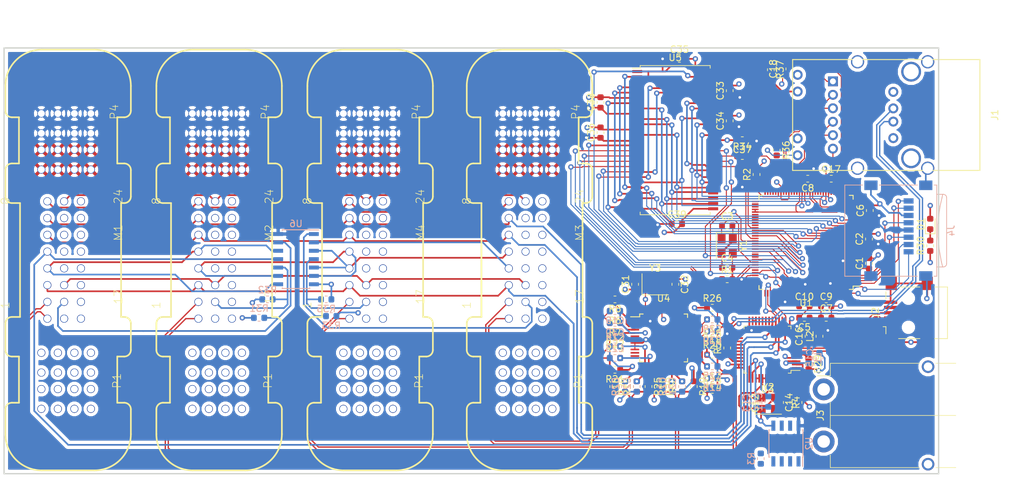
<source format=kicad_pcb>
(kicad_pcb (version 20171130) (host pcbnew 5.0.1)
  (title_block (title Exodus1000) (date 2019-03-16) (rev A) (company Exodus))
  (layers (0 F.Cu signal) (1 In1.Cu signal) (2 In2.Cu signal) (31 B.Cu signal) (34 B.Paste user) (35 F.Paste user) (36 B.SilkS user) (37 F.SilkS user) (38 B.Mask user) (39 F.Mask user) (44 Edge.Cuts user))
  (net 0 "")
  (net 1 "Net-(U1-Pad5)")
  (net 2 "Net-(U1-Pad6)")
  (net 3 "Net-(U1-Pad11)")
  (net 4 "Net-(U1-Pad12)")
  (net 5 "Net-(U1-Pad13)")
  (net 6 "Net-(U1-Pad14)")
  (net 7 "Net-(U1-Pad15)")
  (net 8 "Net-(U1-Pad27)")
  (net 9 "Net-(U1-Pad29)")
  (net 10 "Net-(U1-Pad30)")
  (net 11 "Net-(U1-Pad31)")
  (net 12 "Net-(U1-Pad32)")
  (net 13 "Net-(U1-Pad33)")
  (net 14 "Net-(U1-Pad34)")
  (net 15 "Net-(U1-Pad35)")
  (net 16 "Net-(U1-Pad36)")
  (net 17 "Net-(U1-Pad37)")
  (net 18 "Net-(U1-Pad38)")
  (net 19 "Net-(U1-Pad43)")
  (net 20 "Net-(U1-Pad44)")
  (net 21 "Net-(U1-Pad45)")
  (net 22 "Net-(U1-Pad60)")
  (net 23 "Net-(U1-Pad61)")
  (net 24 "Net-(U1-Pad63)")
  (net 25 "Net-(U1-Pad64)")
  (net 26 "Net-(U1-Pad65)")
  (net 27 "Net-(U1-Pad66)")
  (net 28 "Net-(U1-Pad67)")
  (net 29 "Net-(U1-Pad70)")
  (net 30 "Net-(U1-Pad71)")
  (net 31 "Net-(U1-Pad72)")
  (net 32 "Net-(U1-Pad73)")
  (net 33 "Net-(U1-Pad74)")
  (net 34 "Net-(U1-Pad85)")
  (net 35 "Net-(U1-Pad86)")
  (net 36 "Net-(U1-Pad91)")
  (net 37 "Net-(U1-Pad96)")
  (net 38 "Net-(U1-Pad102)")
  (net 39 "Net-(U1-Pad105)")
  (net 40 "Net-(U1-Pad106)")
  (net 41 "Net-(U1-Pad107)")
  (net 42 "Net-(U1-Pad108)")
  (net 43 "Net-(U1-Pad109)")
  (net 44 "Net-(U1-Pad110)")
  (net 45 "Net-(U1-Pad111)")
  (net 46 "Net-(U1-Pad112)")
  (net 47 "Net-(U1-Pad116)")
  (net 48 "Net-(U1-Pad117)")
  (net 49 "Net-(U1-Pad118)")
  (net 50 "Net-(U1-Pad119)")
  (net 51 "Net-(U1-Pad120)")
  (net 52 "Net-(U1-Pad121)")
  (net 53 "Net-(U1-Pad123)")
  (net 54 "Net-(U1-Pad124)")
  (net 55 "Net-(U1-Pad125)")
  (net 56 "Net-(U1-Pad126)")
  (net 57 "Net-(M3-Pad12)")
  (net 58 "Net-(M3-Pad13)")
  (net 59 "Net-(M3-Pad14)")
  (net 60 "Net-(M3-Pad15)")
  (net 61 "Net-(M3-Pad17)")
  (net 62 "Net-(M3-Pad18)")
  (net 63 "Net-(M3-Pad19)")
  (net 64 "Net-(M3-Pad20)")
  (net 65 "Net-(M3-Pad21)")
  (net 66 "Net-(M3-Pad22)")
  (net 67 "Net-(M3-Pad23)")
  (net 68 "Net-(M3-Pad24)")
  (net 69 "Net-(M1-Pad12)")
  (net 70 "Net-(M1-Pad13)")
  (net 71 "Net-(M1-Pad14)")
  (net 72 "Net-(M1-Pad15)")
  (net 73 "Net-(M1-Pad17)")
  (net 74 "Net-(M1-Pad18)")
  (net 75 "Net-(M1-Pad19)")
  (net 76 "Net-(M1-Pad20)")
  (net 77 "Net-(M1-Pad21)")
  (net 78 "Net-(M1-Pad22)")
  (net 79 "Net-(M1-Pad23)")
  (net 80 "Net-(M1-Pad24)")
  (net 81 "Net-(M2-Pad24)")
  (net 82 "Net-(M2-Pad23)")
  (net 83 "Net-(M2-Pad22)")
  (net 84 "Net-(M2-Pad21)")
  (net 85 "Net-(M2-Pad20)")
  (net 86 "Net-(M2-Pad19)")
  (net 87 "Net-(M2-Pad18)")
  (net 88 "Net-(M2-Pad17)")
  (net 89 "Net-(M2-Pad15)")
  (net 90 "Net-(M2-Pad14)")
  (net 91 "Net-(M2-Pad13)")
  (net 92 "Net-(M2-Pad12)")
  (net 93 "Net-(M4-Pad12)")
  (net 94 "Net-(M4-Pad13)")
  (net 95 "Net-(M4-Pad14)")
  (net 96 "Net-(M4-Pad15)")
  (net 97 "Net-(M4-Pad17)")
  (net 98 "Net-(M4-Pad18)")
  (net 99 "Net-(M4-Pad19)")
  (net 100 "Net-(M4-Pad20)")
  (net 101 "Net-(M4-Pad21)")
  (net 102 "Net-(M4-Pad22)")
  (net 103 "Net-(M4-Pad23)")
  (net 104 "Net-(M4-Pad24)")
  (net 105 "Net-(J1-PadU1)")
  (net 106 "Net-(J1-Pad14)")
  (net 107 "Net-(J1-Pad16)")
  (net 108 "Net-(R2-Pad1)")
  (net 109 GND)
  (net 110 "Net-(C4-Pad2)")
  (net 111 /TM4C129/OSC1)
  (net 112 +3V3)
  (net 113 /TM4C129/ETH_RXI_N)
  (net 114 /TM4C129/ETH_RXI_P)
  (net 115 /TM4C129/ETH_TXO_N)
  (net 116 /TM4C129/ETH_TXO_P)
  (net 117 "Net-(C5-Pad1)")
  (net 118 /TM4C129/OSC0)
  (net 119 /TM4C129/USB_D_N)
  (net 120 /TM4C129/USB_D_P)
  (net 121 /TM4C129/USB_ID)
  (net 122 "Net-(R5-Pad1)")
  (net 123 "Net-(R3-Pad1)")
  (net 124 "Net-(R3-Pad2)")
  (net 125 "Net-(U2-Pad1)")
  (net 126 "Net-(U2-Pad2)")
  (net 127 "Net-(U2-Pad6)")
  (net 128 "Net-(U2-Pad7)")
  (net 129 "Net-(C15-Pad2)")
  (net 130 "Net-(C16-Pad1)")
  (net 131 "Net-(C13-Pad1)")
  (net 132 +1V8)
  (net 133 +5V)
  (net 134 +BATT)
  (net 135 "Net-(J2-Pad1)")
  (net 136 "Net-(C17-Pad2)")
  (net 137 "Net-(C18-Pad2)")
  (net 138 /JTAG_TCK)
  (net 139 /JTAG_TMS)
  (net 140 /JTAG_TDI)
  (net 141 /JTAG_TDO)
  (net 142 "Net-(J2-Pad4)")
  (net 143 "Net-(R8-Pad1)")
  (net 144 "Net-(U4-Pad1)")
  (net 145 /Connectors/sheet5C922FED/~RESET)
  (net 146 "Net-(U4-Pad7)")
  (net 147 "Net-(U4-Pad11)")
  (net 148 "Net-(U4-Pad12)")
  (net 149 "Net-(U4-Pad15)")
  (net 150 "Net-(U4-Pad16)")
  (net 151 "Net-(U4-Pad19)")
  (net 152 "Net-(U4-Pad20)")
  (net 153 "Net-(U4-Pad23)")
  (net 154 "Net-(U4-Pad25)")
  (net 155 "Net-(U4-Pad28)")
  (net 156 "Net-(U4-Pad29)")
  (net 157 "Net-(U4-Pad32)")
  (net 158 "Net-(U4-Pad33)")
  (net 159 "Net-(U4-Pad34)")
  (net 160 "Net-(U4-Pad35)")
  (net 161 "Net-(U4-Pad36)")
  (net 162 "Net-(U4-Pad37)")
  (net 163 "Net-(U4-Pad38)")
  (net 164 "Net-(U4-Pad39)")
  (net 165 "Net-(U4-Pad40)")
  (net 166 "Net-(U4-Pad41)")
  (net 167 "Net-(U4-Pad42)")
  (net 168 "Net-(C32-Pad2)")
  (net 169 "Net-(C31-Pad2)")
  (net 170 "Net-(R29-Pad1)")
  (net 171 /Connectors/sheet5C96EC1B/ACBUS9)
  (net 172 /Connectors/sheet5C96EC1B/ACBUS8)
  (net 173 /Connectors/sheet5C96EC1B/ACBUS7)
  (net 174 /Connectors/sheet5C96EC1B/ACBUS6)
  (net 175 /Connectors/sheet5C96EC1B/ACBUS5)
  (net 176 /Connectors/sheet5C96EC1B/ACBUS4)
  (net 177 /Connectors/sheet5C96EC1B/ACBUS3)
  (net 178 /Connectors/sheet5C96EC1B/ACBUS2)
  (net 179 /Connectors/sheet5C96EC1B/ACBUS1)
  (net 180 /Connectors/sheet5C96EC1B/ACBUS0)
  (net 181 /Connectors/sheet5C96EC1B/ADBUS7)
  (net 182 /Connectors/sheet5C96EC1B/ADBUS6)
  (net 183 /Connectors/sheet5C96EC1B/ADBUS5)
  (net 184 /Connectors/~JTAG_TRST)
  (net 185 /Connectors/sheet5C96EC1B/D+)
  (net 186 /Connectors/sheet5C96EC1B/D-)
  (net 187 "Net-(U4-Pad24)")
  (net 188 "Net-(U5-Pad40)")
  (net 189 /Connectors/D4_P)
  (net 190 /Connectors/D3_N)
  (net 191 /Connectors/sheet5C922FED/DM3)
  (net 192 /Connectors/D5_N)
  (net 193 /Connectors/D2_N)
  (net 194 /Connectors/D5_P)
  (net 195 /Connectors/D2_P)
  (net 196 /Connectors/D4_N)
  (net 197 /Connectors/D1_P)
  (net 198 /Connectors/D1_N)
  (net 199 /Connectors/D3_P)
  (net 200 /Connectors/sheet5C922FED/DM5)
  (net 201 /Connectors/sheet5C922FED/DM2)
  (net 202 /Connectors/sheet5C922FED/DP2)
  (net 203 /Connectors/sheet5C922FED/DM4)
  (net 204 /Connectors/sheet5C922FED/DP4)
  (net 205 /Connectors/sheet5C922FED/DP1)
  (net 206 /Connectors/sheet5C922FED/DP5)
  (net 207 /Connectors/sheet5C922FED/DP3)
  (net 208 /Connectors/sheet5C922FED/DM1)
  (net 209 /Connectors/JTAG_TDO_2)
  (net 210 /Connectors/JTAG_TDO_3)
  (net 211 /Connectors/JTAG_TDO_1)
  (net 212 /Connectors/BOARD_SENSE_4)
  (net 213 /Connectors/BOARD_SENSE_3)
  (net 214 /Connectors/BOARD_SENSE_2)
  (net 215 /Connectors/BOARD_SENSE_1)
  (net 216 /Connectors/~ENABLE)
  (net 217 /Connectors/~INHIBIT)
  (net 218 /Connectors/~SYSRESET)
  (net 219 /Memory/EPIOS31)
  (net 220 /Memory/EPIOS0)
  (net 221 /Memory/EPIOS1)
  (net 222 /Memory/EPIOS2)
  (net 223 /Memory/EPIOS3)
  (net 224 /Memory/EPIOS4)
  (net 225 /Memory/EPIOS5)
  (net 226 /Memory/EPIOS6)
  (net 227 /Memory/EPIOS7)
  (net 228 /Memory/EPIOS16)
  (net 229 /Memory/EPIOS28)
  (net 230 /Memory/EPIOS18)
  (net 231 /Memory/EPIOS19)
  (net 232 /Memory/EPIOS29)
  (net 233 /Memory/EPIOS13)
  (net 234 /Memory/EPIOS14)
  (net 235 /Memory/EPIOS10)
  (net 236 /Memory/EPIOS8)
  (net 237 /Memory/EPIOS9)
  (net 238 /Memory/EPIOS11)
  (net 239 /Memory/EPIOS12)
  (net 240 /Memory/EPIOS17)
  (net 241 /Memory/EPIOS15)
  (net 242 /Memory/EPIOS30)
  (net 243 /Connectors/JTAG_TDO_4)
  (net 244 "Net-(D1-Pad1)")
  (net 245 /Connectors/sheet5C922FED/DP0)
  (net 246 /Connectors/sheet5C922FED/DM0)
  (net 247 "Net-(M3-Pad9)")
  (net 248 "Net-(M4-Pad9)")
  (net 249 "Net-(M1-Pad9)")
  (net 250 "Net-(M2-Pad9)")
  (net 251 /Connectors/sheet5C96EC1B/OSC0)
  (net 252 /Connectors/sheet5C96EC1B/OSC1)
  (net 253 /Connectors/sheet5C96EC1B/OSC0_R)
  (net 254 /Memory/CLK)
  (net 255 /Connectors/SPI_SCLK)
  (net 256 /Connectors/SPI_SS)
  (net 257 /Connectors/SPI_MOSI)
  (net 258 /Connectors/SPI_MISO)
  (net 259 /Connectors/SPI_DAT2)
  (net 260 /Connectors/SPI_DAT3)
  (net 261 /Connectors/ETH_LED0)
  (net 262 /Connectors/ETH_LED1)
  (module Package_SO:SOIC-8_3.9x4.9mm_P1.27mm (layer B.Cu) (at 166.116 126.238 90)
    (fp_text reference U2 (at 0 3.5 90) (layer B.SilkS) (effects (justify mirror)))
    (fp_text value 93LCxxB)
    (pad 8 smd rect (at 2.7 1.905 90) (size 1.55 0.6) (layers B.Cu B.Paste B.Mask) (net 112 +3V3))
    (pad 7 smd rect (at 2.7 0.635 90) (size 1.55 0.6) (layers B.Cu B.Paste B.Mask) (net 128 "Net-(U2-Pad7)"))
    (pad 6 smd rect (at 2.7 -0.635 90) (size 1.55 0.6) (layers B.Cu B.Paste B.Mask) (net 127 "Net-(U2-Pad6)"))
    (pad 5 smd rect (at 2.7 -1.905 90) (size 1.55 0.6) (layers B.Cu B.Paste B.Mask) (net 109 GND))
    (pad 4 smd rect (at -2.7 -1.905 90) (size 1.55 0.6) (layers B.Cu B.Paste B.Mask) (net 124 "Net-(R3-Pad2)"))
    (pad 3 smd rect (at -2.7 -0.635 90) (size 1.55 0.6) (layers B.Cu B.Paste B.Mask) (net 123 "Net-(R3-Pad1)"))
    (pad 2 smd rect (at -2.7 0.635 90) (size 1.55 0.6) (layers B.Cu B.Paste B.Mask) (net 126 "Net-(U2-Pad2)"))
    (pad 1 smd rect (at -2.7 1.905 90) (size 1.55 0.6) (layers B.Cu B.Paste B.Mask) (net 125 "Net-(U2-Pad1)"))
  )
  (module Package_QFP:LQFP-48_7x7mm_P0.5mm (layer F.Cu) (at 163.322 112.014 180)
    (fp_text reference U3 (at 0 -6 180) (layer F.SilkS))
    (fp_text value FT232H)
    (pad 1 smd rect (at -4.35 -2.75 180) (size 1.3 0.25) (layers F.Cu F.Paste F.Mask) (net 252 /Connectors/sheet5C96EC1B/OSC1))
    (pad 2 smd rect (at -4.35 -2.25 180) (size 1.3 0.25) (layers F.Cu F.Paste F.Mask) (net 251 /Connectors/sheet5C96EC1B/OSC0))
    (pad 3 smd rect (at -4.35 -1.75 180) (size 1.3 0.25) (layers F.Cu F.Paste F.Mask) (net 129 "Net-(C15-Pad2)"))
    (pad 4 smd rect (at -4.35 -1.25 180) (size 1.3 0.25) (layers F.Cu F.Paste F.Mask) (net 109 GND))
    (pad 5 smd rect (at -4.35 -0.75 180) (size 1.3 0.25) (layers F.Cu F.Paste F.Mask) (net 170 "Net-(R29-Pad1)"))
    (pad 6 smd rect (at -4.35 -0.25 180) (size 1.3 0.25) (layers F.Cu F.Paste F.Mask) (net 186 /Connectors/sheet5C96EC1B/D-))
    (pad 7 smd rect (at -4.35 0.25 180) (size 1.3 0.25) (layers F.Cu F.Paste F.Mask) (net 185 /Connectors/sheet5C96EC1B/D+))
    (pad 8 smd rect (at -4.35 0.75 180) (size 1.3 0.25) (layers F.Cu F.Paste F.Mask) (net 130 "Net-(C16-Pad1)"))
    (pad 9 smd rect (at -4.35 1.25 180) (size 1.3 0.25) (layers F.Cu F.Paste F.Mask) (net 109 GND))
    (pad 10 smd rect (at -4.35 1.75 180) (size 1.3 0.25) (layers F.Cu F.Paste F.Mask) (net 109 GND))
    (pad 11 smd rect (at -4.35 2.25 180) (size 1.3 0.25) (layers F.Cu F.Paste F.Mask) (net 109 GND))
    (pad 12 smd rect (at -4.35 2.75 180) (size 1.3 0.25) (layers F.Cu F.Paste F.Mask) (net 112 +3V3))
    (pad 13 smd rect (at -2.75 4.35 270) (size 1.3 0.25) (layers F.Cu F.Paste F.Mask) (net 138 /JTAG_TCK))
    (pad 14 smd rect (at -2.25 4.35 270) (size 1.3 0.25) (layers F.Cu F.Paste F.Mask) (net 243 /Connectors/JTAG_TDO_4))
    (pad 15 smd rect (at -1.75 4.35 270) (size 1.3 0.25) (layers F.Cu F.Paste F.Mask) (net 140 /JTAG_TDI))
    (pad 16 smd rect (at -1.25 4.35 270) (size 1.3 0.25) (layers F.Cu F.Paste F.Mask) (net 139 /JTAG_TMS))
    (pad 17 smd rect (at -0.75 4.35 270) (size 1.3 0.25) (layers F.Cu F.Paste F.Mask) (net 184 /Connectors/~JTAG_TRST))
    (pad 18 smd rect (at -0.25 4.35 270) (size 1.3 0.25) (layers F.Cu F.Paste F.Mask) (net 183 /Connectors/sheet5C96EC1B/ADBUS5))
    (pad 19 smd rect (at 0.25 4.35 270) (size 1.3 0.25) (layers F.Cu F.Paste F.Mask) (net 182 /Connectors/sheet5C96EC1B/ADBUS6))
    (pad 20 smd rect (at 0.75 4.35 270) (size 1.3 0.25) (layers F.Cu F.Paste F.Mask) (net 181 /Connectors/sheet5C96EC1B/ADBUS7))
    (pad 21 smd rect (at 1.25 4.35 270) (size 1.3 0.25) (layers F.Cu F.Paste F.Mask) (net 180 /Connectors/sheet5C96EC1B/ACBUS0))
    (pad 22 smd rect (at 1.75 4.35 270) (size 1.3 0.25) (layers F.Cu F.Paste F.Mask) (net 109 GND))
    (pad 23 smd rect (at 2.25 4.35 270) (size 1.3 0.25) (layers F.Cu F.Paste F.Mask) (net 109 GND))
    (pad 24 smd rect (at 2.75 4.35 270) (size 1.3 0.25) (layers F.Cu F.Paste F.Mask) (net 112 +3V3))
    (pad 25 smd rect (at 4.35 2.75 180) (size 1.3 0.25) (layers F.Cu F.Paste F.Mask) (net 179 /Connectors/sheet5C96EC1B/ACBUS1))
    (pad 26 smd rect (at 4.35 2.25 180) (size 1.3 0.25) (layers F.Cu F.Paste F.Mask) (net 178 /Connectors/sheet5C96EC1B/ACBUS2))
    (pad 27 smd rect (at 4.35 1.75 180) (size 1.3 0.25) (layers F.Cu F.Paste F.Mask) (net 177 /Connectors/sheet5C96EC1B/ACBUS3))
    (pad 28 smd rect (at 4.35 1.25 180) (size 1.3 0.25) (layers F.Cu F.Paste F.Mask) (net 176 /Connectors/sheet5C96EC1B/ACBUS4))
    (pad 29 smd rect (at 4.35 0.75 180) (size 1.3 0.25) (layers F.Cu F.Paste F.Mask) (net 175 /Connectors/sheet5C96EC1B/ACBUS5))
    (pad 30 smd rect (at 4.35 0.25 180) (size 1.3 0.25) (layers F.Cu F.Paste F.Mask) (net 174 /Connectors/sheet5C96EC1B/ACBUS6))
    (pad 31 smd rect (at 4.35 -0.25 180) (size 1.3 0.25) (layers F.Cu F.Paste F.Mask) (net 173 /Connectors/sheet5C96EC1B/ACBUS7))
    (pad 32 smd rect (at 4.35 -0.75 180) (size 1.3 0.25) (layers F.Cu F.Paste F.Mask) (net 172 /Connectors/sheet5C96EC1B/ACBUS8))
    (pad 33 smd rect (at 4.35 -1.25 180) (size 1.3 0.25) (layers F.Cu F.Paste F.Mask) (net 171 /Connectors/sheet5C96EC1B/ACBUS9))
    (pad 34 smd rect (at 4.35 -1.75 180) (size 1.3 0.25) (layers F.Cu F.Paste F.Mask) (net 122 "Net-(R5-Pad1)"))
    (pad 35 smd rect (at 4.35 -2.25 180) (size 1.3 0.25) (layers F.Cu F.Paste F.Mask) (net 109 GND))
    (pad 36 smd rect (at 4.35 -2.75 180) (size 1.3 0.25) (layers F.Cu F.Paste F.Mask) (net 109 GND))
    (pad 37 smd rect (at 2.75 -4.35 270) (size 1.3 0.25) (layers F.Cu F.Paste F.Mask) (net 131 "Net-(C13-Pad1)"))
    (pad 38 smd rect (at 2.25 -4.35 270) (size 1.3 0.25) (layers F.Cu F.Paste F.Mask) (net 132 +1V8))
    (pad 39 smd rect (at 1.75 -4.35 270) (size 1.3 0.25) (layers F.Cu F.Paste F.Mask) (net 112 +3V3))
    (pad 40 smd rect (at 1.25 -4.35 270) (size 1.3 0.25) (layers F.Cu F.Paste F.Mask) (net 112 +3V3))
    (pad 41 smd rect (at 0.75 -4.35 270) (size 1.3 0.25) (layers F.Cu F.Paste F.Mask) (net 109 GND))
    (pad 42 smd rect (at 0.25 -4.35 270) (size 1.3 0.25) (layers F.Cu F.Paste F.Mask) (net 109 GND))
    (pad 43 smd rect (at -0.25 -4.35 270) (size 1.3 0.25) (layers F.Cu F.Paste F.Mask) (net 123 "Net-(R3-Pad1)"))
    (pad 44 smd rect (at -0.75 -4.35 270) (size 1.3 0.25) (layers F.Cu F.Paste F.Mask) (net 126 "Net-(U2-Pad2)"))
    (pad 45 smd rect (at -1.25 -4.35 270) (size 1.3 0.25) (layers F.Cu F.Paste F.Mask) (net 125 "Net-(U2-Pad1)"))
    (pad 46 smd rect (at -1.75 -4.35 270) (size 1.3 0.25) (layers F.Cu F.Paste F.Mask) (net 112 +3V3))
    (pad 47 smd rect (at -2.25 -4.35 270) (size 1.3 0.25) (layers F.Cu F.Paste F.Mask) (net 109 GND))
    (pad 48 smd rect (at -2.75 -4.35 270) (size 1.3 0.25) (layers F.Cu F.Paste F.Mask) (net 109 GND))
  )
  (module Connector_USB:USB_Mini-B_Lumberg_2486_01_Horizontal (layer F.Cu) (at 184.658 106.426 90)
    (fp_text reference J2 (at 0 -5 90) (layer F.SilkS))
    (fp_text value USB_B_Mini)
    (pad 1 smd rect (at -1.6 -2.7 90) (size 0.5 2) (layers F.Cu F.Paste F.Mask) (net 135 "Net-(J2-Pad1)"))
    (pad 2 smd rect (at -0.8 -2.7 90) (size 0.5 2) (layers F.Cu F.Paste F.Mask) (net 186 /Connectors/sheet5C96EC1B/D-))
    (pad 3 smd rect (at 0 -2.7 90) (size 0.5 2) (layers F.Cu F.Paste F.Mask) (net 185 /Connectors/sheet5C96EC1B/D+))
    (pad 4 smd rect (at 0.8 -2.7 90) (size 0.5 2) (layers F.Cu F.Paste F.Mask) (net 142 "Net-(J2-Pad4)"))
    (pad 5 smd rect (at 1.6 -2.7 90) (size 0.5 2) (layers F.Cu F.Paste F.Mask) (net 109 GND))
    (pad 6 smd rect (at -4.45 -2.6 90) (size 2 1.7) (layers F.Cu F.Paste F.Mask) (net 109 GND))
    (pad 6 smd rect (at -4.45 2.85 90) (size 2 1.7) (layers F.Cu F.Paste F.Mask) (net 109 GND))
    (pad 6 smd rect (at 4.45 -2.6 90) (size 2 1.7) (layers F.Cu F.Paste F.Mask) (net 109 GND))
    (pad 6 smd rect (at 4.45 2.85 90) (size 2 1.7) (layers F.Cu F.Paste F.Mask) (net 109 GND))
    (pad "" np_thru_hole circle (at -2.2 0 90) (size 1 1) (drill 1) (layers *.Cu *.Mask))
    (pad "" np_thru_hole circle (at 2.2 0 90) (size 1 1) (drill 1) (layers *.Cu *.Mask))
  )
  (module Crystal:Crystal_SMD_3225-4Pin_3.2x2.5mm (layer F.Cu) (at 163.449 120.142)
    (fp_text reference Y2 (at 0 -2.45) (layer F.SilkS))
    (fp_text value Crystal_GND24)
    (pad 1 smd rect (at -1.1 0.85) (size 1.4 1.2) (layers F.Cu F.Paste F.Mask) (net 109 GND))
    (pad 2 smd rect (at 1.1 0.85) (size 1.4 1.2) (layers F.Cu F.Paste F.Mask) (net 253 /Connectors/sheet5C96EC1B/OSC0_R))
    (pad 3 smd rect (at 1.1 -0.85) (size 1.4 1.2) (layers F.Cu F.Paste F.Mask) (net 109 GND))
    (pad 4 smd rect (at -1.1 -0.85) (size 1.4 1.2) (layers F.Cu F.Paste F.Mask) (net 252 /Connectors/sheet5C96EC1B/OSC1))
  )
  (module Exodus_Connectors:Anderson_PP15_1x2_RightAngle (layer F.Cu) (at 171.831 117.983 270)
    (fp_text reference J3 (at 4 0.5 270) (layer F.SilkS))
    (fp_text value Conn_01x02)
    (pad 1 thru_hole circle (at 0.05 0 270) (size 3.302 3.302) (drill 1.9) (layers *.Cu *.Mask) (net 134 +BATT))
    (pad 2 thru_hole circle (at 7.95 0 270) (size 3.302 3.302) (drill 1.9) (layers *.Cu *.Mask) (net 109 GND))
    (pad MH1 thru_hole circle (at -3.389998 -15.8 270) (size 1.905 1.905) (drill 1.3) (layers *.Cu *.Mask))
    (pad MH2 thru_hole circle (at 11.39 -15.8 270) (size 1.905 1.905) (drill 1.3) (layers *.Cu *.Mask))
  )
  (module Resistor_SMD:R_0603_1608Metric (layer F.Cu) (at 164.719 81.788 270)
    (fp_text reference R36 (at 0 -1.43 270) (layer F.SilkS))
    (fp_text value R_Small)
    (pad 2 smd roundrect (at 0.7875 0 270) (size 0.875 0.95) (layers F.Cu F.Paste F.Mask) (net 107 "Net-(J1-Pad16)"))
    (pad 1 smd roundrect (at -0.7875 0 270) (size 0.875 0.95) (layers F.Cu F.Paste F.Mask) (net 262 /Connectors/ETH_LED1))
  )
  (module Resistor_SMD:R_0603_1608Metric (layer F.Cu) (at 163.83 69.596 270)
    (fp_text reference R37 (at 0 -1.43 270) (layer F.SilkS))
    (fp_text value R_Small)
    (pad 1 smd roundrect (at -0.7875 0 270) (size 0.875 0.95) (layers F.Cu F.Paste F.Mask) (net 261 /Connectors/ETH_LED0))
    (pad 2 smd roundrect (at 0.7875 0 270) (size 0.875 0.95) (layers F.Cu F.Paste F.Mask) (net 106 "Net-(J1-Pad14)"))
  )
  (module Connector_Card:microSD_HC_Wuerth_693072010801 (layer B.Cu) (at 183.134 93.98 90)
    (fp_text reference J4 (at 0 7.99 90) (layer B.SilkS) (effects (justify mirror)))
    (fp_text value Micro_SD_Card)
    (pad 9 smd rect (at 6.875 4.15 90) (size 1.45 2) (layers B.Cu B.Paste B.Mask) (net 109 GND))
    (pad 9 smd rect (at -6.875 4.15 90) (size 1.45 2) (layers B.Cu B.Paste B.Mask) (net 109 GND))
    (pad 9 smd rect (at -6.875 -4.15 90) (size 1.45 2) (layers B.Cu B.Paste B.Mask) (net 109 GND))
    (pad 9 smd rect (at 6.875 -4.15 90) (size 1.45 2) (layers B.Cu B.Paste B.Mask) (net 109 GND))
    (pad 8 smd rect (at 4.5 1.55 90) (size 0.8 1.5) (layers B.Cu B.Paste B.Mask) (net 258 /Connectors/SPI_MISO))
    (pad 7 smd rect (at 3.4 1.55 90) (size 0.8 1.5) (layers B.Cu B.Paste B.Mask) (net 257 /Connectors/SPI_MOSI))
    (pad 6 smd rect (at 2.3 1.55 90) (size 0.8 1.5) (layers B.Cu B.Paste B.Mask) (net 109 GND))
    (pad 5 smd rect (at 1.2 1.55 90) (size 0.8 1.5) (layers B.Cu B.Paste B.Mask) (net 255 /Connectors/SPI_SCLK))
    (pad 4 smd rect (at 0.1 1.55 90) (size 0.8 1.5) (layers B.Cu B.Paste B.Mask) (net 112 +3V3))
    (pad 3 smd rect (at -1 1.55 90) (size 0.8 1.5) (layers B.Cu B.Paste B.Mask) (net 256 /Connectors/SPI_SS))
    (pad 2 smd rect (at -2.1 1.55 90) (size 0.8 1.5) (layers B.Cu B.Paste B.Mask) (net 260 /Connectors/SPI_DAT3))
    (pad 1 smd rect (at -3.2 1.55 90) (size 0.8 1.5) (layers B.Cu B.Paste B.Mask) (net 259 /Connectors/SPI_DAT2))
  )
  (module Package_SO:SOIC-14_3.9x8.7mm_P1.27mm (layer B.Cu) (at 91.948 98.298 180)
    (fp_text reference U6 (at 0 5.375 180) (layer B.SilkS) (effects (justify mirror)))
    (fp_text value 74LS125)
    (pad 1 smd rect (at -2.7 3.81 180) (size 1.5 0.6) (layers B.Cu B.Paste B.Mask) (net 215 /Connectors/BOARD_SENSE_1))
    (pad 2 smd rect (at -2.7 2.54 180) (size 1.5 0.6) (layers B.Cu B.Paste B.Mask) (net 141 /JTAG_TDO))
    (pad 3 smd rect (at -2.7 1.27 180) (size 1.5 0.6) (layers B.Cu B.Paste B.Mask) (net 211 /Connectors/JTAG_TDO_1))
    (pad 4 smd rect (at -2.7 0 180) (size 1.5 0.6) (layers B.Cu B.Paste B.Mask) (net 214 /Connectors/BOARD_SENSE_2))
    (pad 5 smd rect (at -2.7 -1.27 180) (size 1.5 0.6) (layers B.Cu B.Paste B.Mask) (net 211 /Connectors/JTAG_TDO_1))
    (pad 6 smd rect (at -2.7 -2.54 180) (size 1.5 0.6) (layers B.Cu B.Paste B.Mask) (net 209 /Connectors/JTAG_TDO_2))
    (pad 7 smd rect (at -2.7 -3.81 180) (size 1.5 0.6) (layers B.Cu B.Paste B.Mask) (net 109 GND))
    (pad 8 smd rect (at 2.7 -3.81 180) (size 1.5 0.6) (layers B.Cu B.Paste B.Mask) (net 210 /Connectors/JTAG_TDO_3))
    (pad 9 smd rect (at 2.7 -2.54 180) (size 1.5 0.6) (layers B.Cu B.Paste B.Mask) (net 209 /Connectors/JTAG_TDO_2))
    (pad 10 smd rect (at 2.7 -1.27 180) (size 1.5 0.6) (layers B.Cu B.Paste B.Mask) (net 213 /Connectors/BOARD_SENSE_3))
    (pad 11 smd rect (at 2.7 0 180) (size 1.5 0.6) (layers B.Cu B.Paste B.Mask) (net 243 /Connectors/JTAG_TDO_4))
    (pad 12 smd rect (at 2.7 1.27 180) (size 1.5 0.6) (layers B.Cu B.Paste B.Mask) (net 210 /Connectors/JTAG_TDO_3))
    (pad 13 smd rect (at 2.7 2.54 180) (size 1.5 0.6) (layers B.Cu B.Paste B.Mask) (net 212 /Connectors/BOARD_SENSE_4))
    (pad 14 smd rect (at 2.7 3.81 180) (size 1.5 0.6) (layers B.Cu B.Paste B.Mask) (net 112 +3V3))
  )
  (module Package_QFP:TQFP-128_14x14mm_P0.4mm (layer F.Cu) (at 169.164 95.758 180)
    (fp_text reference U1 (at 0 -9.2 180) (layer F.SilkS))
    (fp_text value TM4C1294NCPDTGOOD)
    (pad 128 smd rect (at -6.2 -7.7 270) (size 1 0.23) (layers F.Cu F.Paste F.Mask) (net 259 /Connectors/SPI_DAT2))
    (pad 127 smd rect (at -5.8 -7.7 270) (size 1 0.23) (layers F.Cu F.Paste F.Mask) (net 260 /Connectors/SPI_DAT3))
    (pad 126 smd rect (at -5.4 -7.7 270) (size 1 0.23) (layers F.Cu F.Paste F.Mask) (net 56 "Net-(U1-Pad126)"))
    (pad 125 smd rect (at -5 -7.7 270) (size 1 0.23) (layers F.Cu F.Paste F.Mask) (net 55 "Net-(U1-Pad125)"))
    (pad 124 smd rect (at -4.6 -7.7 270) (size 1 0.23) (layers F.Cu F.Paste F.Mask) (net 54 "Net-(U1-Pad124)"))
    (pad 123 smd rect (at -4.2 -7.7 270) (size 1 0.23) (layers F.Cu F.Paste F.Mask) (net 53 "Net-(U1-Pad123)"))
    (pad 122 smd rect (at -3.8 -7.7 270) (size 1 0.23) (layers F.Cu F.Paste F.Mask) (net 112 +3V3))
    (pad 121 smd rect (at -3.4 -7.7 270) (size 1 0.23) (layers F.Cu F.Paste F.Mask) (net 52 "Net-(U1-Pad121)"))
    (pad 120 smd rect (at -3 -7.7 270) (size 1 0.23) (layers F.Cu F.Paste F.Mask) (net 51 "Net-(U1-Pad120)"))
    (pad 119 smd rect (at -2.6 -7.7 270) (size 1 0.23) (layers F.Cu F.Paste F.Mask) (net 50 "Net-(U1-Pad119)"))
    (pad 118 smd rect (at -2.2 -7.7 270) (size 1 0.23) (layers F.Cu F.Paste F.Mask) (net 49 "Net-(U1-Pad118)"))
    (pad 117 smd rect (at -1.8 -7.7 270) (size 1 0.23) (layers F.Cu F.Paste F.Mask) (net 48 "Net-(U1-Pad117)"))
    (pad 116 smd rect (at -1.4 -7.7 270) (size 1 0.23) (layers F.Cu F.Paste F.Mask) (net 47 "Net-(U1-Pad116)"))
    (pad 115 smd rect (at -1 -7.7 270) (size 1 0.23) (layers F.Cu F.Paste F.Mask) (net 117 "Net-(C5-Pad1)"))
    (pad 114 smd rect (at -0.6 -7.7 270) (size 1 0.23) (layers F.Cu F.Paste F.Mask) (net 109 GND))
    (pad 113 smd rect (at -0.2 -7.7 270) (size 1 0.23) (layers F.Cu F.Paste F.Mask) (net 112 +3V3))
    (pad 112 smd rect (at 0.2 -7.7 270) (size 1 0.23) (layers F.Cu F.Paste F.Mask) (net 46 "Net-(U1-Pad112)"))
    (pad 111 smd rect (at 0.6 -7.7 270) (size 1 0.23) (layers F.Cu F.Paste F.Mask) (net 45 "Net-(U1-Pad111)"))
    (pad 110 smd rect (at 1 -7.7 270) (size 1 0.23) (layers F.Cu F.Paste F.Mask) (net 44 "Net-(U1-Pad110)"))
    (pad 109 smd rect (at 1.4 -7.7 270) (size 1 0.23) (layers F.Cu F.Paste F.Mask) (net 43 "Net-(U1-Pad109)"))
    (pad 108 smd rect (at 1.8 -7.7 270) (size 1 0.23) (layers F.Cu F.Paste F.Mask) (net 42 "Net-(U1-Pad108)"))
    (pad 107 smd rect (at 2.2 -7.7 270) (size 1 0.23) (layers F.Cu F.Paste F.Mask) (net 41 "Net-(U1-Pad107)"))
    (pad 106 smd rect (at 2.6 -7.7 270) (size 1 0.23) (layers F.Cu F.Paste F.Mask) (net 40 "Net-(U1-Pad106)"))
    (pad 105 smd rect (at 3 -7.7 270) (size 1 0.23) (layers F.Cu F.Paste F.Mask) (net 39 "Net-(U1-Pad105)"))
    (pad 104 smd rect (at 3.4 -7.7 270) (size 1 0.23) (layers F.Cu F.Paste F.Mask) (net 242 /Memory/EPIOS30))
    (pad 103 smd rect (at 3.8 -7.7 270) (size 1 0.23) (layers F.Cu F.Paste F.Mask) (net 232 /Memory/EPIOS29))
    (pad 102 smd rect (at 4.2 -7.7 270) (size 1 0.23) (layers F.Cu F.Paste F.Mask) (net 38 "Net-(U1-Pad102)"))
    (pad 101 smd rect (at 4.6 -7.7 270) (size 1 0.23) (layers F.Cu F.Paste F.Mask) (net 112 +3V3))
    (pad 100 smd rect (at 5 -7.7 270) (size 1 0.23) (layers F.Cu F.Paste F.Mask) (net 138 /JTAG_TCK))
    (pad 99 smd rect (at 5.4 -7.7 270) (size 1 0.23) (layers F.Cu F.Paste F.Mask) (net 139 /JTAG_TMS))
    (pad 98 smd rect (at 5.8 -7.7 270) (size 1 0.23) (layers F.Cu F.Paste F.Mask) (net 140 /JTAG_TDI))
    (pad 97 smd rect (at 6.2 -7.7 270) (size 1 0.23) (layers F.Cu F.Paste F.Mask) (net 141 /JTAG_TDO))
    (pad 96 smd rect (at 7.7 -6.2 180) (size 1 0.23) (layers F.Cu F.Paste F.Mask) (net 37 "Net-(U1-Pad96)"))
    (pad 95 smd rect (at 7.7 -5.8 180) (size 1 0.23) (layers F.Cu F.Paste F.Mask) (net 121 /TM4C129/USB_ID))
    (pad 94 smd rect (at 7.7 -5.4 180) (size 1 0.23) (layers F.Cu F.Paste F.Mask) (net 120 /TM4C129/USB_D_P))
    (pad 93 smd rect (at 7.7 -5 180) (size 1 0.23) (layers F.Cu F.Paste F.Mask) (net 119 /TM4C129/USB_D_N))
    (pad 92 smd rect (at 7.7 -4.6 180) (size 1 0.23) (layers F.Cu F.Paste F.Mask) (net 229 /Memory/EPIOS28))
    (pad 91 smd rect (at 7.7 -4.2 180) (size 1 0.23) (layers F.Cu F.Paste F.Mask) (net 36 "Net-(U1-Pad91)"))
    (pad 90 smd rect (at 7.7 -3.8 180) (size 1 0.23) (layers F.Cu F.Paste F.Mask) (net 112 +3V3))
    (pad 89 smd rect (at 7.7 -3.4 180) (size 1 0.23) (layers F.Cu F.Paste F.Mask) (net 111 /TM4C129/OSC1))
    (pad 88 smd rect (at 7.7 -3 180) (size 1 0.23) (layers F.Cu F.Paste F.Mask) (net 118 /TM4C129/OSC0))
    (pad 87 smd rect (at 7.7 -2.6 180) (size 1 0.23) (layers F.Cu F.Paste F.Mask) (net 117 "Net-(C5-Pad1)"))
    (pad 86 smd rect (at 7.7 -2.2 180) (size 1 0.23) (layers F.Cu F.Paste F.Mask) (net 35 "Net-(U1-Pad86)"))
    (pad 85 smd rect (at 7.7 -1.8 180) (size 1 0.23) (layers F.Cu F.Paste F.Mask) (net 34 "Net-(U1-Pad85)"))
    (pad 84 smd rect (at 7.7 -1.4 180) (size 1 0.23) (layers F.Cu F.Paste F.Mask) (net 231 /Memory/EPIOS19))
    (pad 83 smd rect (at 7.7 -1 180) (size 1 0.23) (layers F.Cu F.Paste F.Mask) (net 230 /Memory/EPIOS18))
    (pad 82 smd rect (at 7.7 -0.6 180) (size 1 0.23) (layers F.Cu F.Paste F.Mask) (net 240 /Memory/EPIOS17))
    (pad 81 smd rect (at 7.7 -0.2 180) (size 1 0.23) (layers F.Cu F.Paste F.Mask) (net 228 /Memory/EPIOS16))
    (pad 80 smd rect (at 7.7 0.2 180) (size 1 0.23) (layers F.Cu F.Paste F.Mask) (net 109 GND))
    (pad 79 smd rect (at 7.7 0.6 180) (size 1 0.23) (layers F.Cu F.Paste F.Mask) (net 112 +3V3))
    (pad 78 smd rect (at 7.7 1 180) (size 1 0.23) (layers F.Cu F.Paste F.Mask) (net 241 /Memory/EPIOS15))
    (pad 77 smd rect (at 7.7 1.4 180) (size 1 0.23) (layers F.Cu F.Paste F.Mask) (net 234 /Memory/EPIOS14))
    (pad 76 smd rect (at 7.7 1.8 180) (size 1 0.23) (layers F.Cu F.Paste F.Mask) (net 233 /Memory/EPIOS13))
    (pad 75 smd rect (at 7.7 2.2 180) (size 1 0.23) (layers F.Cu F.Paste F.Mask) (net 239 /Memory/EPIOS12))
    (pad 74 smd rect (at 7.7 2.6 180) (size 1 0.23) (layers F.Cu F.Paste F.Mask) (net 33 "Net-(U1-Pad74)"))
    (pad 73 smd rect (at 7.7 3 180) (size 1 0.23) (layers F.Cu F.Paste F.Mask) (net 32 "Net-(U1-Pad73)"))
    (pad 72 smd rect (at 7.7 3.4 180) (size 1 0.23) (layers F.Cu F.Paste F.Mask) (net 31 "Net-(U1-Pad72)"))
    (pad 71 smd rect (at 7.7 3.8 180) (size 1 0.23) (layers F.Cu F.Paste F.Mask) (net 30 "Net-(U1-Pad71)"))
    (pad 70 smd rect (at 7.7 4.2 180) (size 1 0.23) (layers F.Cu F.Paste F.Mask) (net 29 "Net-(U1-Pad70)"))
    (pad 69 smd rect (at 7.7 4.6 180) (size 1 0.23) (layers F.Cu F.Paste F.Mask) (net 112 +3V3))
    (pad 68 smd rect (at 7.7 5 180) (size 1 0.23) (layers F.Cu F.Paste F.Mask) (net 112 +3V3))
    (pad 67 smd rect (at 7.7 5.4 180) (size 1 0.23) (layers F.Cu F.Paste F.Mask) (net 28 "Net-(U1-Pad67)"))
    (pad 66 smd rect (at 7.7 5.8 180) (size 1 0.23) (layers F.Cu F.Paste F.Mask) (net 27 "Net-(U1-Pad66)"))
    (pad 65 smd rect (at 7.7 6.2 180) (size 1 0.23) (layers F.Cu F.Paste F.Mask) (net 26 "Net-(U1-Pad65)"))
    (pad 64 smd rect (at 6.2 7.7 270) (size 1 0.23) (layers F.Cu F.Paste F.Mask) (net 25 "Net-(U1-Pad64)"))
    (pad 63 smd rect (at 5.8 7.7 270) (size 1 0.23) (layers F.Cu F.Paste F.Mask) (net 24 "Net-(U1-Pad63)"))
    (pad 62 smd rect (at 5.4 7.7 270) (size 1 0.23) (layers F.Cu F.Paste F.Mask) (net 219 /Memory/EPIOS31))
    (pad 61 smd rect (at 5 7.7 270) (size 1 0.23) (layers F.Cu F.Paste F.Mask) (net 23 "Net-(U1-Pad61)"))
    (pad 60 smd rect (at 4.6 7.7 270) (size 1 0.23) (layers F.Cu F.Paste F.Mask) (net 22 "Net-(U1-Pad60)"))
    (pad 59 smd rect (at 4.2 7.7 270) (size 1 0.23) (layers F.Cu F.Paste F.Mask) (net 108 "Net-(R2-Pad1)"))
    (pad 58 smd rect (at 3.8 7.7 270) (size 1 0.23) (layers F.Cu F.Paste F.Mask) (net 109 GND))
    (pad 57 smd rect (at 3.4 7.7 270) (size 1 0.23) (layers F.Cu F.Paste F.Mask) (net 116 /TM4C129/ETH_TXO_P))
    (pad 56 smd rect (at 3 7.7 270) (size 1 0.23) (layers F.Cu F.Paste F.Mask) (net 115 /TM4C129/ETH_TXO_N))
    (pad 55 smd rect (at 2.6 7.7 270) (size 1 0.23) (layers F.Cu F.Paste F.Mask) (net 109 GND))
    (pad 54 smd rect (at 2.2 7.7 270) (size 1 0.23) (layers F.Cu F.Paste F.Mask) (net 114 /TM4C129/ETH_RXI_P))
    (pad 53 smd rect (at 1.8 7.7 270) (size 1 0.23) (layers F.Cu F.Paste F.Mask) (net 113 /TM4C129/ETH_RXI_N))
    (pad 52 smd rect (at 1.4 7.7 270) (size 1 0.23) (layers F.Cu F.Paste F.Mask) (net 112 +3V3))
    (pad 51 smd rect (at 1 7.7 270) (size 1 0.23) (layers F.Cu F.Paste F.Mask) (net 112 +3V3))
    (pad 50 smd rect (at 0.6 7.7 270) (size 1 0.23) (layers F.Cu F.Paste F.Mask) (net 235 /Memory/EPIOS10))
    (pad 49 smd rect (at 0.2 7.7 270) (size 1 0.23) (layers F.Cu F.Paste F.Mask) (net 238 /Memory/EPIOS11))
    (pad 48 smd rect (at -0.2 7.7 270) (size 1 0.23) (layers F.Cu F.Paste F.Mask) (net 109 GND))
    (pad 47 smd rect (at -0.6 7.7 270) (size 1 0.23) (layers F.Cu F.Paste F.Mask) (net 112 +3V3))
    (pad 46 smd rect (at -1 7.7 270) (size 1 0.23) (layers F.Cu F.Paste F.Mask) (net 262 /Connectors/ETH_LED1))
    (pad 45 smd rect (at -1.4 7.7 270) (size 1 0.23) (layers F.Cu F.Paste F.Mask) (net 21 "Net-(U1-Pad45)"))
    (pad 44 smd rect (at -1.8 7.7 270) (size 1 0.23) (layers F.Cu F.Paste F.Mask) (net 20 "Net-(U1-Pad44)"))
    (pad 43 smd rect (at -2.2 7.7 270) (size 1 0.23) (layers F.Cu F.Paste F.Mask) (net 19 "Net-(U1-Pad43)"))
    (pad 42 smd rect (at -2.6 7.7 270) (size 1 0.23) (layers F.Cu F.Paste F.Mask) (net 261 /Connectors/ETH_LED0))
    (pad 41 smd rect (at -3 7.7 270) (size 1 0.23) (layers F.Cu F.Paste F.Mask) (net 237 /Memory/EPIOS9))
    (pad 40 smd rect (at -3.4 7.7 270) (size 1 0.23) (layers F.Cu F.Paste F.Mask) (net 236 /Memory/EPIOS8))
    (pad 39 smd rect (at -3.8 7.7 270) (size 1 0.23) (layers F.Cu F.Paste F.Mask) (net 112 +3V3))
    (pad 38 smd rect (at -4.2 7.7 270) (size 1 0.23) (layers F.Cu F.Paste F.Mask) (net 18 "Net-(U1-Pad38)"))
    (pad 37 smd rect (at -4.6 7.7 270) (size 1 0.23) (layers F.Cu F.Paste F.Mask) (net 17 "Net-(U1-Pad37)"))
    (pad 36 smd rect (at -5 7.7 270) (size 1 0.23) (layers F.Cu F.Paste F.Mask) (net 16 "Net-(U1-Pad36)"))
    (pad 35 smd rect (at -5.4 7.7 270) (size 1 0.23) (layers F.Cu F.Paste F.Mask) (net 15 "Net-(U1-Pad35)"))
    (pad 34 smd rect (at -5.8 7.7 270) (size 1 0.23) (layers F.Cu F.Paste F.Mask) (net 14 "Net-(U1-Pad34)"))
    (pad 33 smd rect (at -6.2 7.7 270) (size 1 0.23) (layers F.Cu F.Paste F.Mask) (net 13 "Net-(U1-Pad33)"))
    (pad 32 smd rect (at -7.7 6.2 180) (size 1 0.23) (layers F.Cu F.Paste F.Mask) (net 12 "Net-(U1-Pad32)"))
    (pad 31 smd rect (at -7.7 5.8 180) (size 1 0.23) (layers F.Cu F.Paste F.Mask) (net 11 "Net-(U1-Pad31)"))
    (pad 30 smd rect (at -7.7 5.4 180) (size 1 0.23) (layers F.Cu F.Paste F.Mask) (net 10 "Net-(U1-Pad30)"))
    (pad 29 smd rect (at -7.7 5 180) (size 1 0.23) (layers F.Cu F.Paste F.Mask) (net 9 "Net-(U1-Pad29)"))
    (pad 28 smd rect (at -7.7 4.6 180) (size 1 0.23) (layers F.Cu F.Paste F.Mask) (net 112 +3V3))
    (pad 27 smd rect (at -7.7 4.2 180) (size 1 0.23) (layers F.Cu F.Paste F.Mask) (net 8 "Net-(U1-Pad27)"))
    (pad 26 smd rect (at -7.7 3.8 180) (size 1 0.23) (layers F.Cu F.Paste F.Mask) (net 112 +3V3))
    (pad 25 smd rect (at -7.7 3.4 180) (size 1 0.23) (layers F.Cu F.Paste F.Mask) (net 227 /Memory/EPIOS7))
    (pad 24 smd rect (at -7.7 3 180) (size 1 0.23) (layers F.Cu F.Paste F.Mask) (net 226 /Memory/EPIOS6))
    (pad 23 smd rect (at -7.7 2.6 180) (size 1 0.23) (layers F.Cu F.Paste F.Mask) (net 225 /Memory/EPIOS5))
    (pad 22 smd rect (at -7.7 2.2 180) (size 1 0.23) (layers F.Cu F.Paste F.Mask) (net 224 /Memory/EPIOS4))
    (pad 21 smd rect (at -7.7 1.8 180) (size 1 0.23) (layers F.Cu F.Paste F.Mask) (net 223 /Memory/EPIOS3))
    (pad 20 smd rect (at -7.7 1.4 180) (size 1 0.23) (layers F.Cu F.Paste F.Mask) (net 222 /Memory/EPIOS2))
    (pad 19 smd rect (at -7.7 1 180) (size 1 0.23) (layers F.Cu F.Paste F.Mask) (net 221 /Memory/EPIOS1))
    (pad 18 smd rect (at -7.7 0.6 180) (size 1 0.23) (layers F.Cu F.Paste F.Mask) (net 220 /Memory/EPIOS0))
    (pad 17 smd rect (at -7.7 0.2 180) (size 1 0.23) (layers F.Cu F.Paste F.Mask) (net 109 GND))
    (pad 16 smd rect (at -7.7 -0.2 180) (size 1 0.23) (layers F.Cu F.Paste F.Mask) (net 112 +3V3))
    (pad 15 smd rect (at -7.7 -0.6 180) (size 1 0.23) (layers F.Cu F.Paste F.Mask) (net 7 "Net-(U1-Pad15)"))
    (pad 14 smd rect (at -7.7 -1 180) (size 1 0.23) (layers F.Cu F.Paste F.Mask) (net 6 "Net-(U1-Pad14)"))
    (pad 13 smd rect (at -7.7 -1.4 180) (size 1 0.23) (layers F.Cu F.Paste F.Mask) (net 5 "Net-(U1-Pad13)"))
    (pad 12 smd rect (at -7.7 -1.8 180) (size 1 0.23) (layers F.Cu F.Paste F.Mask) (net 4 "Net-(U1-Pad12)"))
    (pad 11 smd rect (at -7.7 -2.2 180) (size 1 0.23) (layers F.Cu F.Paste F.Mask) (net 3 "Net-(U1-Pad11)"))
    (pad 10 smd rect (at -7.7 -2.6 180) (size 1 0.23) (layers F.Cu F.Paste F.Mask) (net 109 GND))
    (pad 9 smd rect (at -7.7 -3 180) (size 1 0.23) (layers F.Cu F.Paste F.Mask) (net 112 +3V3))
    (pad 8 smd rect (at -7.7 -3.4 180) (size 1 0.23) (layers F.Cu F.Paste F.Mask) (net 112 +3V3))
    (pad 7 smd rect (at -7.7 -3.8 180) (size 1 0.23) (layers F.Cu F.Paste F.Mask) (net 112 +3V3))
    (pad 6 smd rect (at -7.7 -4.2 180) (size 1 0.23) (layers F.Cu F.Paste F.Mask) (net 2 "Net-(U1-Pad6)"))
    (pad 5 smd rect (at -7.7 -4.6 180) (size 1 0.23) (layers F.Cu F.Paste F.Mask) (net 1 "Net-(U1-Pad5)"))
    (pad 4 smd rect (at -7.7 -5 180) (size 1 0.23) (layers F.Cu F.Paste F.Mask) (net 255 /Connectors/SPI_SCLK))
    (pad 3 smd rect (at -7.7 -5.4 180) (size 1 0.23) (layers F.Cu F.Paste F.Mask) (net 256 /Connectors/SPI_SS))
    (pad 2 smd rect (at -7.7 -5.8 180) (size 1 0.23) (layers F.Cu F.Paste F.Mask) (net 257 /Connectors/SPI_MOSI))
    (pad 1 smd rect (at -7.7 -6.2 180) (size 1 0.23) (layers F.Cu F.Paste F.Mask) (net 258 /Connectors/SPI_MISO))
  )
  (module Package_SO:TSOP-II-54_22.2x10.16mm_P0.8mm (layer F.Cu) (at 149.352 80.264)
    (fp_text reference U5 (at 0 -12.5) (layer F.SilkS))
    (fp_text value IS42S16400J-xC)
    (pad 1 smd rect (at -5.75 -10.4) (size 1.51 0.458) (layers F.Cu F.Paste F.Mask) (net 112 +3V3))
    (pad 2 smd rect (at -5.75 -9.6) (size 1.51 0.458) (layers F.Cu F.Paste F.Mask) (net 220 /Memory/EPIOS0))
    (pad 3 smd rect (at -5.75 -8.8) (size 1.51 0.458) (layers F.Cu F.Paste F.Mask) (net 112 +3V3))
    (pad 4 smd rect (at -5.75 -8) (size 1.51 0.458) (layers F.Cu F.Paste F.Mask) (net 221 /Memory/EPIOS1))
    (pad 5 smd rect (at -5.75 -7.2) (size 1.51 0.458) (layers F.Cu F.Paste F.Mask) (net 222 /Memory/EPIOS2))
    (pad 6 smd rect (at -5.75 -6.4) (size 1.51 0.458) (layers F.Cu F.Paste F.Mask) (net 109 GND))
    (pad 7 smd rect (at -5.75 -5.6) (size 1.51 0.458) (layers F.Cu F.Paste F.Mask) (net 223 /Memory/EPIOS3))
    (pad 8 smd rect (at -5.75 -4.8) (size 1.51 0.458) (layers F.Cu F.Paste F.Mask) (net 224 /Memory/EPIOS4))
    (pad 9 smd rect (at -5.75 -4) (size 1.51 0.458) (layers F.Cu F.Paste F.Mask) (net 112 +3V3))
    (pad 10 smd rect (at -5.75 -3.2) (size 1.51 0.458) (layers F.Cu F.Paste F.Mask) (net 225 /Memory/EPIOS5))
    (pad 11 smd rect (at -5.75 -2.4) (size 1.51 0.458) (layers F.Cu F.Paste F.Mask) (net 226 /Memory/EPIOS6))
    (pad 12 smd rect (at -5.75 -1.6) (size 1.51 0.458) (layers F.Cu F.Paste F.Mask) (net 109 GND))
    (pad 13 smd rect (at -5.75 -0.8) (size 1.51 0.458) (layers F.Cu F.Paste F.Mask) (net 227 /Memory/EPIOS7))
    (pad 14 smd rect (at -5.75 0) (size 1.51 0.458) (layers F.Cu F.Paste F.Mask) (net 112 +3V3))
    (pad 15 smd rect (at -5.75 0.8) (size 1.51 0.458) (layers F.Cu F.Paste F.Mask) (net 228 /Memory/EPIOS16))
    (pad 16 smd rect (at -5.75 1.6) (size 1.51 0.458) (layers F.Cu F.Paste F.Mask) (net 229 /Memory/EPIOS28))
    (pad 17 smd rect (at -5.75 2.4) (size 1.51 0.458) (layers F.Cu F.Paste F.Mask) (net 230 /Memory/EPIOS18))
    (pad 18 smd rect (at -5.75 3.2) (size 1.51 0.458) (layers F.Cu F.Paste F.Mask) (net 231 /Memory/EPIOS19))
    (pad 19 smd rect (at -5.75 4) (size 1.51 0.458) (layers F.Cu F.Paste F.Mask) (net 232 /Memory/EPIOS29))
    (pad 20 smd rect (at -5.75 4.8) (size 1.51 0.458) (layers F.Cu F.Paste F.Mask) (net 233 /Memory/EPIOS13))
    (pad 21 smd rect (at -5.75 5.6) (size 1.51 0.458) (layers F.Cu F.Paste F.Mask) (net 234 /Memory/EPIOS14))
    (pad 22 smd rect (at -5.75 6.4) (size 1.51 0.458) (layers F.Cu F.Paste F.Mask) (net 235 /Memory/EPIOS10))
    (pad 23 smd rect (at -5.75 7.2) (size 1.51 0.458) (layers F.Cu F.Paste F.Mask) (net 220 /Memory/EPIOS0))
    (pad 24 smd rect (at -5.75 8) (size 1.51 0.458) (layers F.Cu F.Paste F.Mask) (net 221 /Memory/EPIOS1))
    (pad 25 smd rect (at -5.75 8.8) (size 1.51 0.458) (layers F.Cu F.Paste F.Mask) (net 222 /Memory/EPIOS2))
    (pad 26 smd rect (at -5.75 9.6) (size 1.51 0.458) (layers F.Cu F.Paste F.Mask) (net 223 /Memory/EPIOS3))
    (pad 27 smd rect (at -5.75 10.4) (size 1.51 0.458) (layers F.Cu F.Paste F.Mask) (net 112 +3V3))
    (pad 28 smd rect (at 5.75 10.4) (size 1.51 0.458) (layers F.Cu F.Paste F.Mask) (net 109 GND))
    (pad 29 smd rect (at 5.75 9.6) (size 1.51 0.458) (layers F.Cu F.Paste F.Mask) (net 224 /Memory/EPIOS4))
    (pad 30 smd rect (at 5.75 8.8) (size 1.51 0.458) (layers F.Cu F.Paste F.Mask) (net 225 /Memory/EPIOS5))
    (pad 31 smd rect (at 5.75 8) (size 1.51 0.458) (layers F.Cu F.Paste F.Mask) (net 226 /Memory/EPIOS6))
    (pad 32 smd rect (at 5.75 7.2) (size 1.51 0.458) (layers F.Cu F.Paste F.Mask) (net 227 /Memory/EPIOS7))
    (pad 33 smd rect (at 5.75 6.4) (size 1.51 0.458) (layers F.Cu F.Paste F.Mask) (net 236 /Memory/EPIOS8))
    (pad 34 smd rect (at 5.75 5.6) (size 1.51 0.458) (layers F.Cu F.Paste F.Mask) (net 237 /Memory/EPIOS9))
    (pad 35 smd rect (at 5.75 4.8) (size 1.51 0.458) (layers F.Cu F.Paste F.Mask) (net 238 /Memory/EPIOS11))
    (pad 36 smd rect (at 5.75 4) (size 1.51 0.458) (layers F.Cu F.Paste F.Mask) (net 239 /Memory/EPIOS12))
    (pad 37 smd rect (at 5.75 3.2) (size 1.51 0.458) (layers F.Cu F.Paste F.Mask) (net 242 /Memory/EPIOS30))
    (pad 38 smd rect (at 5.75 2.4) (size 1.51 0.458) (layers F.Cu F.Paste F.Mask) (net 254 /Memory/CLK))
    (pad 39 smd rect (at 5.75 1.6) (size 1.51 0.458) (layers F.Cu F.Paste F.Mask) (net 240 /Memory/EPIOS17))
    (pad 40 smd rect (at 5.75 0.8) (size 1.51 0.458) (layers F.Cu F.Paste F.Mask) (net 188 "Net-(U5-Pad40)"))
    (pad 41 smd rect (at 5.75 0) (size 1.51 0.458) (layers F.Cu F.Paste F.Mask) (net 109 GND))
    (pad 42 smd rect (at 5.75 -0.8) (size 1.51 0.458) (layers F.Cu F.Paste F.Mask) (net 236 /Memory/EPIOS8))
    (pad 43 smd rect (at 5.75 -1.6) (size 1.51 0.458) (layers F.Cu F.Paste F.Mask) (net 112 +3V3))
    (pad 44 smd rect (at 5.75 -2.4) (size 1.51 0.458) (layers F.Cu F.Paste F.Mask) (net 237 /Memory/EPIOS9))
    (pad 45 smd rect (at 5.75 -3.2) (size 1.51 0.458) (layers F.Cu F.Paste F.Mask) (net 235 /Memory/EPIOS10))
    (pad 46 smd rect (at 5.75 -4) (size 1.51 0.458) (layers F.Cu F.Paste F.Mask) (net 109 GND))
    (pad 47 smd rect (at 5.75 -4.8) (size 1.51 0.458) (layers F.Cu F.Paste F.Mask) (net 238 /Memory/EPIOS11))
    (pad 48 smd rect (at 5.75 -5.6) (size 1.51 0.458) (layers F.Cu F.Paste F.Mask) (net 239 /Memory/EPIOS12))
    (pad 49 smd rect (at 5.75 -6.4) (size 1.51 0.458) (layers F.Cu F.Paste F.Mask) (net 112 +3V3))
    (pad 50 smd rect (at 5.75 -7.2) (size 1.51 0.458) (layers F.Cu F.Paste F.Mask) (net 233 /Memory/EPIOS13))
    (pad 51 smd rect (at 5.75 -8) (size 1.51 0.458) (layers F.Cu F.Paste F.Mask) (net 234 /Memory/EPIOS14))
    (pad 52 smd rect (at 5.75 -8.8) (size 1.51 0.458) (layers F.Cu F.Paste F.Mask) (net 109 GND))
    (pad 53 smd rect (at 5.75 -9.6) (size 1.51 0.458) (layers F.Cu F.Paste F.Mask) (net 241 /Memory/EPIOS15))
    (pad 54 smd rect (at 5.75 -10.4) (size 1.51 0.458) (layers F.Cu F.Paste F.Mask) (net 109 GND))
  )
  (module Capacitor_SMD:C_0603_1608Metric (layer F.Cu) (at 178.816 90.932 90)
    (fp_text reference C6 (at 0 -1.43 90) (layer F.SilkS))
    (fp_text value 0.1u)
    (pad 1 smd roundrect (at -0.7875 0 90) (size 0.875 0.95) (layers F.Cu F.Paste F.Mask) (net 112 +3V3))
    (pad 2 smd roundrect (at 0.7875 0 90) (size 0.875 0.95) (layers F.Cu F.Paste F.Mask) (net 109 GND))
  )
  (module Resistor_SMD:R_0603_1608Metric (layer F.Cu) (at 140.2335 115.062 180)
    (fp_text reference R21 (at 0 -1.43 180) (layer F.SilkS))
    (fp_text value R_Small)
    (pad 2 smd roundrect (at 0.7875 0 180) (size 0.875 0.95) (layers F.Cu F.Paste F.Mask) (net 197 /Connectors/D1_P))
    (pad 1 smd roundrect (at -0.7875 0 180) (size 0.875 0.95) (layers F.Cu F.Paste F.Mask) (net 109 GND))
  )
  (module LED_SMD:LED_0603_1608Metric (layer F.Cu) (at 187.96 92.964 90)
    (fp_text reference D1 (at 0 -1.43 90) (layer F.SilkS))
    (fp_text value LED)
    (pad 1 smd roundrect (at -0.7875 0 90) (size 0.875 0.95) (layers F.Cu F.Paste F.Mask) (net 244 "Net-(D1-Pad1)"))
    (pad 2 smd roundrect (at 0.7875 0 90) (size 0.875 0.95) (layers F.Cu F.Paste F.Mask) (net 134 +BATT))
  )
  (module Resistor_SMD:R_0603_1608Metric (layer B.Cu) (at 96.52 104.394)
    (fp_text reference R35 (at 0 1.43) (layer B.SilkS) (effects (justify mirror)))
    (fp_text value R_Small)
    (pad 1 smd roundrect (at -0.7875 0) (size 0.875 0.95) (layers B.Cu B.Paste B.Mask) (net 214 /Connectors/BOARD_SENSE_2))
    (pad 2 smd roundrect (at 0.7875 0) (size 0.875 0.95) (layers B.Cu B.Paste B.Mask) (net 109 GND))
  )
  (module Capacitor_SMD:C_0603_1608Metric (layer F.Cu) (at 157.607 72.771 90)
    (fp_text reference C33 (at 0 -1.43 90) (layer F.SilkS))
    (fp_text value C_Small)
    (pad 1 smd roundrect (at -0.7875 0 90) (size 0.875 0.95) (layers F.Cu F.Paste F.Mask) (net 112 +3V3))
    (pad 2 smd roundrect (at 0.7875 0 90) (size 0.875 0.95) (layers F.Cu F.Paste F.Mask) (net 109 GND))
  )
  (module Capacitor_SMD:C_0603_1608Metric (layer F.Cu) (at 157.607 77.343 90)
    (fp_text reference C34 (at 0 -1.43 90) (layer F.SilkS))
    (fp_text value C_Small)
    (pad 2 smd roundrect (at 0.7875 0 90) (size 0.875 0.95) (layers F.Cu F.Paste F.Mask) (net 109 GND))
    (pad 1 smd roundrect (at -0.7875 0 90) (size 0.875 0.95) (layers F.Cu F.Paste F.Mask) (net 112 +3V3))
  )
  (module Capacitor_SMD:C_0603_1608Metric (layer F.Cu) (at 149.987 67.945)
    (fp_text reference C35 (at 0 -1.43) (layer F.SilkS))
    (fp_text value C_Small)
    (pad 1 smd roundrect (at -0.7875 0) (size 0.875 0.95) (layers F.Cu F.Paste F.Mask) (net 112 +3V3))
    (pad 2 smd roundrect (at 0.7875 0) (size 0.875 0.95) (layers F.Cu F.Paste F.Mask) (net 109 GND))
  )
  (module Capacitor_SMD:C_0603_1608Metric (layer F.Cu) (at 138.049 79.121 90)
    (fp_text reference C36 (at 0 -1.43 90) (layer F.SilkS))
    (fp_text value C_Small)
    (pad 2 smd roundrect (at 0.7875 0 90) (size 0.875 0.95) (layers F.Cu F.Paste F.Mask) (net 109 GND))
    (pad 1 smd roundrect (at -0.7875 0 90) (size 0.875 0.95) (layers F.Cu F.Paste F.Mask) (net 112 +3V3))
  )
  (module Capacitor_SMD:C_0603_1608Metric (layer F.Cu) (at 159.512 80.264 180)
    (fp_text reference C37 (at 0 -1.43 180) (layer F.SilkS))
    (fp_text value C_Small)
    (pad 1 smd roundrect (at -0.7875 0 180) (size 0.875 0.95) (layers F.Cu F.Paste F.Mask) (net 112 +3V3))
    (pad 2 smd roundrect (at 0.7875 0 180) (size 0.875 0.95) (layers F.Cu F.Paste F.Mask) (net 109 GND))
  )
  (module Capacitor_SMD:C_0603_1608Metric (layer F.Cu) (at 138.049 74.549 90)
    (fp_text reference C38 (at 0 -1.43 90) (layer F.SilkS))
    (fp_text value C_Small)
    (pad 2 smd roundrect (at 0.7875 0 90) (size 0.875 0.95) (layers F.Cu F.Paste F.Mask) (net 109 GND))
    (pad 1 smd roundrect (at -0.7875 0 90) (size 0.875 0.95) (layers F.Cu F.Paste F.Mask) (net 112 +3V3))
  )
  (module Capacitor_SMD:C_0603_1608Metric (layer F.Cu) (at 149.606 92.964)
    (fp_text reference C39 (at 0 -1.43) (layer F.SilkS))
    (fp_text value C_Small)
    (pad 1 smd roundrect (at -0.7875 0) (size 0.875 0.95) (layers F.Cu F.Paste F.Mask) (net 112 +3V3))
    (pad 2 smd roundrect (at 0.7875 0) (size 0.875 0.95) (layers F.Cu F.Paste F.Mask) (net 109 GND))
  )
  (module Resistor_SMD:R_0603_1608Metric (layer F.Cu) (at 159.512 82.677)
    (fp_text reference R34 (at 0 -1.43) (layer F.SilkS))
    (fp_text value 0)
    (pad 1 smd roundrect (at -0.7875 0) (size 0.875 0.95) (layers F.Cu F.Paste F.Mask) (net 254 /Memory/CLK))
    (pad 2 smd roundrect (at 0.7875 0) (size 0.875 0.95) (layers F.Cu F.Paste F.Mask) (net 219 /Memory/EPIOS31))
  )
  (module Resistor_SMD:R_0603_1608Metric (layer F.Cu) (at 187.96 96.266 90)
    (fp_text reference R30 (at 0 -1.43 90) (layer F.SilkS))
    (fp_text value R_Small)
    (pad 2 smd roundrect (at 0.7875 0 90) (size 0.875 0.95) (layers F.Cu F.Paste F.Mask) (net 244 "Net-(D1-Pad1)"))
    (pad 1 smd roundrect (at -0.7875 0 90) (size 0.875 0.95) (layers F.Cu F.Paste F.Mask) (net 109 GND))
  )
  (module Resistor_SMD:R_0603_1608Metric (layer B.Cu) (at 86.36 107.188 180)
    (fp_text reference R31 (at 0 1.43 180) (layer B.SilkS) (effects (justify mirror)))
    (fp_text value R_Small)
    (pad 1 smd roundrect (at -0.7875 0 180) (size 0.875 0.95) (layers B.Cu B.Paste B.Mask) (net 212 /Connectors/BOARD_SENSE_4))
    (pad 2 smd roundrect (at 0.7875 0 180) (size 0.875 0.95) (layers B.Cu B.Paste B.Mask) (net 109 GND))
  )
  (module Resistor_SMD:R_0603_1608Metric (layer B.Cu) (at 87.63 104.394 180)
    (fp_text reference R32 (at 0 1.43 180) (layer B.SilkS) (effects (justify mirror)))
    (fp_text value R_Small)
    (pad 2 smd roundrect (at 0.7875 0 180) (size 0.875 0.95) (layers B.Cu B.Paste B.Mask) (net 109 GND))
    (pad 1 smd roundrect (at -0.7875 0 180) (size 0.875 0.95) (layers B.Cu B.Paste B.Mask) (net 213 /Connectors/BOARD_SENSE_3))
  )
  (module Resistor_SMD:R_0603_1608Metric (layer B.Cu) (at 97.282 106.934)
    (fp_text reference R33 (at 0 1.43) (layer B.SilkS) (effects (justify mirror)))
    (fp_text value R_Small)
    (pad 1 smd roundrect (at -0.7875 0) (size 0.875 0.95) (layers B.Cu B.Paste B.Mask) (net 215 /Connectors/BOARD_SENSE_1))
    (pad 2 smd roundrect (at 0.7875 0) (size 0.875 0.95) (layers B.Cu B.Paste B.Mask) (net 109 GND))
  )
  (module Resistor_SMD:R_0603_1608Metric (layer F.Cu) (at 169.545 114.173 270)
    (fp_text reference R29 (at 0 -1.43 270) (layer F.SilkS))
    (fp_text value R_Small)
    (pad 1 smd roundrect (at -0.7875 0 270) (size 0.875 0.95) (layers F.Cu F.Paste F.Mask) (net 170 "Net-(R29-Pad1)"))
    (pad 2 smd roundrect (at 0.7875 0 270) (size 0.875 0.95) (layers F.Cu F.Paste F.Mask) (net 109 GND))
  )
  (module Capacitor_SMD:C_0603_1608Metric (layer F.Cu) (at 143.2815 102.108 90)
    (fp_text reference C31 (at 0 -1.43 90) (layer F.SilkS))
    (fp_text value C_Small)
    (pad 2 smd roundrect (at 0.7875 0 90) (size 0.875 0.95) (layers F.Cu F.Paste F.Mask) (net 169 "Net-(C31-Pad2)"))
    (pad 1 smd roundrect (at -0.7875 0 90) (size 0.875 0.95) (layers F.Cu F.Paste F.Mask) (net 109 GND))
  )
  (module Capacitor_SMD:C_0603_1608Metric (layer F.Cu) (at 149.3775 102.108 270)
    (fp_text reference C32 (at 0 -1.43 270) (layer F.SilkS))
    (fp_text value C_Small)
    (pad 1 smd roundrect (at -0.7875 0 270) (size 0.875 0.95) (layers F.Cu F.Paste F.Mask) (net 109 GND))
    (pad 2 smd roundrect (at 0.7875 0 270) (size 0.875 0.95) (layers F.Cu F.Paste F.Mask) (net 168 "Net-(C32-Pad2)"))
  )
  (module Crystal:Crystal_SMD_SeikoEpson_FA238-4Pin_3.2x2.5mm (layer F.Cu) (at 146.3295 102.108)
    (fp_text reference Y3 (at 0 -2.45) (layer F.SilkS))
    (fp_text value Crystal_GND24)
    (pad 1 smd rect (at -1.1 0.8) (size 1.4 1.2) (layers F.Cu F.Paste F.Mask) (net 109 GND))
    (pad 2 smd rect (at 1.1 0.8) (size 1.4 1.2) (layers F.Cu F.Paste F.Mask) (net 168 "Net-(C32-Pad2)"))
    (pad 3 smd rect (at 1.1 -0.8) (size 1.4 1.2) (layers F.Cu F.Paste F.Mask) (net 109 GND))
    (pad 4 smd rect (at -1.1 -0.8) (size 1.4 1.2) (layers F.Cu F.Paste F.Mask) (net 169 "Net-(C31-Pad2)"))
  )
  (module Resistor_SMD:R_0603_1608Metric (layer F.Cu) (at 152.1715 117.602 270)
    (fp_text reference R19 (at 0 -1.43 270) (layer F.SilkS))
    (fp_text value R_Small)
    (pad 2 smd roundrect (at 0.7875 0 270) (size 0.875 0.95) (layers F.Cu F.Paste F.Mask) (net 199 /Connectors/D3_P))
    (pad 1 smd roundrect (at -0.7875 0 270) (size 0.875 0.95) (layers F.Cu F.Paste F.Mask) (net 109 GND))
  )
  (module Resistor_SMD:R_0603_1608Metric (layer F.Cu) (at 147.0915 117.602 270)
    (fp_text reference R20 (at 0 -1.43 270) (layer F.SilkS))
    (fp_text value R_Small)
    (pad 1 smd roundrect (at -0.7875 0 270) (size 0.875 0.95) (layers F.Cu F.Paste F.Mask) (net 109 GND))
    (pad 2 smd roundrect (at 0.7875 0 270) (size 0.875 0.95) (layers F.Cu F.Paste F.Mask) (net 190 /Connectors/D3_N))
  )
  (module Resistor_SMD:R_0603_1608Metric (layer F.Cu) (at 140.2335 109.728 180)
    (fp_text reference R22 (at 0 -1.43 180) (layer F.SilkS))
    (fp_text value R_Small)
    (pad 1 smd roundrect (at -0.7875 0 180) (size 0.875 0.95) (layers F.Cu F.Paste F.Mask) (net 109 GND))
    (pad 2 smd roundrect (at 0.7875 0 180) (size 0.875 0.95) (layers F.Cu F.Paste F.Mask) (net 198 /Connectors/D1_N))
  )
  (module Resistor_SMD:R_0603_1608Metric (layer F.Cu) (at 154.9655 112.776)
    (fp_text reference R23 (at 0 -1.43) (layer F.SilkS))
    (fp_text value R_Small)
    (pad 2 smd roundrect (at 0.7875 0) (size 0.875 0.95) (layers F.Cu F.Paste F.Mask) (net 189 /Connectors/D4_P))
    (pad 1 smd roundrect (at -0.7875 0) (size 0.875 0.95) (layers F.Cu F.Paste F.Mask) (net 109 GND))
  )
  (module Resistor_SMD:R_0603_1608Metric (layer F.Cu) (at 154.9655 118.11)
    (fp_text reference R24 (at 0 -1.43) (layer F.SilkS))
    (fp_text value R_Small)
    (pad 1 smd roundrect (at -0.7875 0) (size 0.875 0.95) (layers F.Cu F.Paste F.Mask) (net 109 GND))
    (pad 2 smd roundrect (at 0.7875 0) (size 0.875 0.95) (layers F.Cu F.Paste F.Mask) (net 196 /Connectors/D4_N))
  )
  (module Resistor_SMD:R_0603_1608Metric (layer F.Cu) (at 145.3135 117.602 270)
    (fp_text reference R25 (at 0 -1.43 270) (layer F.SilkS))
    (fp_text value R_Small)
    (pad 2 smd roundrect (at 0.7875 0 270) (size 0.875 0.95) (layers F.Cu F.Paste F.Mask) (net 195 /Connectors/D2_P))
    (pad 1 smd roundrect (at -0.7875 0 270) (size 0.875 0.95) (layers F.Cu F.Paste F.Mask) (net 109 GND))
  )
  (module Resistor_SMD:R_0603_1608Metric (layer F.Cu) (at 154.9655 105.664)
    (fp_text reference R26 (at 0 -1.43) (layer F.SilkS))
    (fp_text value R_Small)
    (pad 1 smd roundrect (at -0.7875 0) (size 0.875 0.95) (layers F.Cu F.Paste F.Mask) (net 109 GND))
    (pad 2 smd roundrect (at 0.7875 0) (size 0.875 0.95) (layers F.Cu F.Paste F.Mask) (net 194 /Connectors/D5_P))
  )
  (module Resistor_SMD:R_0603_1608Metric (layer F.Cu) (at 139.9795 117.602 270)
    (fp_text reference R27 (at 0 -1.43 270) (layer F.SilkS))
    (fp_text value R_Small)
    (pad 2 smd roundrect (at 0.7875 0 270) (size 0.875 0.95) (layers F.Cu F.Paste F.Mask) (net 193 /Connectors/D2_N))
    (pad 1 smd roundrect (at -0.7875 0 270) (size 0.875 0.95) (layers F.Cu F.Paste F.Mask) (net 109 GND))
  )
  (module Resistor_SMD:R_0603_1608Metric (layer F.Cu) (at 154.94 110.998)
    (fp_text reference R28 (at 0 -1.43) (layer F.SilkS))
    (fp_text value R_Small)
    (pad 1 smd roundrect (at -0.7875 0) (size 0.875 0.95) (layers F.Cu F.Paste F.Mask) (net 109 GND))
    (pad 2 smd roundrect (at 0.7875 0) (size 0.875 0.95) (layers F.Cu F.Paste F.Mask) (net 192 /Connectors/D5_N))
  )
  (module Package_QFP:TQFP-48_7x7mm_P0.5mm (layer F.Cu) (at 147.5995 110.236)
    (fp_text reference U4 (at 0 -6) (layer F.SilkS))
    (fp_text value tusb2077a)
    (pad 1 smd rect (at -4.35 -2.75) (size 1.3 0.25) (layers F.Cu F.Paste F.Mask) (net 144 "Net-(U4-Pad1)"))
    (pad 2 smd rect (at -4.35 -2.25) (size 1.3 0.25) (layers F.Cu F.Paste F.Mask) (net 143 "Net-(R8-Pad1)"))
    (pad 3 smd rect (at -4.35 -1.75) (size 1.3 0.25) (layers F.Cu F.Paste F.Mask) (net 245 /Connectors/sheet5C922FED/DP0))
    (pad 4 smd rect (at -4.35 -1.25) (size 1.3 0.25) (layers F.Cu F.Paste F.Mask) (net 246 /Connectors/sheet5C922FED/DM0))
    (pad 5 smd rect (at -4.35 -0.75) (size 1.3 0.25) (layers F.Cu F.Paste F.Mask) (net 109 GND))
    (pad 6 smd rect (at -4.35 -0.25) (size 1.3 0.25) (layers F.Cu F.Paste F.Mask) (net 145 /Connectors/sheet5C922FED/~RESET))
    (pad 7 smd rect (at -4.35 0.25) (size 1.3 0.25) (layers F.Cu F.Paste F.Mask) (net 146 "Net-(U4-Pad7)"))
    (pad 8 smd rect (at -4.35 0.75) (size 1.3 0.25) (layers F.Cu F.Paste F.Mask) (net 112 +3V3))
    (pad 9 smd rect (at -4.35 1.25) (size 1.3 0.25) (layers F.Cu F.Paste F.Mask) (net 112 +3V3))
    (pad 10 smd rect (at -4.35 1.75) (size 1.3 0.25) (layers F.Cu F.Paste F.Mask) (net 112 +3V3))
    (pad 11 smd rect (at -4.35 2.25) (size 1.3 0.25) (layers F.Cu F.Paste F.Mask) (net 147 "Net-(U4-Pad11)"))
    (pad 12 smd rect (at -4.35 2.75) (size 1.3 0.25) (layers F.Cu F.Paste F.Mask) (net 148 "Net-(U4-Pad12)"))
    (pad 13 smd rect (at -2.75 4.35 90) (size 1.3 0.25) (layers F.Cu F.Paste F.Mask) (net 208 /Connectors/sheet5C922FED/DM1))
    (pad 14 smd rect (at -2.25 4.35 90) (size 1.3 0.25) (layers F.Cu F.Paste F.Mask) (net 205 /Connectors/sheet5C922FED/DP1))
    (pad 15 smd rect (at -1.75 4.35 90) (size 1.3 0.25) (layers F.Cu F.Paste F.Mask) (net 149 "Net-(U4-Pad15)"))
    (pad 16 smd rect (at -1.25 4.35 90) (size 1.3 0.25) (layers F.Cu F.Paste F.Mask) (net 150 "Net-(U4-Pad16)"))
    (pad 17 smd rect (at -0.75 4.35 90) (size 1.3 0.25) (layers F.Cu F.Paste F.Mask) (net 201 /Connectors/sheet5C922FED/DM2))
    (pad 18 smd rect (at -0.25 4.35 90) (size 1.3 0.25) (layers F.Cu F.Paste F.Mask) (net 202 /Connectors/sheet5C922FED/DP2))
    (pad 19 smd rect (at 0.25 4.35 90) (size 1.3 0.25) (layers F.Cu F.Paste F.Mask) (net 151 "Net-(U4-Pad19)"))
    (pad 20 smd rect (at 0.75 4.35 90) (size 1.3 0.25) (layers F.Cu F.Paste F.Mask) (net 152 "Net-(U4-Pad20)"))
    (pad 21 smd rect (at 1.25 4.35 90) (size 1.3 0.25) (layers F.Cu F.Paste F.Mask) (net 191 /Connectors/sheet5C922FED/DM3))
    (pad 22 smd rect (at 1.75 4.35 90) (size 1.3 0.25) (layers F.Cu F.Paste F.Mask) (net 207 /Connectors/sheet5C922FED/DP3))
    (pad 23 smd rect (at 2.25 4.35 90) (size 1.3 0.25) (layers F.Cu F.Paste F.Mask) (net 153 "Net-(U4-Pad23)"))
    (pad 24 smd rect (at 2.75 4.35 90) (size 1.3 0.25) (layers F.Cu F.Paste F.Mask) (net 187 "Net-(U4-Pad24)"))
    (pad 25 smd rect (at 4.35 2.75) (size 1.3 0.25) (layers F.Cu F.Paste F.Mask) (net 154 "Net-(U4-Pad25)"))
    (pad 26 smd rect (at 4.35 2.25) (size 1.3 0.25) (layers F.Cu F.Paste F.Mask) (net 203 /Connectors/sheet5C922FED/DM4))
    (pad 27 smd rect (at 4.35 1.75) (size 1.3 0.25) (layers F.Cu F.Paste F.Mask) (net 204 /Connectors/sheet5C922FED/DP4))
    (pad 28 smd rect (at 4.35 1.25) (size 1.3 0.25) (layers F.Cu F.Paste F.Mask) (net 155 "Net-(U4-Pad28)"))
    (pad 29 smd rect (at 4.35 0.75) (size 1.3 0.25) (layers F.Cu F.Paste F.Mask) (net 156 "Net-(U4-Pad29)"))
    (pad 30 smd rect (at 4.35 0.25) (size 1.3 0.25) (layers F.Cu F.Paste F.Mask) (net 200 /Connectors/sheet5C922FED/DM5))
    (pad 31 smd rect (at 4.35 -0.25) (size 1.3 0.25) (layers F.Cu F.Paste F.Mask) (net 206 /Connectors/sheet5C922FED/DP5))
    (pad 32 smd rect (at 4.35 -0.75) (size 1.3 0.25) (layers F.Cu F.Paste F.Mask) (net 157 "Net-(U4-Pad32)"))
    (pad 33 smd rect (at 4.35 -1.25) (size 1.3 0.25) (layers F.Cu F.Paste F.Mask) (net 158 "Net-(U4-Pad33)"))
    (pad 34 smd rect (at 4.35 -1.75) (size 1.3 0.25) (layers F.Cu F.Paste F.Mask) (net 159 "Net-(U4-Pad34)"))
    (pad 35 smd rect (at 4.35 -2.25) (size 1.3 0.25) (layers F.Cu F.Paste F.Mask) (net 160 "Net-(U4-Pad35)"))
    (pad 36 smd rect (at 4.35 -2.75) (size 1.3 0.25) (layers F.Cu F.Paste F.Mask) (net 161 "Net-(U4-Pad36)"))
    (pad 37 smd rect (at 2.75 -4.35 90) (size 1.3 0.25) (layers F.Cu F.Paste F.Mask) (net 162 "Net-(U4-Pad37)"))
    (pad 38 smd rect (at 2.25 -4.35 90) (size 1.3 0.25) (layers F.Cu F.Paste F.Mask) (net 163 "Net-(U4-Pad38)"))
    (pad 39 smd rect (at 1.75 -4.35 90) (size 1.3 0.25) (layers F.Cu F.Paste F.Mask) (net 164 "Net-(U4-Pad39)"))
    (pad 40 smd rect (at 1.25 -4.35 90) (size 1.3 0.25) (layers F.Cu F.Paste F.Mask) (net 165 "Net-(U4-Pad40)"))
    (pad 41 smd rect (at 0.75 -4.35 90) (size 1.3 0.25) (layers F.Cu F.Paste F.Mask) (net 166 "Net-(U4-Pad41)"))
    (pad 42 smd rect (at 0.25 -4.35 90) (size 1.3 0.25) (layers F.Cu F.Paste F.Mask) (net 167 "Net-(U4-Pad42)"))
    (pad 43 smd rect (at -0.25 -4.35 90) (size 1.3 0.25) (layers F.Cu F.Paste F.Mask) (net 109 GND))
    (pad 44 smd rect (at -0.75 -4.35 90) (size 1.3 0.25) (layers F.Cu F.Paste F.Mask) (net 168 "Net-(C32-Pad2)"))
    (pad 45 smd rect (at -1.25 -4.35 90) (size 1.3 0.25) (layers F.Cu F.Paste F.Mask) (net 169 "Net-(C31-Pad2)"))
    (pad 46 smd rect (at -1.75 -4.35 90) (size 1.3 0.25) (layers F.Cu F.Paste F.Mask) (net 112 +3V3))
    (pad 47 smd rect (at -2.25 -4.35 90) (size 1.3 0.25) (layers F.Cu F.Paste F.Mask) (net 112 +3V3))
    (pad 48 smd rect (at -2.75 -4.35 90) (size 1.3 0.25) (layers F.Cu F.Paste F.Mask) (net 109 GND))
  )
  (module Capacitor_SMD:C_0603_1608Metric (layer B.Cu) (at 140.2335 106.172)
    (fp_text reference C19 (at 0 1.43) (layer B.SilkS) (effects (justify mirror)))
    (fp_text value C_Small)
    (pad 2 smd roundrect (at 0.7875 0) (size 0.875 0.95) (layers B.Cu B.Paste B.Mask) (net 109 GND))
    (pad 1 smd roundrect (at -0.7875 0) (size 0.875 0.95) (layers B.Cu B.Paste B.Mask) (net 120 /TM4C129/USB_D_P))
  )
  (module Capacitor_SMD:C_0603_1608Metric (layer B.Cu) (at 140.2335 107.95)
    (fp_text reference C20 (at 0 1.43) (layer B.SilkS) (effects (justify mirror)))
    (fp_text value C_Small)
    (pad 1 smd roundrect (at -0.7875 0) (size 0.875 0.95) (layers B.Cu B.Paste B.Mask) (net 119 /TM4C129/USB_D_N))
    (pad 2 smd roundrect (at 0.7875 0) (size 0.875 0.95) (layers B.Cu B.Paste B.Mask) (net 109 GND))
  )
  (module Capacitor_SMD:C_0603_1608Metric (layer B.Cu) (at 150.3935 117.602 270)
    (fp_text reference C21 (at 0 1.43 270) (layer B.SilkS) (effects (justify mirror)))
    (fp_text value C_Small)
    (pad 2 smd roundrect (at 0.7875 0 270) (size 0.875 0.95) (layers B.Cu B.Paste B.Mask) (net 109 GND))
    (pad 1 smd roundrect (at -0.7875 0 270) (size 0.875 0.95) (layers B.Cu B.Paste B.Mask) (net 207 /Connectors/sheet5C922FED/DP3))
  )
  (module Capacitor_SMD:C_0603_1608Metric (layer B.Cu) (at 148.8695 117.602 270)
    (fp_text reference C22 (at 0 1.43 270) (layer B.SilkS) (effects (justify mirror)))
    (fp_text value C_Small)
    (pad 1 smd roundrect (at -0.7875 0 270) (size 0.875 0.95) (layers B.Cu B.Paste B.Mask) (net 191 /Connectors/sheet5C922FED/DM3))
    (pad 2 smd roundrect (at 0.7875 0 270) (size 0.875 0.95) (layers B.Cu B.Paste B.Mask) (net 109 GND))
  )
  (module Capacitor_SMD:C_0603_1608Metric (layer B.Cu) (at 140.2335 113.284 180)
    (fp_text reference C23 (at 0 1.43 180) (layer B.SilkS) (effects (justify mirror)))
    (fp_text value C_Small)
    (pad 2 smd roundrect (at 0.7875 0 180) (size 0.875 0.95) (layers B.Cu B.Paste B.Mask) (net 109 GND))
    (pad 1 smd roundrect (at -0.7875 0 180) (size 0.875 0.95) (layers B.Cu B.Paste B.Mask) (net 205 /Connectors/sheet5C922FED/DP1))
  )
  (module Capacitor_SMD:C_0603_1608Metric (layer B.Cu) (at 140.2335 111.506 180)
    (fp_text reference C24 (at -0.070516 1.43 180) (layer B.SilkS) (effects (justify mirror)))
    (fp_text value C_Small)
    (pad 1 smd roundrect (at -0.7875 0 180) (size 0.875 0.95) (layers B.Cu B.Paste B.Mask) (net 208 /Connectors/sheet5C922FED/DM1))
    (pad 2 smd roundrect (at 0.7875 0 180) (size 0.875 0.95) (layers B.Cu B.Paste B.Mask) (net 109 GND))
  )
  (module Capacitor_SMD:C_0603_1608Metric (layer B.Cu) (at 154.9655 114.554)
    (fp_text reference C25 (at 0 1.43) (layer B.SilkS) (effects (justify mirror)))
    (fp_text value C_Small)
    (pad 2 smd roundrect (at 0.7875 0) (size 0.875 0.95) (layers B.Cu B.Paste B.Mask) (net 109 GND))
    (pad 1 smd roundrect (at -0.7875 0) (size 0.875 0.95) (layers B.Cu B.Paste B.Mask) (net 204 /Connectors/sheet5C922FED/DP4))
  )
  (module Capacitor_SMD:C_0603_1608Metric (layer B.Cu) (at 154.9655 116.332)
    (fp_text reference C26 (at 0 1.43) (layer B.SilkS) (effects (justify mirror)))
    (fp_text value C_Small)
    (pad 1 smd roundrect (at -0.7875 0) (size 0.875 0.95) (layers B.Cu B.Paste B.Mask) (net 203 /Connectors/sheet5C922FED/DM4))
    (pad 2 smd roundrect (at 0.7875 0) (size 0.875 0.95) (layers B.Cu B.Paste B.Mask) (net 109 GND))
  )
  (module Capacitor_SMD:C_0603_1608Metric (layer B.Cu) (at 143.5355 117.602 270)
    (fp_text reference C27 (at 0 1.43 270) (layer B.SilkS) (effects (justify mirror)))
    (fp_text value C_Small)
    (pad 2 smd roundrect (at 0.7875 0 270) (size 0.875 0.95) (layers B.Cu B.Paste B.Mask) (net 109 GND))
    (pad 1 smd roundrect (at -0.7875 0 270) (size 0.875 0.95) (layers B.Cu B.Paste B.Mask) (net 202 /Connectors/sheet5C922FED/DP2))
  )
  (module Capacitor_SMD:C_0603_1608Metric (layer B.Cu) (at 154.9655 107.442)
    (fp_text reference C28 (at 0 1.43) (layer B.SilkS) (effects (justify mirror)))
    (fp_text value C_Small)
    (pad 1 smd roundrect (at -0.7875 0) (size 0.875 0.95) (layers B.Cu B.Paste B.Mask) (net 206 /Connectors/sheet5C922FED/DP5))
    (pad 2 smd roundrect (at 0.7875 0) (size 0.875 0.95) (layers B.Cu B.Paste B.Mask) (net 109 GND))
  )
  (module Capacitor_SMD:C_0603_1608Metric (layer B.Cu) (at 141.7575 117.602 270)
    (fp_text reference C29 (at 0 1.43 270) (layer B.SilkS) (effects (justify mirror)))
    (fp_text value C_Small)
    (pad 2 smd roundrect (at 0.7875 0 270) (size 0.875 0.95) (layers B.Cu B.Paste B.Mask) (net 109 GND))
    (pad 1 smd roundrect (at -0.7875 0 270) (size 0.875 0.95) (layers B.Cu B.Paste B.Mask) (net 201 /Connectors/sheet5C922FED/DM2))
  )
  (module Capacitor_SMD:C_0603_1608Metric (layer B.Cu) (at 154.9655 109.22)
    (fp_text reference C30 (at 0 1.43) (layer B.SilkS) (effects (justify mirror)))
    (fp_text value C_Small)
    (pad 1 smd roundrect (at -0.7875 0) (size 0.875 0.95) (layers B.Cu B.Paste B.Mask) (net 200 /Connectors/sheet5C922FED/DM5))
    (pad 2 smd roundrect (at 0.7875 0) (size 0.875 0.95) (layers B.Cu B.Paste B.Mask) (net 109 GND))
  )
  (module Resistor_SMD:R_0603_1608Metric (layer F.Cu) (at 140.2335 106.172 180)
    (fp_text reference R6 (at 0 -1.43 180) (layer F.SilkS))
    (fp_text value R_Small)
    (pad 1 smd roundrect (at -0.7875 0 180) (size 0.875 0.95) (layers F.Cu F.Paste F.Mask) (net 245 /Connectors/sheet5C922FED/DP0))
    (pad 2 smd roundrect (at 0.7875 0 180) (size 0.875 0.95) (layers F.Cu F.Paste F.Mask) (net 120 /TM4C129/USB_D_P))
  )
  (module Resistor_SMD:R_0603_1608Metric (layer F.Cu) (at 140.2335 104.394 180)
    (fp_text reference R8 (at 0 -1.43 180) (layer F.SilkS))
    (fp_text value R_Small)
    (pad 2 smd roundrect (at 0.7875 0 180) (size 0.875 0.95) (layers F.Cu F.Paste F.Mask) (net 245 /Connectors/sheet5C922FED/DP0))
    (pad 1 smd roundrect (at -0.7875 0 180) (size 0.875 0.95) (layers F.Cu F.Paste F.Mask) (net 143 "Net-(R8-Pad1)"))
  )
  (module Resistor_SMD:R_0603_1608Metric (layer F.Cu) (at 148.8695 117.602 90)
    (fp_text reference R10 (at 0 -1.43 90) (layer F.SilkS))
    (fp_text value R_Small)
    (pad 1 smd roundrect (at -0.7875 0 90) (size 0.875 0.95) (layers F.Cu F.Paste F.Mask) (net 190 /Connectors/D3_N))
    (pad 2 smd roundrect (at 0.7875 0 90) (size 0.875 0.95) (layers F.Cu F.Paste F.Mask) (net 191 /Connectors/sheet5C922FED/DM3))
  )
  (module Resistor_SMD:R_0603_1608Metric (layer F.Cu) (at 140.2335 107.95 180)
    (fp_text reference R7 (at 0 -1.43 180) (layer F.SilkS))
    (fp_text value R_Small)
    (pad 2 smd roundrect (at 0.7875 0 180) (size 0.875 0.95) (layers F.Cu F.Paste F.Mask) (net 119 /TM4C129/USB_D_N))
    (pad 1 smd roundrect (at -0.7875 0 180) (size 0.875 0.95) (layers F.Cu F.Paste F.Mask) (net 246 /Connectors/sheet5C922FED/DM0))
  )
  (module Resistor_SMD:R_0603_1608Metric (layer F.Cu) (at 150.3935 117.602 90)
    (fp_text reference R9 (at 0 -1.43 90) (layer F.SilkS))
    (fp_text value R_Small)
    (pad 1 smd roundrect (at -0.7875 0 90) (size 0.875 0.95) (layers F.Cu F.Paste F.Mask) (net 199 /Connectors/D3_P))
    (pad 2 smd roundrect (at 0.7875 0 90) (size 0.875 0.95) (layers F.Cu F.Paste F.Mask) (net 207 /Connectors/sheet5C922FED/DP3))
  )
  (module Resistor_SMD:R_0603_1608Metric (layer F.Cu) (at 140.2335 113.284)
    (fp_text reference R11 (at 0 -1.43) (layer F.SilkS))
    (fp_text value R_Small)
    (pad 2 smd roundrect (at 0.7875 0) (size 0.875 0.95) (layers F.Cu F.Paste F.Mask) (net 205 /Connectors/sheet5C922FED/DP1))
    (pad 1 smd roundrect (at -0.7875 0) (size 0.875 0.95) (layers F.Cu F.Paste F.Mask) (net 197 /Connectors/D1_P))
  )
  (module Resistor_SMD:R_0603_1608Metric (layer F.Cu) (at 140.2335 111.506)
    (fp_text reference R12 (at 0 -1.43) (layer F.SilkS))
    (fp_text value R_Small)
    (pad 1 smd roundrect (at -0.7875 0) (size 0.875 0.95) (layers F.Cu F.Paste F.Mask) (net 198 /Connectors/D1_N))
    (pad 2 smd roundrect (at 0.7875 0) (size 0.875 0.95) (layers F.Cu F.Paste F.Mask) (net 208 /Connectors/sheet5C922FED/DM1))
  )
  (module Resistor_SMD:R_0603_1608Metric (layer F.Cu) (at 154.9655 116.332 180)
    (fp_text reference R14 (at 0 -1.43 180) (layer F.SilkS))
    (fp_text value R_Small)
    (pad 2 smd roundrect (at 0.7875 0 180) (size 0.875 0.95) (layers F.Cu F.Paste F.Mask) (net 203 /Connectors/sheet5C922FED/DM4))
    (pad 1 smd roundrect (at -0.7875 0 180) (size 0.875 0.95) (layers F.Cu F.Paste F.Mask) (net 196 /Connectors/D4_N))
  )
  (module Resistor_SMD:R_0603_1608Metric (layer F.Cu) (at 143.5355 117.602 90)
    (fp_text reference R15 (at 0 -1.43 90) (layer F.SilkS))
    (fp_text value R_Small)
    (pad 1 smd roundrect (at -0.7875 0 90) (size 0.875 0.95) (layers F.Cu F.Paste F.Mask) (net 195 /Connectors/D2_P))
    (pad 2 smd roundrect (at 0.7875 0 90) (size 0.875 0.95) (layers F.Cu F.Paste F.Mask) (net 202 /Connectors/sheet5C922FED/DP2))
  )
  (module Resistor_SMD:R_0603_1608Metric (layer F.Cu) (at 141.7575 117.602 90)
    (fp_text reference R16 (at 0 -1.43 90) (layer F.SilkS))
    (fp_text value R_Small)
    (pad 2 smd roundrect (at 0.7875 0 90) (size 0.875 0.95) (layers F.Cu F.Paste F.Mask) (net 201 /Connectors/sheet5C922FED/DM2))
    (pad 1 smd roundrect (at -0.7875 0 90) (size 0.875 0.95) (layers F.Cu F.Paste F.Mask) (net 193 /Connectors/D2_N))
  )
  (module Resistor_SMD:R_0603_1608Metric (layer F.Cu) (at 154.9655 107.442 180)
    (fp_text reference R17 (at 0 -1.43 180) (layer F.SilkS))
    (fp_text value R_Small)
    (pad 1 smd roundrect (at -0.7875 0 180) (size 0.875 0.95) (layers F.Cu F.Paste F.Mask) (net 194 /Connectors/D5_P))
    (pad 2 smd roundrect (at 0.7875 0 180) (size 0.875 0.95) (layers F.Cu F.Paste F.Mask) (net 206 /Connectors/sheet5C922FED/DP5))
  )
  (module Resistor_SMD:R_0603_1608Metric (layer F.Cu) (at 154.9655 114.554 180)
    (fp_text reference R13 (at 0 -1.43 180) (layer F.SilkS))
    (fp_text value R_Small)
    (pad 2 smd roundrect (at 0.7875 0 180) (size 0.875 0.95) (layers F.Cu F.Paste F.Mask) (net 204 /Connectors/sheet5C922FED/DP4))
    (pad 1 smd roundrect (at -0.7875 0 180) (size 0.875 0.95) (layers F.Cu F.Paste F.Mask) (net 189 /Connectors/D4_P))
  )
  (module Resistor_SMD:R_0603_1608Metric (layer F.Cu) (at 154.9655 109.22 180)
    (fp_text reference R18 (at 0 -1.43 180) (layer F.SilkS))
    (fp_text value R_Small)
    (pad 1 smd roundrect (at -0.7875 0 180) (size 0.875 0.95) (layers F.Cu F.Paste F.Mask) (net 192 /Connectors/D5_N))
    (pad 2 smd roundrect (at 0.7875 0 180) (size 0.875 0.95) (layers F.Cu F.Paste F.Mask) (net 200 /Connectors/sheet5C922FED/DM5))
  )
  (module Capacitor_SMD:C_0603_1608Metric (layer F.Cu) (at 165.608 69.469 90)
    (fp_text reference C18 (at 0 -1.43 90) (layer F.SilkS))
    (fp_text value C_Small)
    (pad 2 smd roundrect (at 0.7875 0 90) (size 0.875 0.95) (layers F.Cu F.Paste F.Mask) (net 137 "Net-(C18-Pad2)"))
    (pad 1 smd roundrect (at -0.7875 0 90) (size 0.875 0.95) (layers F.Cu F.Paste F.Mask) (net 109 GND))
  )
  (module Capacitor_SMD:C_0603_1608Metric (layer F.Cu) (at 172.974 86.106)
    (fp_text reference C17 (at 0 -1.43) (layer F.SilkS))
    (fp_text value C_Small)
    (pad 1 smd roundrect (at -0.7875 0) (size 0.875 0.95) (layers F.Cu F.Paste F.Mask) (net 109 GND))
    (pad 2 smd roundrect (at 0.7875 0) (size 0.875 0.95) (layers F.Cu F.Paste F.Mask) (net 136 "Net-(C17-Pad2)"))
  )
  (module Crystal:Crystal_SMD_3225-4Pin_3.2x2.5mm (layer F.Cu) (at 157.226 96.266 270)
    (fp_text reference Y1 (at 0 -2.45 270) (layer F.SilkS))
    (fp_text value Crystal_GND24)
    (pad 4 smd rect (at -1.1 -0.85 270) (size 1.4 1.2) (layers F.Cu F.Paste F.Mask) (net 109 GND))
    (pad 3 smd rect (at 1.1 -0.85 270) (size 1.4 1.2) (layers F.Cu F.Paste F.Mask) (net 110 "Net-(C4-Pad2)"))
    (pad 2 smd rect (at 1.1 0.85 270) (size 1.4 1.2) (layers F.Cu F.Paste F.Mask) (net 109 GND))
    (pad 1 smd rect (at -1.1 0.85 270) (size 1.4 1.2) (layers F.Cu F.Paste F.Mask) (net 118 /TM4C129/OSC0))
  )
  (module Capacitor_SMD:C_0603_1608Metric (layer B.Cu) (at 163.449 119.888 270)
    (fp_text reference C11 (at 0 1.43 270) (layer B.SilkS) (effects (justify mirror)))
    (fp_text value C_Small)
    (pad 2 smd roundrect (at 0.7875 0 270) (size 0.875 0.95) (layers B.Cu B.Paste B.Mask) (net 109 GND))
    (pad 1 smd roundrect (at -0.7875 0 270) (size 0.875 0.95) (layers B.Cu B.Paste B.Mask) (net 132 +1V8))
  )
  (module Capacitor_SMD:C_0603_1608Metric (layer F.Cu) (at 160.02 120.1165 270)
    (fp_text reference C12 (at 0 -1.43 270) (layer F.SilkS))
    (fp_text value C_Small)
    (pad 2 smd roundrect (at 0.7875 0 270) (size 0.875 0.95) (layers F.Cu F.Paste F.Mask) (net 109 GND))
    (pad 1 smd roundrect (at -0.7875 0 270) (size 0.875 0.95) (layers F.Cu F.Paste F.Mask) (net 252 /Connectors/sheet5C96EC1B/OSC1))
  )
  (module Capacitor_SMD:C_0603_1608Metric (layer B.Cu) (at 161.671 120.015 270)
    (fp_text reference C13 (at 0 1.43 270) (layer B.SilkS) (effects (justify mirror)))
    (fp_text value C_Small)
    (pad 2 smd roundrect (at 0.7875 0 270) (size 0.875 0.95) (layers B.Cu B.Paste B.Mask) (net 109 GND))
    (pad 1 smd roundrect (at -0.7875 0 270) (size 0.875 0.95) (layers B.Cu B.Paste B.Mask) (net 131 "Net-(C13-Pad1)"))
  )
  (module Capacitor_SMD:C_0603_1608Metric (layer F.Cu) (at 168.021 120.015 90)
    (fp_text reference C14 (at 0 -1.43 90) (layer F.SilkS))
    (fp_text value C_Small)
    (pad 2 smd roundrect (at 0.7875 0 90) (size 0.875 0.95) (layers F.Cu F.Paste F.Mask) (net 109 GND))
    (pad 1 smd roundrect (at -0.7875 0 90) (size 0.875 0.95) (layers F.Cu F.Paste F.Mask) (net 253 /Connectors/sheet5C96EC1B/OSC0_R))
  )
  (module Capacitor_SMD:C_0603_1608Metric (layer B.Cu) (at 171.196 113.284 270)
    (fp_text reference C15 (at 0 1.43 270) (layer B.SilkS) (effects (justify mirror)))
    (fp_text value C_Small)
    (pad 1 smd roundrect (at -0.7875 0 270) (size 0.875 0.95) (layers B.Cu B.Paste B.Mask) (net 109 GND))
    (pad 2 smd roundrect (at 0.7875 0 270) (size 0.875 0.95) (layers B.Cu B.Paste B.Mask) (net 129 "Net-(C15-Pad2)"))
  )
  (module Capacitor_SMD:C_0603_1608Metric (layer F.Cu) (at 169.545 109.982 90)
    (fp_text reference C16 (at 0 -1.43 90) (layer F.SilkS))
    (fp_text value C_Small)
    (pad 2 smd roundrect (at 0.7875 0 90) (size 0.875 0.95) (layers F.Cu F.Paste F.Mask) (net 109 GND))
    (pad 1 smd roundrect (at -0.7875 0 90) (size 0.875 0.95) (layers F.Cu F.Paste F.Mask) (net 130 "Net-(C16-Pad1)"))
  )
  (module Inductor_SMD:L_0603_1608Metric (layer F.Cu) (at 171.196 109.982 90)
    (fp_text reference L2 (at 0 -1.43 90) (layer F.SilkS))
    (fp_text value Ferrite_Bead_Small)
    (pad 1 smd roundrect (at -0.7875 0 90) (size 0.875 0.95) (layers F.Cu F.Paste F.Mask) (net 130 "Net-(C16-Pad1)"))
    (pad 2 smd roundrect (at 0.7875 0 90) (size 0.875 0.95) (layers F.Cu F.Paste F.Mask) (net 112 +3V3))
  )
  (module Inductor_SMD:L_0603_1608Metric (layer B.Cu) (at 169.545 113.284 90)
    (fp_text reference L1 (at 0 1.43 90) (layer B.SilkS) (effects (justify mirror)))
    (fp_text value Ferrite_Bead_Small)
    (pad 2 smd roundrect (at 0.7875 0 90) (size 0.875 0.95) (layers B.Cu B.Paste B.Mask) (net 112 +3V3))
    (pad 1 smd roundrect (at -0.7875 0 90) (size 0.875 0.95) (layers B.Cu B.Paste B.Mask) (net 129 "Net-(C15-Pad2)"))
  )
  (module Resistor_SMD:R_0603_1608Metric (layer B.Cu) (at 162.306 128.524 270)
    (fp_text reference R3 (at 0 1.43 270) (layer B.SilkS) (effects (justify mirror)))
    (fp_text value R_Small)
    (pad 2 smd roundrect (at 0.7875 0 270) (size 0.875 0.95) (layers B.Cu B.Paste B.Mask) (net 124 "Net-(R3-Pad2)"))
    (pad 1 smd roundrect (at -0.7875 0 270) (size 0.875 0.95) (layers B.Cu B.Paste B.Mask) (net 123 "Net-(R3-Pad1)"))
  )
  (module Resistor_SMD:R_0603_1608Metric (layer F.Cu) (at 157.226 111.76 90)
    (fp_text reference R5 (at 0 -1.43 90) (layer F.SilkS))
    (fp_text value R_Small)
    (pad 2 smd roundrect (at 0.7875 0 90) (size 0.875 0.95) (layers F.Cu F.Paste F.Mask) (net 112 +3V3))
    (pad 1 smd roundrect (at -0.7875 0 90) (size 0.875 0.95) (layers F.Cu F.Paste F.Mask) (net 122 "Net-(R5-Pad1)"))
  )
  (module Resistor_SMD:R_0603_1608Metric (layer F.Cu) (at 166.243 120.015 270)
    (fp_text reference R4 (at 0 -1.43 270) (layer F.SilkS))
    (fp_text value R_Small)
    (pad 2 smd roundrect (at 0.7875 0 270) (size 0.875 0.95) (layers F.Cu F.Paste F.Mask) (net 253 /Connectors/sheet5C96EC1B/OSC0_R))
    (pad 1 smd roundrect (at -0.7875 0 270) (size 0.875 0.95) (layers F.Cu F.Paste F.Mask) (net 251 /Connectors/sheet5C96EC1B/OSC0))
  )
  (module Capacitor_SMD:C_0603_1608Metric (layer F.Cu) (at 178.689 98.933 90)
    (fp_text reference C1 (at 0 -1.43 90) (layer F.SilkS))
    (fp_text value 2.2u)
    (pad 1 smd roundrect (at -0.7875 0 90) (size 0.875 0.95) (layers F.Cu F.Paste F.Mask) (net 112 +3V3))
    (pad 2 smd roundrect (at 0.7875 0 90) (size 0.875 0.95) (layers F.Cu F.Paste F.Mask) (net 109 GND))
  )
  (module Capacitor_SMD:C_0603_1608Metric (layer F.Cu) (at 178.689 95.25 90)
    (fp_text reference C2 (at 0 -1.43 90) (layer F.SilkS))
    (fp_text value 0.1u)
    (pad 2 smd roundrect (at 0.7875 0 90) (size 0.875 0.95) (layers F.Cu F.Paste F.Mask) (net 109 GND))
    (pad 1 smd roundrect (at -0.7875 0 90) (size 0.875 0.95) (layers F.Cu F.Paste F.Mask) (net 112 +3V3))
  )
  (module Capacitor_SMD:C_0603_1608Metric (layer F.Cu) (at 157.226 93.218)
    (fp_text reference C3 (at 0 -1.43) (layer F.SilkS))
    (fp_text value 12p)
    (pad 1 smd roundrect (at -0.7875 0) (size 0.875 0.95) (layers F.Cu F.Paste F.Mask) (net 118 /TM4C129/OSC0))
    (pad 2 smd roundrect (at 0.7875 0) (size 0.875 0.95) (layers F.Cu F.Paste F.Mask) (net 109 GND))
  )
  (module Capacitor_SMD:C_0603_1608Metric (layer F.Cu) (at 157.226 99.568)
    (fp_text reference C4 (at 0 -1.43) (layer F.SilkS))
    (fp_text value 12p)
    (pad 2 smd roundrect (at 0.7875 0) (size 0.875 0.95) (layers F.Cu F.Paste F.Mask) (net 110 "Net-(C4-Pad2)"))
    (pad 1 smd roundrect (at -0.7875 0) (size 0.875 0.95) (layers F.Cu F.Paste F.Mask) (net 109 GND))
  )
  (module Capacitor_SMD:C_0603_1608Metric (layer F.Cu) (at 168.91 107.188 180)
    (fp_text reference C5 (at 0 -1.43 180) (layer F.SilkS))
    (fp_text value 1.0u)
    (pad 1 smd roundrect (at -0.7875 0 180) (size 0.875 0.95) (layers F.Cu F.Paste F.Mask) (net 117 "Net-(C5-Pad1)"))
    (pad 2 smd roundrect (at 0.7875 0 180) (size 0.875 0.95) (layers F.Cu F.Paste F.Mask) (net 109 GND))
  )
  (module Capacitor_SMD:C_0603_1608Metric (layer F.Cu) (at 172.212 107.188)
    (fp_text reference C7 (at 0 -1.43) (layer F.SilkS))
    (fp_text value C_Small)
    (pad 1 smd roundrect (at -0.7875 0) (size 0.875 0.95) (layers F.Cu F.Paste F.Mask) (net 117 "Net-(C5-Pad1)"))
    (pad 2 smd roundrect (at 0.7875 0) (size 0.875 0.95) (layers F.Cu F.Paste F.Mask) (net 109 GND))
  )
  (module Capacitor_SMD:C_0603_1608Metric (layer F.Cu) (at 169.418 86.106 180)
    (fp_text reference C8 (at 0 -1.43 180) (layer F.SilkS))
    (fp_text value 0.1u)
    (pad 2 smd roundrect (at 0.7875 0 180) (size 0.875 0.95) (layers F.Cu F.Paste F.Mask) (net 109 GND))
    (pad 1 smd roundrect (at -0.7875 0 180) (size 0.875 0.95) (layers F.Cu F.Paste F.Mask) (net 112 +3V3))
  )
  (module Capacitor_SMD:C_0603_1608Metric (layer F.Cu) (at 172.212 105.41)
    (fp_text reference C9 (at 0 -1.43) (layer F.SilkS))
    (fp_text value 2.2u)
    (pad 1 smd roundrect (at -0.7875 0) (size 0.875 0.95) (layers F.Cu F.Paste F.Mask) (net 117 "Net-(C5-Pad1)"))
    (pad 2 smd roundrect (at 0.7875 0) (size 0.875 0.95) (layers F.Cu F.Paste F.Mask) (net 109 GND))
  )
  (module Capacitor_SMD:C_0603_1608Metric (layer F.Cu) (at 168.91 105.41)
    (fp_text reference C10 (at 0 -1.43) (layer F.SilkS))
    (fp_text value C_Small)
    (pad 2 smd roundrect (at 0.7875 0) (size 0.875 0.95) (layers F.Cu F.Paste F.Mask) (net 109 GND))
    (pad 1 smd roundrect (at -0.7875 0) (size 0.875 0.95) (layers F.Cu F.Paste F.Mask) (net 112 +3V3))
  )
  (module Resistor_SMD:R_0603_1608Metric (layer F.Cu) (at 157.226 101.346)
    (fp_text reference R1 (at 0 -1.43) (layer F.SilkS))
    (fp_text value 2k)
    (pad 1 smd roundrect (at -0.7875 0) (size 0.875 0.95) (layers F.Cu F.Paste F.Mask) (net 111 /TM4C129/OSC1))
    (pad 2 smd roundrect (at 0.7875 0) (size 0.875 0.95) (layers F.Cu F.Paste F.Mask) (net 110 "Net-(C4-Pad2)"))
  )
  (module Resistor_SMD:R_0603_1608Metric (layer F.Cu) (at 161.671 85.471 90)
    (fp_text reference R2 (at 0 -1.43 90) (layer F.SilkS))
    (fp_text value "4.87k 1%")
    (pad 2 smd roundrect (at 0.7875 0 90) (size 0.875 0.95) (layers F.Cu F.Paste F.Mask) (net 109 GND))
    (pad 1 smd roundrect (at -0.7875 0 90) (size 0.875 0.95) (layers F.Cu F.Paste F.Mask) (net 108 "Net-(R2-Pad1)"))
  )
  (module Exodus_Connectors:ARJ-169 (layer F.Cu) (at 187.579 76.454 90)
    (fp_text reference J1 (at 0 10.16 90) (layer F.SilkS))
    (fp_text value ARJ-169)
    (pad 16 thru_hole circle (at -6.095 -19.69 90) (size 1.5 1.5) (drill 0.9) (layers *.Cu *.Mask F.Adhes) (net 107 "Net-(J1-Pad16)"))
    (pad 15 thru_hole circle (at -3.555 -19.69 90) (size 1.5 1.5) (drill 0.9) (layers *.Cu *.Mask F.Adhes) (net 109 GND))
    (pad 14 thru_hole circle (at 3.555 -19.69 90) (size 1.5 1.5) (drill 0.9) (layers *.Cu *.Mask F.Adhes) (net 106 "Net-(J1-Pad14)"))
    (pad 13 thru_hole circle (at 6.095 -19.69 90) (size 1.5 1.5) (drill 0.9) (layers *.Cu *.Mask F.Adhes) (net 109 GND))
    (pad P6 thru_hole circle (at -5.1 -14.35 90) (size 1.5 1.5) (drill 0.9) (layers *.Cu *.Mask F.Adhes) (net 136 "Net-(C17-Pad2)"))
    (pad P5 thru_hole circle (at -3.06 -14.35 90) (size 1.5 1.5) (drill 0.9) (layers *.Cu *.Mask F.Adhes) (net 113 /TM4C129/ETH_RXI_N))
    (pad P4 thru_hole circle (at -1.02 -14.35 90) (size 1.5 1.5) (drill 0.9) (layers *.Cu *.Mask F.Adhes) (net 114 /TM4C129/ETH_RXI_P))
    (pad P3 thru_hole circle (at 1.02 -14.35 90) (size 1.5 1.5) (drill 0.9) (layers *.Cu *.Mask F.Adhes) (net 115 /TM4C129/ETH_TXO_N))
    (pad P2 thru_hole circle (at 3.06 -14.35 90) (size 1.5 1.5) (drill 0.9) (layers *.Cu *.Mask F.Adhes) (net 116 /TM4C129/ETH_TXO_P))
    (pad P1 thru_hole rect (at 5.1 -14.35 90) (size 1.5 1.5) (drill 0.9) (layers *.Cu *.Mask F.Adhes) (net 137 "Net-(C18-Pad2)"))
    (pad U4 thru_hole circle (at 3.5 -5.21 90) (size 1.5 1.5) (drill 0.9) (layers *.Cu *.Mask F.Adhes) (net 109 GND))
    (pad U3 thru_hole circle (at 1 -5.21 90) (size 1.5 1.5) (drill 0.9) (layers *.Cu *.Mask) (net 194 /Connectors/D5_P))
    (pad U2 thru_hole circle (at -1 -5.21 90) (size 1.5 1.5) (drill 0.9) (layers *.Cu *.Mask) (net 192 /Connectors/D5_N))
    (pad U1 thru_hole circle (at -3.5 -5.21 90) (size 1.5 1.5) (drill 0.9) (layers *.Cu *.Mask) (net 105 "Net-(J1-PadU1)"))
    (pad SH6 thru_hole circle (at -6.565 -2.51 90) (size 3 3) (drill 2.31) (layers *.Cu *.Mask) (net 109 GND))
    (pad SH5 thru_hole circle (at 6.565 -2.51 90) (size 3 3) (drill 2.31) (layers *.Cu *.Mask) (net 109 GND))
    (pad SH4 thru_hole circle (at -8.065 -10.62 90) (size 2 2) (drill 1.6) (layers *.Cu *.Mask) (net 109 GND))
    (pad SH3 thru_hole circle (at 8.065 -10.62 90) (size 2 2) (drill 1.6) (layers *.Cu *.Mask) (net 109 GND))
    (pad SH2 thru_hole circle (at -8.065 0 90) (size 2 2) (drill 1.6) (layers *.Cu *.Mask) (net 109 GND))
    (pad SH1 thru_hole circle (at 8.065 0 90) (size 2 2) (drill 1.6) (layers *.Cu *.Mask) (net 109 GND))
  )
  (module Exodus_Connectors:ET60S-02-24-02-X-VP-GP (layer F.Cu) (at 102.87 98.425 270)
    (fp_text reference M4 (at -2.8 -8.6 270) (layer F.SilkS) (effects (font (size 1.2065 1.2065) (thickness 0.1016)) (justify left bottom)))
    (fp_text value ET60S-02-24-02-X-VP-GP)
    (fp_text user P1 (at 19.55 -8.39 270) (layer F.SilkS) (effects (font (size 1.2065 1.2065) (thickness 0.1016)) (justify left bottom)))
    (fp_text user 1 (at 7.5 8.5 270) (layer F.SilkS) (effects (font (size 1.2065 1.2065) (thickness 0.1016)) (justify left bottom)))
    (fp_text user 8 (at -8.3 8.5 270) (layer F.SilkS) (effects (font (size 1.2065 1.2065) (thickness 0.1016)) (justify left bottom)))
    (fp_text user P4 (at -21.2 -8 270) (layer F.SilkS) (effects (font (size 1.2065 1.2065) (thickness 0.1016)) (justify left bottom)))
    (fp_text user 24 (at -8.4 -8.6 270) (layer F.SilkS) (effects (font (size 1.2065 1.2065) (thickness 0.1016)) (justify left bottom)))
    (fp_text user 17 (at 6.8 -8.6 270) (layer F.SilkS) (effects (font (size 1.2065 1.2065) (thickness 0.1016)) (justify left bottom)))
    (pad 1 thru_hole circle (at 8.89 2.84 270) (size 1.22 1.22) (drill 1.02) (layers *.Cu *.Mask) (net 193 /Connectors/D2_N))
    (pad 2 thru_hole circle (at 6.35 2.84 270) (size 1.22 1.22) (drill 1.02) (layers *.Cu *.Mask) (net 195 /Connectors/D2_P))
    (pad 3 thru_hole circle (at 3.81 2.84 270) (size 1.22 1.22) (drill 1.02) (layers *.Cu *.Mask) (net 139 /JTAG_TMS))
    (pad 4 thru_hole circle (at 1.27 2.84 270) (size 1.22 1.22) (drill 1.02) (layers *.Cu *.Mask) (net 211 /Connectors/JTAG_TDO_1))
    (pad 5 thru_hole circle (at -1.27 2.84 270) (size 1.22 1.22) (drill 1.02) (layers *.Cu *.Mask) (net 209 /Connectors/JTAG_TDO_2))
    (pad 6 thru_hole circle (at -3.81 2.84 270) (size 1.22 1.22) (drill 1.02) (layers *.Cu *.Mask) (net 138 /JTAG_TCK))
    (pad 7 thru_hole circle (at -6.35 2.84 270) (size 1.22 1.22) (drill 1.02) (layers *.Cu *.Mask) (net 184 /Connectors/~JTAG_TRST))
    (pad 8 thru_hole circle (at -8.89 2.84 270) (size 1.22 1.22) (drill 1.02) (layers *.Cu *.Mask) (net 216 /Connectors/~ENABLE))
    (pad 9 thru_hole circle (at 8.89 0.3 270) (size 1.22 1.22) (drill 1.02) (layers *.Cu *.Mask) (net 248 "Net-(M4-Pad9)"))
    (pad 10 thru_hole circle (at 6.35 0.3 270) (size 1.22 1.22) (drill 1.02) (layers *.Cu *.Mask) (net 214 /Connectors/BOARD_SENSE_2))
    (pad 11 thru_hole circle (at 3.81 0.3 270) (size 1.22 1.22) (drill 1.02) (layers *.Cu *.Mask) (net 218 /Connectors/~SYSRESET))
    (pad 12 thru_hole circle (at 1.27 0.3 270) (size 1.22 1.22) (drill 1.02) (layers *.Cu *.Mask) (net 93 "Net-(M4-Pad12)"))
    (pad 13 thru_hole circle (at -1.27 0.3 270) (size 1.22 1.22) (drill 1.02) (layers *.Cu *.Mask) (net 94 "Net-(M4-Pad13)"))
    (pad 14 thru_hole circle (at -3.81 0.3 270) (size 1.22 1.22) (drill 1.02) (layers *.Cu *.Mask) (net 95 "Net-(M4-Pad14)"))
    (pad 15 thru_hole circle (at -6.35 0.3 270) (size 1.22 1.22) (drill 1.02) (layers *.Cu *.Mask) (net 96 "Net-(M4-Pad15)"))
    (pad 16 thru_hole circle (at -8.89 0.3 270) (size 1.22 1.22) (drill 1.02) (layers *.Cu *.Mask) (net 217 /Connectors/~INHIBIT))
    (pad 17 thru_hole circle (at 8.89 -2.24 270) (size 1.22 1.22) (drill 1.02) (layers *.Cu *.Mask) (net 97 "Net-(M4-Pad17)"))
    (pad 18 thru_hole circle (at 6.35 -2.24 270) (size 1.22 1.22) (drill 1.02) (layers *.Cu *.Mask) (net 98 "Net-(M4-Pad18)"))
    (pad 19 thru_hole circle (at 3.81 -2.24 270) (size 1.22 1.22) (drill 1.02) (layers *.Cu *.Mask) (net 99 "Net-(M4-Pad19)"))
    (pad 20 thru_hole circle (at 1.27 -2.24 270) (size 1.22 1.22) (drill 1.02) (layers *.Cu *.Mask) (net 100 "Net-(M4-Pad20)"))
    (pad 21 thru_hole circle (at -1.27 -2.24 270) (size 1.22 1.22) (drill 1.02) (layers *.Cu *.Mask) (net 101 "Net-(M4-Pad21)"))
    (pad 22 thru_hole circle (at -3.81 -2.24 270) (size 1.22 1.22) (drill 1.02) (layers *.Cu *.Mask) (net 102 "Net-(M4-Pad22)"))
    (pad 23 thru_hole circle (at -6.35 -2.24 270) (size 1.22 1.22) (drill 1.02) (layers *.Cu *.Mask) (net 103 "Net-(M4-Pad23)"))
    (pad 24 thru_hole circle (at -8.89 -2.24 270) (size 1.22 1.22) (drill 1.02) (layers *.Cu *.Mask) (net 104 "Net-(M4-Pad24)"))
    (pad P1-1 thru_hole circle (at 22.56 3.75 270) (size 1.22 1.22) (drill 1.02) (layers *.Cu *.Mask) (net 109 GND))
    (pad P1-2 thru_hole circle (at 22.56 1.25 270) (size 1.22 1.22) (drill 1.02) (layers *.Cu *.Mask) (net 109 GND))
    (pad P1-3 thru_hole circle (at 22.56 -1.25 270) (size 1.22 1.22) (drill 1.02) (layers *.Cu *.Mask) (net 109 GND))
    (pad P1-4 thru_hole circle (at 22.56 -3.75 270) (size 1.22 1.22) (drill 1.02) (layers *.Cu *.Mask) (net 109 GND))
    (pad P1-5 thru_hole circle (at 19.56 3.75 270) (size 1.22 1.22) (drill 1.02) (layers *.Cu *.Mask) (net 109 GND))
    (pad P1-6 thru_hole circle (at 19.56 1.25 270) (size 1.22 1.22) (drill 1.02) (layers *.Cu *.Mask) (net 109 GND))
    (pad P1-7 thru_hole circle (at 19.56 -1.25 270) (size 1.22 1.22) (drill 1.02) (layers *.Cu *.Mask) (net 109 GND))
    (pad P1-8 thru_hole circle (at 19.56 -3.75 270) (size 1.22 1.22) (drill 1.02) (layers *.Cu *.Mask) (net 109 GND))
    (pad P2-1 thru_hole circle (at 17.06 3.75 270) (size 1.22 1.22) (drill 1.02) (layers *.Cu *.Mask) (net 134 +BATT))
    (pad P2-2 thru_hole circle (at 17.06 1.25 270) (size 1.22 1.22) (drill 1.02) (layers *.Cu *.Mask) (net 134 +BATT))
    (pad P2-3 thru_hole circle (at 17.06 -1.25 270) (size 1.22 1.22) (drill 1.02) (layers *.Cu *.Mask) (net 134 +BATT))
    (pad P2-4 thru_hole circle (at 17.06 -3.75 270) (size 1.22 1.22) (drill 1.02) (layers *.Cu *.Mask) (net 134 +BATT))
    (pad P2-5 thru_hole circle (at 14.06 3.75 270) (size 1.22 1.22) (drill 1.02) (layers *.Cu *.Mask) (net 134 +BATT))
    (pad P2-6 thru_hole circle (at 14.06 1.25 270) (size 1.22 1.22) (drill 1.02) (layers *.Cu *.Mask) (net 134 +BATT))
    (pad P2-7 thru_hole circle (at 14.06 -1.25 270) (size 1.22 1.22) (drill 1.02) (layers *.Cu *.Mask) (net 134 +BATT))
    (pad P2-8 thru_hole circle (at 14.06 -3.75 270) (size 1.22 1.22) (drill 1.02) (layers *.Cu *.Mask) (net 134 +BATT))
    (pad P3-1 thru_hole circle (at -13.7 3.75 270) (size 1.22 1.22) (drill 1.02) (layers *.Cu *.Mask) (net 133 +5V))
    (pad P3-2 thru_hole circle (at -13.7 1.25 270) (size 1.22 1.22) (drill 1.02) (layers *.Cu *.Mask) (net 133 +5V))
    (pad P3-3 thru_hole circle (at -13.7 -1.25 270) (size 1.22 1.22) (drill 1.02) (layers *.Cu *.Mask) (net 133 +5V))
    (pad P3-4 thru_hole circle (at -13.7 -3.75 270) (size 1.22 1.22) (drill 1.02) (layers *.Cu *.Mask) (net 133 +5V))
    (pad P3-5 thru_hole circle (at -16.7 3.75 270) (size 1.22 1.22) (drill 1.02) (layers *.Cu *.Mask) (net 133 +5V))
    (pad P3-6 thru_hole circle (at -16.7 1.25 270) (size 1.22 1.22) (drill 1.02) (layers *.Cu *.Mask) (net 133 +5V))
    (pad P3-7 thru_hole circle (at -16.7 -1.25 270) (size 1.22 1.22) (drill 1.02) (layers *.Cu *.Mask) (net 133 +5V))
    (pad P3-8 thru_hole circle (at -16.7 -3.75 270) (size 1.22 1.22) (drill 1.02) (layers *.Cu *.Mask) (net 133 +5V))
    (pad P4-1 thru_hole circle (at -19.2 3.75 270) (size 1.22 1.22) (drill 1.02) (layers *.Cu *.Mask) (net 112 +3V3))
    (pad P4-2 thru_hole circle (at -19.2 1.25 270) (size 1.22 1.22) (drill 1.02) (layers *.Cu *.Mask) (net 112 +3V3))
    (pad P4-3 thru_hole circle (at -19.2 -1.25 270) (size 1.22 1.22) (drill 1.02) (layers *.Cu *.Mask) (net 112 +3V3))
    (pad P4-4 thru_hole circle (at -19.2 -3.75 270) (size 1.22 1.22) (drill 1.02) (layers *.Cu *.Mask) (net 112 +3V3))
    (pad P4-5 thru_hole circle (at -22.2 3.75 270) (size 1.22 1.22) (drill 1.02) (layers *.Cu *.Mask) (net 112 +3V3))
    (pad P4-6 thru_hole circle (at -22.2 1.25 270) (size 1.22 1.22) (drill 1.02) (layers *.Cu *.Mask) (net 112 +3V3))
    (pad P4-7 thru_hole circle (at -22.2 -1.25 270) (size 1.22 1.22) (drill 1.02) (layers *.Cu *.Mask) (net 112 +3V3))
    (pad P4-8 thru_hole circle (at -22.2 -3.75 270) (size 1.22 1.22) (drill 1.02) (layers *.Cu *.Mask) (net 112 +3V3))
  )
  (module Exodus_Connectors:ET60S-02-24-02-X-VP-GP (layer F.Cu) (at 80.01 98.425 270)
    (fp_text reference M2 (at -2.8 -8.6 270) (layer F.SilkS) (effects (font (size 1.2065 1.2065) (thickness 0.1016)) (justify left bottom)))
    (fp_text value ET60S-02-24-02-X-VP-GP)
    (fp_text user P1 (at 19.55 -8.39 270) (layer F.SilkS) (effects (font (size 1.2065 1.2065) (thickness 0.1016)) (justify left bottom)))
    (fp_text user 1 (at 7.5 8.5 270) (layer F.SilkS) (effects (font (size 1.2065 1.2065) (thickness 0.1016)) (justify left bottom)))
    (fp_text user 8 (at -8.3 8.5 270) (layer F.SilkS) (effects (font (size 1.2065 1.2065) (thickness 0.1016)) (justify left bottom)))
    (fp_text user P4 (at -21.2 -8 270) (layer F.SilkS) (effects (font (size 1.2065 1.2065) (thickness 0.1016)) (justify left bottom)))
    (fp_text user 24 (at -8.4 -8.6 270) (layer F.SilkS) (effects (font (size 1.2065 1.2065) (thickness 0.1016)) (justify left bottom)))
    (fp_text user 17 (at 6.8 -8.6 270) (layer F.SilkS) (effects (font (size 1.2065 1.2065) (thickness 0.1016)) (justify left bottom)))
    (pad 1 thru_hole circle (at 8.89 2.84 270) (size 1.22 1.22) (drill 1.02) (layers *.Cu *.Mask) (net 190 /Connectors/D3_N))
    (pad 2 thru_hole circle (at 6.35 2.84 270) (size 1.22 1.22) (drill 1.02) (layers *.Cu *.Mask) (net 199 /Connectors/D3_P))
    (pad 3 thru_hole circle (at 3.81 2.84 270) (size 1.22 1.22) (drill 1.02) (layers *.Cu *.Mask) (net 139 /JTAG_TMS))
    (pad 4 thru_hole circle (at 1.27 2.84 270) (size 1.22 1.22) (drill 1.02) (layers *.Cu *.Mask) (net 209 /Connectors/JTAG_TDO_2))
    (pad 5 thru_hole circle (at -1.27 2.84 270) (size 1.22 1.22) (drill 1.02) (layers *.Cu *.Mask) (net 210 /Connectors/JTAG_TDO_3))
    (pad 6 thru_hole circle (at -3.81 2.84 270) (size 1.22 1.22) (drill 1.02) (layers *.Cu *.Mask) (net 138 /JTAG_TCK))
    (pad 7 thru_hole circle (at -6.35 2.84 270) (size 1.22 1.22) (drill 1.02) (layers *.Cu *.Mask) (net 184 /Connectors/~JTAG_TRST))
    (pad 8 thru_hole circle (at -8.89 2.84 270) (size 1.22 1.22) (drill 1.02) (layers *.Cu *.Mask) (net 216 /Connectors/~ENABLE))
    (pad 9 thru_hole circle (at 8.89 0.3 270) (size 1.22 1.22) (drill 1.02) (layers *.Cu *.Mask) (net 250 "Net-(M2-Pad9)"))
    (pad 10 thru_hole circle (at 6.35 0.3 270) (size 1.22 1.22) (drill 1.02) (layers *.Cu *.Mask) (net 213 /Connectors/BOARD_SENSE_3))
    (pad 11 thru_hole circle (at 3.81 0.3 270) (size 1.22 1.22) (drill 1.02) (layers *.Cu *.Mask) (net 218 /Connectors/~SYSRESET))
    (pad 12 thru_hole circle (at 1.27 0.3 270) (size 1.22 1.22) (drill 1.02) (layers *.Cu *.Mask) (net 92 "Net-(M2-Pad12)"))
    (pad 13 thru_hole circle (at -1.27 0.3 270) (size 1.22 1.22) (drill 1.02) (layers *.Cu *.Mask) (net 91 "Net-(M2-Pad13)"))
    (pad 14 thru_hole circle (at -3.81 0.3 270) (size 1.22 1.22) (drill 1.02) (layers *.Cu *.Mask) (net 90 "Net-(M2-Pad14)"))
    (pad 15 thru_hole circle (at -6.35 0.3 270) (size 1.22 1.22) (drill 1.02) (layers *.Cu *.Mask) (net 89 "Net-(M2-Pad15)"))
    (pad 16 thru_hole circle (at -8.89 0.3 270) (size 1.22 1.22) (drill 1.02) (layers *.Cu *.Mask) (net 217 /Connectors/~INHIBIT))
    (pad 17 thru_hole circle (at 8.89 -2.24 270) (size 1.22 1.22) (drill 1.02) (layers *.Cu *.Mask) (net 88 "Net-(M2-Pad17)"))
    (pad 18 thru_hole circle (at 6.35 -2.24 270) (size 1.22 1.22) (drill 1.02) (layers *.Cu *.Mask) (net 87 "Net-(M2-Pad18)"))
    (pad 19 thru_hole circle (at 3.81 -2.24 270) (size 1.22 1.22) (drill 1.02) (layers *.Cu *.Mask) (net 86 "Net-(M2-Pad19)"))
    (pad 20 thru_hole circle (at 1.27 -2.24 270) (size 1.22 1.22) (drill 1.02) (layers *.Cu *.Mask) (net 85 "Net-(M2-Pad20)"))
    (pad 21 thru_hole circle (at -1.27 -2.24 270) (size 1.22 1.22) (drill 1.02) (layers *.Cu *.Mask) (net 84 "Net-(M2-Pad21)"))
    (pad 22 thru_hole circle (at -3.81 -2.24 270) (size 1.22 1.22) (drill 1.02) (layers *.Cu *.Mask) (net 83 "Net-(M2-Pad22)"))
    (pad 23 thru_hole circle (at -6.35 -2.24 270) (size 1.22 1.22) (drill 1.02) (layers *.Cu *.Mask) (net 82 "Net-(M2-Pad23)"))
    (pad 24 thru_hole circle (at -8.89 -2.24 270) (size 1.22 1.22) (drill 1.02) (layers *.Cu *.Mask) (net 81 "Net-(M2-Pad24)"))
    (pad P1-1 thru_hole circle (at 22.56 3.75 270) (size 1.22 1.22) (drill 1.02) (layers *.Cu *.Mask) (net 109 GND))
    (pad P1-2 thru_hole circle (at 22.56 1.25 270) (size 1.22 1.22) (drill 1.02) (layers *.Cu *.Mask) (net 109 GND))
    (pad P1-3 thru_hole circle (at 22.56 -1.25 270) (size 1.22 1.22) (drill 1.02) (layers *.Cu *.Mask) (net 109 GND))
    (pad P1-4 thru_hole circle (at 22.56 -3.75 270) (size 1.22 1.22) (drill 1.02) (layers *.Cu *.Mask) (net 109 GND))
    (pad P1-5 thru_hole circle (at 19.56 3.75 270) (size 1.22 1.22) (drill 1.02) (layers *.Cu *.Mask) (net 109 GND))
    (pad P1-6 thru_hole circle (at 19.56 1.25 270) (size 1.22 1.22) (drill 1.02) (layers *.Cu *.Mask) (net 109 GND))
    (pad P1-7 thru_hole circle (at 19.56 -1.25 270) (size 1.22 1.22) (drill 1.02) (layers *.Cu *.Mask) (net 109 GND))
    (pad P1-8 thru_hole circle (at 19.56 -3.75 270) (size 1.22 1.22) (drill 1.02) (layers *.Cu *.Mask) (net 109 GND))
    (pad P2-1 thru_hole circle (at 17.06 3.75 270) (size 1.22 1.22) (drill 1.02) (layers *.Cu *.Mask) (net 134 +BATT))
    (pad P2-2 thru_hole circle (at 17.06 1.25 270) (size 1.22 1.22) (drill 1.02) (layers *.Cu *.Mask) (net 134 +BATT))
    (pad P2-3 thru_hole circle (at 17.06 -1.25 270) (size 1.22 1.22) (drill 1.02) (layers *.Cu *.Mask) (net 134 +BATT))
    (pad P2-4 thru_hole circle (at 17.06 -3.75 270) (size 1.22 1.22) (drill 1.02) (layers *.Cu *.Mask) (net 134 +BATT))
    (pad P2-5 thru_hole circle (at 14.06 3.75 270) (size 1.22 1.22) (drill 1.02) (layers *.Cu *.Mask) (net 134 +BATT))
    (pad P2-6 thru_hole circle (at 14.06 1.25 270) (size 1.22 1.22) (drill 1.02) (layers *.Cu *.Mask) (net 134 +BATT))
    (pad P2-7 thru_hole circle (at 14.06 -1.25 270) (size 1.22 1.22) (drill 1.02) (layers *.Cu *.Mask) (net 134 +BATT))
    (pad P2-8 thru_hole circle (at 14.06 -3.75 270) (size 1.22 1.22) (drill 1.02) (layers *.Cu *.Mask) (net 134 +BATT))
    (pad P3-1 thru_hole circle (at -13.7 3.75 270) (size 1.22 1.22) (drill 1.02) (layers *.Cu *.Mask) (net 133 +5V))
    (pad P3-2 thru_hole circle (at -13.7 1.25 270) (size 1.22 1.22) (drill 1.02) (layers *.Cu *.Mask) (net 133 +5V))
    (pad P3-3 thru_hole circle (at -13.7 -1.25 270) (size 1.22 1.22) (drill 1.02) (layers *.Cu *.Mask) (net 133 +5V))
    (pad P3-4 thru_hole circle (at -13.7 -3.75 270) (size 1.22 1.22) (drill 1.02) (layers *.Cu *.Mask) (net 133 +5V))
    (pad P3-5 thru_hole circle (at -16.7 3.75 270) (size 1.22 1.22) (drill 1.02) (layers *.Cu *.Mask) (net 133 +5V))
    (pad P3-6 thru_hole circle (at -16.7 1.25 270) (size 1.22 1.22) (drill 1.02) (layers *.Cu *.Mask) (net 133 +5V))
    (pad P3-7 thru_hole circle (at -16.7 -1.25 270) (size 1.22 1.22) (drill 1.02) (layers *.Cu *.Mask) (net 133 +5V))
    (pad P3-8 thru_hole circle (at -16.7 -3.75 270) (size 1.22 1.22) (drill 1.02) (layers *.Cu *.Mask) (net 133 +5V))
    (pad P4-1 thru_hole circle (at -19.2 3.75 270) (size 1.22 1.22) (drill 1.02) (layers *.Cu *.Mask) (net 112 +3V3))
    (pad P4-2 thru_hole circle (at -19.2 1.25 270) (size 1.22 1.22) (drill 1.02) (layers *.Cu *.Mask) (net 112 +3V3))
    (pad P4-3 thru_hole circle (at -19.2 -1.25 270) (size 1.22 1.22) (drill 1.02) (layers *.Cu *.Mask) (net 112 +3V3))
    (pad P4-4 thru_hole circle (at -19.2 -3.75 270) (size 1.22 1.22) (drill 1.02) (layers *.Cu *.Mask) (net 112 +3V3))
    (pad P4-5 thru_hole circle (at -22.2 3.75 270) (size 1.22 1.22) (drill 1.02) (layers *.Cu *.Mask) (net 112 +3V3))
    (pad P4-6 thru_hole circle (at -22.2 1.25 270) (size 1.22 1.22) (drill 1.02) (layers *.Cu *.Mask) (net 112 +3V3))
    (pad P4-7 thru_hole circle (at -22.2 -1.25 270) (size 1.22 1.22) (drill 1.02) (layers *.Cu *.Mask) (net 112 +3V3))
    (pad P4-8 thru_hole circle (at -22.2 -3.75 270) (size 1.22 1.22) (drill 1.02) (layers *.Cu *.Mask) (net 112 +3V3))
  )
  (module Exodus_Connectors:ET60S-02-24-02-X-VP-GP (layer F.Cu) (at 57.15 98.425 270)
    (fp_text reference M1 (at -2.8 -8.6 270) (layer F.SilkS) (effects (font (size 1.2065 1.2065) (thickness 0.1016)) (justify left bottom)))
    (fp_text value ET60S-02-24-02-X-VP-GP)
    (fp_text user 17 (at 6.8 -8.6 270) (layer F.SilkS) (effects (font (size 1.2065 1.2065) (thickness 0.1016)) (justify left bottom)))
    (fp_text user 24 (at -8.4 -8.6 270) (layer F.SilkS) (effects (font (size 1.2065 1.2065) (thickness 0.1016)) (justify left bottom)))
    (fp_text user P4 (at -21.2 -8 270) (layer F.SilkS) (effects (font (size 1.2065 1.2065) (thickness 0.1016)) (justify left bottom)))
    (fp_text user 8 (at -8.3 8.5 270) (layer F.SilkS) (effects (font (size 1.2065 1.2065) (thickness 0.1016)) (justify left bottom)))
    (fp_text user 1 (at 7.5 8.5 270) (layer F.SilkS) (effects (font (size 1.2065 1.2065) (thickness 0.1016)) (justify left bottom)))
    (fp_text user P1 (at 19.55 -8.39 270) (layer F.SilkS) (effects (font (size 1.2065 1.2065) (thickness 0.1016)) (justify left bottom)))
    (pad P4-8 thru_hole circle (at -22.2 -3.75 270) (size 1.22 1.22) (drill 1.02) (layers *.Cu *.Mask) (net 112 +3V3))
    (pad P4-7 thru_hole circle (at -22.2 -1.25 270) (size 1.22 1.22) (drill 1.02) (layers *.Cu *.Mask) (net 112 +3V3))
    (pad P4-6 thru_hole circle (at -22.2 1.25 270) (size 1.22 1.22) (drill 1.02) (layers *.Cu *.Mask) (net 112 +3V3))
    (pad P4-5 thru_hole circle (at -22.2 3.75 270) (size 1.22 1.22) (drill 1.02) (layers *.Cu *.Mask) (net 112 +3V3))
    (pad P4-4 thru_hole circle (at -19.2 -3.75 270) (size 1.22 1.22) (drill 1.02) (layers *.Cu *.Mask) (net 112 +3V3))
    (pad P4-3 thru_hole circle (at -19.2 -1.25 270) (size 1.22 1.22) (drill 1.02) (layers *.Cu *.Mask) (net 112 +3V3))
    (pad P4-2 thru_hole circle (at -19.2 1.25 270) (size 1.22 1.22) (drill 1.02) (layers *.Cu *.Mask) (net 112 +3V3))
    (pad P4-1 thru_hole circle (at -19.2 3.75 270) (size 1.22 1.22) (drill 1.02) (layers *.Cu *.Mask) (net 112 +3V3))
    (pad P3-8 thru_hole circle (at -16.7 -3.75 270) (size 1.22 1.22) (drill 1.02) (layers *.Cu *.Mask) (net 133 +5V))
    (pad P3-7 thru_hole circle (at -16.7 -1.25 270) (size 1.22 1.22) (drill 1.02) (layers *.Cu *.Mask) (net 133 +5V))
    (pad P3-6 thru_hole circle (at -16.7 1.25 270) (size 1.22 1.22) (drill 1.02) (layers *.Cu *.Mask) (net 133 +5V))
    (pad P3-5 thru_hole circle (at -16.7 3.75 270) (size 1.22 1.22) (drill 1.02) (layers *.Cu *.Mask) (net 133 +5V))
    (pad P3-4 thru_hole circle (at -13.7 -3.75 270) (size 1.22 1.22) (drill 1.02) (layers *.Cu *.Mask) (net 133 +5V))
    (pad P3-3 thru_hole circle (at -13.7 -1.25 270) (size 1.22 1.22) (drill 1.02) (layers *.Cu *.Mask) (net 133 +5V))
    (pad P3-2 thru_hole circle (at -13.7 1.25 270) (size 1.22 1.22) (drill 1.02) (layers *.Cu *.Mask) (net 133 +5V))
    (pad P3-1 thru_hole circle (at -13.7 3.75 270) (size 1.22 1.22) (drill 1.02) (layers *.Cu *.Mask) (net 133 +5V))
    (pad P2-8 thru_hole circle (at 14.06 -3.75 270) (size 1.22 1.22) (drill 1.02) (layers *.Cu *.Mask) (net 134 +BATT))
    (pad P2-7 thru_hole circle (at 14.06 -1.25 270) (size 1.22 1.22) (drill 1.02) (layers *.Cu *.Mask) (net 134 +BATT))
    (pad P2-6 thru_hole circle (at 14.06 1.25 270) (size 1.22 1.22) (drill 1.02) (layers *.Cu *.Mask) (net 134 +BATT))
    (pad P2-5 thru_hole circle (at 14.06 3.75 270) (size 1.22 1.22) (drill 1.02) (layers *.Cu *.Mask) (net 134 +BATT))
    (pad P2-4 thru_hole circle (at 17.06 -3.75 270) (size 1.22 1.22) (drill 1.02) (layers *.Cu *.Mask) (net 134 +BATT))
    (pad P2-3 thru_hole circle (at 17.06 -1.25 270) (size 1.22 1.22) (drill 1.02) (layers *.Cu *.Mask) (net 134 +BATT))
    (pad P2-2 thru_hole circle (at 17.06 1.25 270) (size 1.22 1.22) (drill 1.02) (layers *.Cu *.Mask) (net 134 +BATT))
    (pad P2-1 thru_hole circle (at 17.06 3.75 270) (size 1.22 1.22) (drill 1.02) (layers *.Cu *.Mask) (net 134 +BATT))
    (pad P1-8 thru_hole circle (at 19.56 -3.75 270) (size 1.22 1.22) (drill 1.02) (layers *.Cu *.Mask) (net 109 GND))
    (pad P1-7 thru_hole circle (at 19.56 -1.25 270) (size 1.22 1.22) (drill 1.02) (layers *.Cu *.Mask) (net 109 GND))
    (pad P1-6 thru_hole circle (at 19.56 1.25 270) (size 1.22 1.22) (drill 1.02) (layers *.Cu *.Mask) (net 109 GND))
    (pad P1-5 thru_hole circle (at 19.56 3.75 270) (size 1.22 1.22) (drill 1.02) (layers *.Cu *.Mask) (net 109 GND))
    (pad P1-4 thru_hole circle (at 22.56 -3.75 270) (size 1.22 1.22) (drill 1.02) (layers *.Cu *.Mask) (net 109 GND))
    (pad P1-3 thru_hole circle (at 22.56 -1.25 270) (size 1.22 1.22) (drill 1.02) (layers *.Cu *.Mask) (net 109 GND))
    (pad P1-2 thru_hole circle (at 22.56 1.25 270) (size 1.22 1.22) (drill 1.02) (layers *.Cu *.Mask) (net 109 GND))
    (pad P1-1 thru_hole circle (at 22.56 3.75 270) (size 1.22 1.22) (drill 1.02) (layers *.Cu *.Mask) (net 109 GND))
    (pad 24 thru_hole circle (at -8.89 -2.24 270) (size 1.22 1.22) (drill 1.02) (layers *.Cu *.Mask) (net 80 "Net-(M1-Pad24)"))
    (pad 23 thru_hole circle (at -6.35 -2.24 270) (size 1.22 1.22) (drill 1.02) (layers *.Cu *.Mask) (net 79 "Net-(M1-Pad23)"))
    (pad 22 thru_hole circle (at -3.81 -2.24 270) (size 1.22 1.22) (drill 1.02) (layers *.Cu *.Mask) (net 78 "Net-(M1-Pad22)"))
    (pad 21 thru_hole circle (at -1.27 -2.24 270) (size 1.22 1.22) (drill 1.02) (layers *.Cu *.Mask) (net 77 "Net-(M1-Pad21)"))
    (pad 20 thru_hole circle (at 1.27 -2.24 270) (size 1.22 1.22) (drill 1.02) (layers *.Cu *.Mask) (net 76 "Net-(M1-Pad20)"))
    (pad 19 thru_hole circle (at 3.81 -2.24 270) (size 1.22 1.22) (drill 1.02) (layers *.Cu *.Mask) (net 75 "Net-(M1-Pad19)"))
    (pad 18 thru_hole circle (at 6.35 -2.24 270) (size 1.22 1.22) (drill 1.02) (layers *.Cu *.Mask) (net 74 "Net-(M1-Pad18)"))
    (pad 17 thru_hole circle (at 8.89 -2.24 270) (size 1.22 1.22) (drill 1.02) (layers *.Cu *.Mask) (net 73 "Net-(M1-Pad17)"))
    (pad 16 thru_hole circle (at -8.89 0.3 270) (size 1.22 1.22) (drill 1.02) (layers *.Cu *.Mask) (net 217 /Connectors/~INHIBIT))
    (pad 15 thru_hole circle (at -6.35 0.3 270) (size 1.22 1.22) (drill 1.02) (layers *.Cu *.Mask) (net 72 "Net-(M1-Pad15)"))
    (pad 14 thru_hole circle (at -3.81 0.3 270) (size 1.22 1.22) (drill 1.02) (layers *.Cu *.Mask) (net 71 "Net-(M1-Pad14)"))
    (pad 13 thru_hole circle (at -1.27 0.3 270) (size 1.22 1.22) (drill 1.02) (layers *.Cu *.Mask) (net 70 "Net-(M1-Pad13)"))
    (pad 12 thru_hole circle (at 1.27 0.3 270) (size 1.22 1.22) (drill 1.02) (layers *.Cu *.Mask) (net 69 "Net-(M1-Pad12)"))
    (pad 11 thru_hole circle (at 3.81 0.3 270) (size 1.22 1.22) (drill 1.02) (layers *.Cu *.Mask) (net 218 /Connectors/~SYSRESET))
    (pad 10 thru_hole circle (at 6.35 0.3 270) (size 1.22 1.22) (drill 1.02) (layers *.Cu *.Mask) (net 212 /Connectors/BOARD_SENSE_4))
    (pad 9 thru_hole circle (at 8.89 0.3 270) (size 1.22 1.22) (drill 1.02) (layers *.Cu *.Mask) (net 249 "Net-(M1-Pad9)"))
    (pad 8 thru_hole circle (at -8.89 2.84 270) (size 1.22 1.22) (drill 1.02) (layers *.Cu *.Mask) (net 216 /Connectors/~ENABLE))
    (pad 7 thru_hole circle (at -6.35 2.84 270) (size 1.22 1.22) (drill 1.02) (layers *.Cu *.Mask) (net 184 /Connectors/~JTAG_TRST))
    (pad 6 thru_hole circle (at -3.81 2.84 270) (size 1.22 1.22) (drill 1.02) (layers *.Cu *.Mask) (net 138 /JTAG_TCK))
    (pad 5 thru_hole circle (at -1.27 2.84 270) (size 1.22 1.22) (drill 1.02) (layers *.Cu *.Mask) (net 243 /Connectors/JTAG_TDO_4))
    (pad 4 thru_hole circle (at 1.27 2.84 270) (size 1.22 1.22) (drill 1.02) (layers *.Cu *.Mask) (net 210 /Connectors/JTAG_TDO_3))
    (pad 3 thru_hole circle (at 3.81 2.84 270) (size 1.22 1.22) (drill 1.02) (layers *.Cu *.Mask) (net 139 /JTAG_TMS))
    (pad 2 thru_hole circle (at 6.35 2.84 270) (size 1.22 1.22) (drill 1.02) (layers *.Cu *.Mask) (net 189 /Connectors/D4_P))
    (pad 1 thru_hole circle (at 8.89 2.84 270) (size 1.22 1.22) (drill 1.02) (layers *.Cu *.Mask) (net 196 /Connectors/D4_N))
  )
  (module Exodus_Connectors:ET60S-02-24-02-X-VP-GP (layer F.Cu) (at 127 98.425 270)
    (fp_text reference M3 (at -2.8 -8.6 270) (layer F.SilkS) (effects (font (size 1.2065 1.2065) (thickness 0.1016)) (justify left bottom)))
    (fp_text value ET60S-02-24-02-X-VP-GP)
    (fp_text user 17 (at 6.8 -8.6 270) (layer F.SilkS) (effects (font (size 1.2065 1.2065) (thickness 0.1016)) (justify left bottom)))
    (fp_text user 24 (at -8.4 -8.6 270) (layer F.SilkS) (effects (font (size 1.2065 1.2065) (thickness 0.1016)) (justify left bottom)))
    (fp_text user P4 (at -21.2 -8 270) (layer F.SilkS) (effects (font (size 1.2065 1.2065) (thickness 0.1016)) (justify left bottom)))
    (fp_text user 8 (at -8.3 8.5 270) (layer F.SilkS) (effects (font (size 1.2065 1.2065) (thickness 0.1016)) (justify left bottom)))
    (fp_text user 1 (at 7.5 8.5 270) (layer F.SilkS) (effects (font (size 1.2065 1.2065) (thickness 0.1016)) (justify left bottom)))
    (fp_text user P1 (at 19.55 -8.39 270) (layer F.SilkS) (effects (font (size 1.2065 1.2065) (thickness 0.1016)) (justify left bottom)))
    (pad P4-8 thru_hole circle (at -22.2 -3.75 270) (size 1.22 1.22) (drill 1.02) (layers *.Cu *.Mask) (net 112 +3V3))
    (pad P4-7 thru_hole circle (at -22.2 -1.25 270) (size 1.22 1.22) (drill 1.02) (layers *.Cu *.Mask) (net 112 +3V3))
    (pad P4-6 thru_hole circle (at -22.2 1.25 270) (size 1.22 1.22) (drill 1.02) (layers *.Cu *.Mask) (net 112 +3V3))
    (pad P4-5 thru_hole circle (at -22.2 3.75 270) (size 1.22 1.22) (drill 1.02) (layers *.Cu *.Mask) (net 112 +3V3))
    (pad P4-4 thru_hole circle (at -19.2 -3.75 270) (size 1.22 1.22) (drill 1.02) (layers *.Cu *.Mask) (net 112 +3V3))
    (pad P4-3 thru_hole circle (at -19.2 -1.25 270) (size 1.22 1.22) (drill 1.02) (layers *.Cu *.Mask) (net 112 +3V3))
    (pad P4-2 thru_hole circle (at -19.2 1.25 270) (size 1.22 1.22) (drill 1.02) (layers *.Cu *.Mask) (net 112 +3V3))
    (pad P4-1 thru_hole circle (at -19.2 3.75 270) (size 1.22 1.22) (drill 1.02) (layers *.Cu *.Mask) (net 112 +3V3))
    (pad P3-8 thru_hole circle (at -16.7 -3.75 270) (size 1.22 1.22) (drill 1.02) (layers *.Cu *.Mask) (net 133 +5V))
    (pad P3-7 thru_hole circle (at -16.7 -1.25 270) (size 1.22 1.22) (drill 1.02) (layers *.Cu *.Mask) (net 133 +5V))
    (pad P3-6 thru_hole circle (at -16.7 1.25 270) (size 1.22 1.22) (drill 1.02) (layers *.Cu *.Mask) (net 133 +5V))
    (pad P3-5 thru_hole circle (at -16.7 3.75 270) (size 1.22 1.22) (drill 1.02) (layers *.Cu *.Mask) (net 133 +5V))
    (pad P3-4 thru_hole circle (at -13.7 -3.75 270) (size 1.22 1.22) (drill 1.02) (layers *.Cu *.Mask) (net 133 +5V))
    (pad P3-3 thru_hole circle (at -13.7 -1.25 270) (size 1.22 1.22) (drill 1.02) (layers *.Cu *.Mask) (net 133 +5V))
    (pad P3-2 thru_hole circle (at -13.7 1.25 270) (size 1.22 1.22) (drill 1.02) (layers *.Cu *.Mask) (net 133 +5V))
    (pad P3-1 thru_hole circle (at -13.7 3.75 270) (size 1.22 1.22) (drill 1.02) (layers *.Cu *.Mask) (net 133 +5V))
    (pad P2-8 thru_hole circle (at 14.06 -3.75 270) (size 1.22 1.22) (drill 1.02) (layers *.Cu *.Mask) (net 134 +BATT))
    (pad P2-7 thru_hole circle (at 14.06 -1.25 270) (size 1.22 1.22) (drill 1.02) (layers *.Cu *.Mask) (net 134 +BATT))
    (pad P2-6 thru_hole circle (at 14.06 1.25 270) (size 1.22 1.22) (drill 1.02) (layers *.Cu *.Mask) (net 134 +BATT))
    (pad P2-5 thru_hole circle (at 14.06 3.75 270) (size 1.22 1.22) (drill 1.02) (layers *.Cu *.Mask) (net 134 +BATT))
    (pad P2-4 thru_hole circle (at 17.06 -3.75 270) (size 1.22 1.22) (drill 1.02) (layers *.Cu *.Mask) (net 134 +BATT))
    (pad P2-3 thru_hole circle (at 17.06 -1.25 270) (size 1.22 1.22) (drill 1.02) (layers *.Cu *.Mask) (net 134 +BATT))
    (pad P2-2 thru_hole circle (at 17.06 1.25 270) (size 1.22 1.22) (drill 1.02) (layers *.Cu *.Mask) (net 134 +BATT))
    (pad P2-1 thru_hole circle (at 17.06 3.75 270) (size 1.22 1.22) (drill 1.02) (layers *.Cu *.Mask) (net 134 +BATT))
    (pad P1-8 thru_hole circle (at 19.56 -3.75 270) (size 1.22 1.22) (drill 1.02) (layers *.Cu *.Mask) (net 109 GND))
    (pad P1-7 thru_hole circle (at 19.56 -1.25 270) (size 1.22 1.22) (drill 1.02) (layers *.Cu *.Mask) (net 109 GND))
    (pad P1-6 thru_hole circle (at 19.56 1.25 270) (size 1.22 1.22) (drill 1.02) (layers *.Cu *.Mask) (net 109 GND))
    (pad P1-5 thru_hole circle (at 19.56 3.75 270) (size 1.22 1.22) (drill 1.02) (layers *.Cu *.Mask) (net 109 GND))
    (pad P1-4 thru_hole circle (at 22.56 -3.75 270) (size 1.22 1.22) (drill 1.02) (layers *.Cu *.Mask) (net 109 GND))
    (pad P1-3 thru_hole circle (at 22.56 -1.25 270) (size 1.22 1.22) (drill 1.02) (layers *.Cu *.Mask) (net 109 GND))
    (pad P1-2 thru_hole circle (at 22.56 1.25 270) (size 1.22 1.22) (drill 1.02) (layers *.Cu *.Mask) (net 109 GND))
    (pad P1-1 thru_hole circle (at 22.56 3.75 270) (size 1.22 1.22) (drill 1.02) (layers *.Cu *.Mask) (net 109 GND))
    (pad 24 thru_hole circle (at -8.89 -2.24 270) (size 1.22 1.22) (drill 1.02) (layers *.Cu *.Mask) (net 68 "Net-(M3-Pad24)"))
    (pad 23 thru_hole circle (at -6.35 -2.24 270) (size 1.22 1.22) (drill 1.02) (layers *.Cu *.Mask) (net 67 "Net-(M3-Pad23)"))
    (pad 22 thru_hole circle (at -3.81 -2.24 270) (size 1.22 1.22) (drill 1.02) (layers *.Cu *.Mask) (net 66 "Net-(M3-Pad22)"))
    (pad 21 thru_hole circle (at -1.27 -2.24 270) (size 1.22 1.22) (drill 1.02) (layers *.Cu *.Mask) (net 65 "Net-(M3-Pad21)"))
    (pad 20 thru_hole circle (at 1.27 -2.24 270) (size 1.22 1.22) (drill 1.02) (layers *.Cu *.Mask) (net 64 "Net-(M3-Pad20)"))
    (pad 19 thru_hole circle (at 3.81 -2.24 270) (size 1.22 1.22) (drill 1.02) (layers *.Cu *.Mask) (net 63 "Net-(M3-Pad19)"))
    (pad 18 thru_hole circle (at 6.35 -2.24 270) (size 1.22 1.22) (drill 1.02) (layers *.Cu *.Mask) (net 62 "Net-(M3-Pad18)"))
    (pad 17 thru_hole circle (at 8.89 -2.24 270) (size 1.22 1.22) (drill 1.02) (layers *.Cu *.Mask) (net 61 "Net-(M3-Pad17)"))
    (pad 16 thru_hole circle (at -8.89 0.3 270) (size 1.22 1.22) (drill 1.02) (layers *.Cu *.Mask) (net 217 /Connectors/~INHIBIT))
    (pad 15 thru_hole circle (at -6.35 0.3 270) (size 1.22 1.22) (drill 1.02) (layers *.Cu *.Mask) (net 60 "Net-(M3-Pad15)"))
    (pad 14 thru_hole circle (at -3.81 0.3 270) (size 1.22 1.22) (drill 1.02) (layers *.Cu *.Mask) (net 59 "Net-(M3-Pad14)"))
    (pad 13 thru_hole circle (at -1.27 0.3 270) (size 1.22 1.22) (drill 1.02) (layers *.Cu *.Mask) (net 58 "Net-(M3-Pad13)"))
    (pad 12 thru_hole circle (at 1.27 0.3 270) (size 1.22 1.22) (drill 1.02) (layers *.Cu *.Mask) (net 57 "Net-(M3-Pad12)"))
    (pad 11 thru_hole circle (at 3.81 0.3 270) (size 1.22 1.22) (drill 1.02) (layers *.Cu *.Mask) (net 218 /Connectors/~SYSRESET))
    (pad 10 thru_hole circle (at 6.35 0.3 270) (size 1.22 1.22) (drill 1.02) (layers *.Cu *.Mask) (net 215 /Connectors/BOARD_SENSE_1))
    (pad 9 thru_hole circle (at 8.89 0.3 270) (size 1.22 1.22) (drill 1.02) (layers *.Cu *.Mask) (net 247 "Net-(M3-Pad9)"))
    (pad 8 thru_hole circle (at -8.89 2.84 270) (size 1.22 1.22) (drill 1.02) (layers *.Cu *.Mask) (net 216 /Connectors/~ENABLE))
    (pad 7 thru_hole circle (at -6.35 2.84 270) (size 1.22 1.22) (drill 1.02) (layers *.Cu *.Mask) (net 184 /Connectors/~JTAG_TRST))
    (pad 6 thru_hole circle (at -3.81 2.84 270) (size 1.22 1.22) (drill 1.02) (layers *.Cu *.Mask) (net 138 /JTAG_TCK))
    (pad 5 thru_hole circle (at -1.27 2.84 270) (size 1.22 1.22) (drill 1.02) (layers *.Cu *.Mask) (net 211 /Connectors/JTAG_TDO_1))
    (pad 4 thru_hole circle (at 1.27 2.84 270) (size 1.22 1.22) (drill 1.02) (layers *.Cu *.Mask) (net 141 /JTAG_TDO))
    (pad 3 thru_hole circle (at 3.81 2.84 270) (size 1.22 1.22) (drill 1.02) (layers *.Cu *.Mask) (net 139 /JTAG_TMS))
    (pad 2 thru_hole circle (at 6.35 2.84 270) (size 1.22 1.22) (drill 1.02) (layers *.Cu *.Mask) (net 197 /Connectors/D1_P))
    (pad 1 thru_hole circle (at 8.89 2.84 270) (size 1.22 1.22) (drill 1.02) (layers *.Cu *.Mask) (net 198 /Connectors/D1_N))
  )
  (gr_line (start 189.23 130.81) (end 189.23 66.294) (layer Edge.Cuts) (width 0.2))
  (gr_line (start 47.752 130.81) (end 189.23 130.81) (layer Edge.Cuts) (width 0.2))
  (gr_line (start 47.752 66.294) (end 47.752 130.81) (layer Edge.Cuts) (width 0.2))
  (gr_line (start 189.23 66.294) (end 47.752 66.294) (layer Edge.Cuts) (width 0.2))
  (segment (start 163.83 71.177002) (end 165.551998 72.899) (width 0.25) (layer F.Cu) (net 106))
  (segment (start 166.82834 72.899) (end 167.889 72.899) (width 0.25) (layer F.Cu) (net 106))
  (segment (start 165.551998 72.899) (end 166.82834 72.899) (width 0.25) (layer F.Cu) (net 106))
  (segment (start 163.83 70.3835) (end 163.83 71.177002) (width 0.25) (layer F.Cu) (net 106))
  (segment (start 167.889 82.549) (end 164.083 82.549) (width 0.1524) (layer B.Cu) (net 107))
  (via (at 163.322 81.788) (size 0.8) (drill 0.4) (layers F.Cu B.Cu) (net 107))
  (segment (start 164.083 82.549) (end 163.322 81.788) (width 0.1524) (layer B.Cu) (net 107))
  (segment (start 164.1095 82.5755) (end 164.719 82.5755) (width 0.1524) (layer F.Cu) (net 107))
  (segment (start 163.322 81.788) (end 164.1095 82.5755) (width 0.1524) (layer F.Cu) (net 107))
  (segment (start 164.964 88.7104) (end 164.964 88.058) (width 0.1524) (layer F.Cu) (net 108))
  (segment (start 164.899961 88.834201) (end 164.964 88.770162) (width 0.1524) (layer F.Cu) (net 108))
  (segment (start 161.671 87.877162) (end 162.628039 88.834201) (width 0.1524) (layer F.Cu) (net 108))
  (segment (start 164.964 88.770162) (end 164.964 88.7104) (width 0.1524) (layer F.Cu) (net 108))
  (segment (start 162.628039 88.834201) (end 164.899961 88.834201) (width 0.1524) (layer F.Cu) (net 108))
  (segment (start 161.671 86.2585) (end 161.671 87.877162) (width 0.1524) (layer F.Cu) (net 108))
  (via (at 165.481 71.755) (size 0.8) (drill 0.4) (layers F.Cu B.Cu) (net 109))
  (segment (start 165.608 70.2565) (end 165.608 71.628) (width 0.1524) (layer F.Cu) (net 109))
  (segment (start 165.608 71.628) (end 165.481 71.755) (width 0.1524) (layer F.Cu) (net 109))
  (segment (start 178.4765 98.358) (end 178.689 98.1455) (width 0.1524) (layer F.Cu) (net 109))
  (segment (start 176.737 98.358) (end 178.4765 98.358) (width 0.1524) (layer F.Cu) (net 109))
  (segment (start 177.5935 95.558) (end 178.689 94.4625) (width 0.1524) (layer F.Cu) (net 109))
  (segment (start 176.737 95.558) (end 177.5935 95.558) (width 0.1524) (layer F.Cu) (net 109))
  (segment (start 172.9995 107.188) (end 172.9995 105.41) (width 0.1524) (layer F.Cu) (net 109))
  (segment (start 156.4385 97.4285) (end 156.376 97.366) (width 0.1524) (layer F.Cu) (net 109))
  (segment (start 156.4385 99.568) (end 156.4385 97.4285) (width 0.1524) (layer F.Cu) (net 109))
  (segment (start 158.076 93.2805) (end 158.0135 93.218) (width 0.1524) (layer F.Cu) (net 109))
  (segment (start 158.076 95.166) (end 158.076 93.2805) (width 0.1524) (layer F.Cu) (net 109))
  (segment (start 143.294 102.908) (end 143.2815 102.8955) (width 0.25) (layer F.Cu) (net 109))
  (segment (start 145.2295 102.908) (end 143.294 102.908) (width 0.25) (layer F.Cu) (net 109))
  (segment (start 149.365 101.308) (end 149.3775 101.3205) (width 0.25) (layer F.Cu) (net 109))
  (segment (start 147.4295 101.308) (end 149.365 101.308) (width 0.25) (layer F.Cu) (net 109))
  (segment (start 149.3775 101.3205) (end 150.876 101.3205) (width 0.25) (layer F.Cu) (net 109))
  (via (at 150.9015 101.346) (size 0.8) (drill 0.4) (layers F.Cu B.Cu) (net 109))
  (segment (start 150.876 101.3205) (end 150.9015 101.346) (width 0.25) (layer F.Cu) (net 109))
  (via (at 141.7575 102.87) (size 0.8) (drill 0.4) (layers F.Cu B.Cu) (net 109))
  (segment (start 143.2815 102.8955) (end 141.783 102.8955) (width 0.25) (layer F.Cu) (net 109))
  (segment (start 141.783 102.8955) (end 141.7575 102.87) (width 0.25) (layer F.Cu) (net 109))
  (segment (start 156.376 97.266) (end 156.376 97.366) (width 0.25) (layer F.Cu) (net 109))
  (segment (start 158.076 95.566) (end 156.376 97.266) (width 0.25) (layer F.Cu) (net 109))
  (segment (start 158.076 95.166) (end 158.076 95.566) (width 0.25) (layer F.Cu) (net 109))
  (segment (start 144.8495 103.288) (end 145.2295 102.908) (width 0.1524) (layer F.Cu) (net 109))
  (segment (start 144.8495 104.648) (end 144.8495 104.394) (width 0.1524) (layer F.Cu) (net 109))
  (via (at 144.8495 104.394) (size 0.8) (drill 0.4) (layers F.Cu B.Cu) (net 109))
  (segment (start 144.8495 104.648) (end 144.8495 103.288) (width 0.1524) (layer F.Cu) (net 109))
  (segment (start 144.8495 105.886) (end 144.8495 104.648) (width 0.1524) (layer F.Cu) (net 109))
  (via (at 147.5995 107.442) (size 0.8) (drill 0.4) (layers F.Cu B.Cu) (net 109))
  (segment (start 147.3495 105.886) (end 147.3495 107.192) (width 0.1524) (layer F.Cu) (net 109))
  (segment (start 147.3495 107.192) (end 147.5995 107.442) (width 0.1524) (layer F.Cu) (net 109))
  (via (at 144.8055 109.474) (size 0.8) (drill 0.4) (layers F.Cu B.Cu) (net 109))
  (segment (start 143.2495 109.486) (end 144.7935 109.486) (width 0.1524) (layer F.Cu) (net 109))
  (segment (start 144.7935 109.486) (end 144.8055 109.474) (width 0.1524) (layer F.Cu) (net 109))
  (via (at 83.82 107.188) (size 0.8) (drill 0.4) (layers F.Cu B.Cu) (net 109))
  (segment (start 85.5725 107.188) (end 83.82 107.188) (width 0.25) (layer B.Cu) (net 109))
  (via (at 85.344 104.902) (size 0.8) (drill 0.4) (layers F.Cu B.Cu) (net 109))
  (segment (start 86.8425 104.394) (end 85.852 104.394) (width 0.25) (layer B.Cu) (net 109))
  (segment (start 85.852 104.394) (end 85.344 104.902) (width 0.25) (layer B.Cu) (net 109))
  (segment (start 178.689 94.4625) (end 180.0605 94.4625) (width 0.25) (layer F.Cu) (net 109))
  (via (at 180.086 94.488) (size 0.8) (drill 0.4) (layers F.Cu B.Cu) (net 109))
  (segment (start 180.0605 94.4625) (end 180.086 94.488) (width 0.25) (layer F.Cu) (net 109))
  (via (at 157.226 80.264) (size 0.8) (drill 0.4) (layers F.Cu B.Cu) (net 109))
  (segment (start 155.102 80.264) (end 157.226 80.264) (width 0.25) (layer F.Cu) (net 109))
  (via (at 162.814 83.439) (size 0.8) (drill 0.4) (layers F.Cu B.Cu) (net 109))
  (segment (start 161.671 84.6835) (end 162.814 83.5405) (width 0.1524) (layer F.Cu) (net 109))
  (segment (start 162.814 83.5405) (end 162.814 83.439) (width 0.1524) (layer F.Cu) (net 109))
  (segment (start 169.364 86.8395) (end 168.6305 86.106) (width 0.1524) (layer F.Cu) (net 109))
  (segment (start 169.364 88.058) (end 169.364 86.8395) (width 0.1524) (layer F.Cu) (net 109))
  (via (at 171.958 84.582) (size 0.8) (drill 0.4) (layers F.Cu B.Cu) (net 109))
  (segment (start 172.1865 86.106) (end 172.1865 84.8105) (width 0.1524) (layer F.Cu) (net 109))
  (segment (start 172.1865 84.8105) (end 171.958 84.582) (width 0.1524) (layer F.Cu) (net 109))
  (segment (start 157.0875 71.464) (end 157.607 71.9835) (width 0.25) (layer F.Cu) (net 109))
  (segment (start 155.102 71.464) (end 157.0875 71.464) (width 0.25) (layer F.Cu) (net 109))
  (segment (start 157.3155 76.264) (end 157.607 76.5555) (width 0.25) (layer F.Cu) (net 109))
  (segment (start 155.102 76.264) (end 157.3155 76.264) (width 0.25) (layer F.Cu) (net 109))
  (via (at 159.004 71.755) (size 0.8) (drill 0.4) (layers F.Cu B.Cu) (net 109))
  (segment (start 157.607 71.9835) (end 158.7755 71.9835) (width 0.25) (layer F.Cu) (net 109))
  (segment (start 158.7755 71.9835) (end 159.004 71.755) (width 0.25) (layer F.Cu) (net 109))
  (via (at 159.004 76.454) (size 0.8) (drill 0.4) (layers F.Cu B.Cu) (net 109))
  (segment (start 157.607 76.5555) (end 158.9025 76.5555) (width 0.25) (layer F.Cu) (net 109))
  (segment (start 158.9025 76.5555) (end 159.004 76.454) (width 0.25) (layer F.Cu) (net 109))
  (segment (start 150.3935 92.389) (end 152.1185 90.664) (width 0.25) (layer F.Cu) (net 109))
  (segment (start 154.097 90.664) (end 155.102 90.664) (width 0.25) (layer F.Cu) (net 109))
  (segment (start 152.1185 90.664) (end 154.097 90.664) (width 0.25) (layer F.Cu) (net 109))
  (segment (start 150.3935 92.964) (end 150.3935 92.389) (width 0.25) (layer F.Cu) (net 109))
  (via (at 147.701 94.234) (size 0.8) (drill 0.4) (layers F.Cu B.Cu) (net 109))
  (segment (start 150.3935 92.964) (end 149.1235 94.234) (width 0.25) (layer F.Cu) (net 109))
  (segment (start 149.1235 94.234) (end 147.701 94.234) (width 0.25) (layer F.Cu) (net 109))
  (segment (start 138.3795 78.664) (end 138.049 78.3335) (width 0.25) (layer F.Cu) (net 109))
  (segment (start 143.602 78.664) (end 138.3795 78.664) (width 0.25) (layer F.Cu) (net 109))
  (via (at 136.017 78.359) (size 0.8) (drill 0.4) (layers F.Cu B.Cu) (net 109))
  (segment (start 138.049 78.3335) (end 136.0425 78.3335) (width 0.25) (layer F.Cu) (net 109))
  (segment (start 136.0425 78.3335) (end 136.017 78.359) (width 0.25) (layer F.Cu) (net 109))
  (segment (start 142.597 73.864) (end 143.602 73.864) (width 0.25) (layer F.Cu) (net 109))
  (segment (start 139.350502 73.7615) (end 139.453002 73.864) (width 0.25) (layer F.Cu) (net 109))
  (segment (start 139.453002 73.864) (end 142.597 73.864) (width 0.25) (layer F.Cu) (net 109))
  (segment (start 138.049 73.7615) (end 139.350502 73.7615) (width 0.25) (layer F.Cu) (net 109))
  (via (at 136.271 73.787) (size 0.8) (drill 0.4) (layers F.Cu B.Cu) (net 109))
  (segment (start 138.049 73.7615) (end 136.2965 73.7615) (width 0.25) (layer F.Cu) (net 109))
  (segment (start 136.2965 73.7615) (end 136.271 73.787) (width 0.25) (layer F.Cu) (net 109))
  (segment (start 154.097 69.864) (end 155.102 69.864) (width 0.25) (layer F.Cu) (net 109))
  (segment (start 150.7745 68.52) (end 152.1185 69.864) (width 0.25) (layer F.Cu) (net 109))
  (segment (start 150.7745 67.945) (end 150.7745 68.52) (width 0.25) (layer F.Cu) (net 109))
  (via (at 152.4 67.945) (size 0.8) (drill 0.4) (layers F.Cu B.Cu) (net 109))
  (segment (start 150.7745 67.945) (end 152.4 67.945) (width 0.25) (layer F.Cu) (net 109))
  (segment (start 152.4 67.945) (end 152.4 69.5825) (width 0.25) (layer F.Cu) (net 109))
  (segment (start 152.4 69.5825) (end 152.4 69.864) (width 0.25) (layer F.Cu) (net 109))
  (segment (start 152.1185 69.864) (end 152.4 69.864) (width 0.25) (layer F.Cu) (net 109))
  (segment (start 152.4 69.864) (end 154.097 69.864) (width 0.25) (layer F.Cu) (net 109))
  (segment (start 157.226 80.264) (end 158.7245 80.264) (width 0.25) (layer F.Cu) (net 109))
  (segment (start 169.6975 105.613) (end 169.6975 105.41) (width 0.1524) (layer F.Cu) (net 109))
  (segment (start 168.1225 107.188) (end 169.6975 105.613) (width 0.1524) (layer F.Cu) (net 109))
  (segment (start 169.764 105.3435) (end 169.6975 105.41) (width 0.1524) (layer F.Cu) (net 109))
  (segment (start 169.764 103.458) (end 169.764 105.3435) (width 0.1524) (layer F.Cu) (net 109))
  (segment (start 172.537888 107.649612) (end 172.9995 107.188) (width 0.1524) (layer F.Cu) (net 109))
  (segment (start 171.8565 108.331) (end 172.537888 107.649612) (width 0.1524) (layer F.Cu) (net 109))
  (segment (start 168.1225 107.188) (end 169.2655 108.331) (width 0.1524) (layer F.Cu) (net 109))
  (via (at 174.371 105.41) (size 0.8) (drill 0.4) (layers F.Cu B.Cu) (net 109))
  (segment (start 172.9995 105.41) (end 174.371 105.41) (width 0.1524) (layer F.Cu) (net 109))
  (via (at 158.242 91.1036) (size 0.8) (drill 0.4) (layers F.Cu B.Cu) (net 109))
  (segment (start 160.8116 95.558) (end 161.464 95.558) (width 0.1524) (layer F.Cu) (net 109))
  (segment (start 159.566 95.558) (end 160.8116 95.558) (width 0.1524) (layer F.Cu) (net 109))
  (segment (start 158.242 91.1036) (end 159.304611 92.166211) (width 0.1524) (layer F.Cu) (net 109))
  (segment (start 159.304611 95.296611) (end 159.566 95.558) (width 0.1524) (layer F.Cu) (net 109))
  (segment (start 159.304611 92.166211) (end 159.304611 95.296611) (width 0.1524) (layer F.Cu) (net 109))
  (via (at 97.282 102.108) (size 0.8) (drill 0.4) (layers F.Cu B.Cu) (net 109))
  (segment (start 94.648 102.108) (end 97.282 102.108) (width 0.25) (layer B.Cu) (net 109))
  (segment (start 97.3075 102.1335) (end 97.282 102.108) (width 0.25) (layer B.Cu) (net 109))
  (segment (start 97.3075 104.394) (end 97.3075 102.1335) (width 0.25) (layer B.Cu) (net 109))
  (via (at 101.346 106.435001) (size 0.8) (drill 0.4) (layers F.Cu B.Cu) (net 109))
  (segment (start 101.290998 106.379999) (end 101.346 106.435001) (width 0.25) (layer B.Cu) (net 109))
  (segment (start 98.0695 106.934) (end 98.623501 106.379999) (width 0.25) (layer B.Cu) (net 109))
  (segment (start 98.623501 106.379999) (end 101.290998 106.379999) (width 0.25) (layer B.Cu) (net 109))
  (via (at 180.34 89.916) (size 0.8) (drill 0.4) (layers F.Cu B.Cu) (net 109))
  (segment (start 178.816 90.1445) (end 180.1115 90.1445) (width 0.25) (layer F.Cu) (net 109))
  (segment (start 180.1115 90.1445) (end 180.34 89.916) (width 0.25) (layer F.Cu) (net 109))
  (segment (start 165.364 88.058) (end 165.364 89.164) (width 0.1524) (layer F.Cu) (net 109))
  (segment (start 165.364 89.164) (end 165.481 89.281) (width 0.1524) (layer F.Cu) (net 109))
  (segment (start 165.481 89.281) (end 166.37 89.281) (width 0.1524) (layer F.Cu) (net 109))
  (segment (start 166.564 89.087) (end 166.564 88.058) (width 0.1524) (layer F.Cu) (net 109))
  (segment (start 166.37 89.281) (end 166.564 89.087) (width 0.1524) (layer F.Cu) (net 109))
  (via (at 164.719 86.614) (size 0.8) (drill 0.4) (layers F.Cu B.Cu) (net 109))
  (segment (start 165.364 88.058) (end 165.364 87.259) (width 0.1524) (layer F.Cu) (net 109))
  (segment (start 165.364 87.259) (end 164.719 86.614) (width 0.1524) (layer F.Cu) (net 109))
  (segment (start 154.1525 112.7505) (end 154.178 112.776) (width 0.25) (layer F.Cu) (net 109))
  (segment (start 154.1525 110.998) (end 154.1525 112.7505) (width 0.25) (layer F.Cu) (net 109))
  (segment (start 155.753 114.554) (end 155.753 116.332) (width 0.25) (layer B.Cu) (net 109))
  (segment (start 155.753 109.22) (end 155.753 107.442) (width 0.25) (layer B.Cu) (net 109))
  (via (at 154.178 112.776) (size 0.8) (drill 0.4) (layers F.Cu B.Cu) (net 109))
  (segment (start 153.467 118.11) (end 154.178 118.11) (width 0.25) (layer F.Cu) (net 109))
  (segment (start 152.1715 116.8145) (end 153.467 118.11) (width 0.25) (layer F.Cu) (net 109))
  (segment (start 150.3935 118.3895) (end 148.8695 118.3895) (width 0.25) (layer B.Cu) (net 109))
  (segment (start 141.7575 118.3895) (end 143.5355 118.3895) (width 0.25) (layer B.Cu) (net 109))
  (segment (start 178.689 98.1455) (end 179.6035 98.1455) (width 0.1524) (layer F.Cu) (net 109))
  (via (at 180.086 97.663) (size 0.8) (drill 0.4) (layers F.Cu B.Cu) (net 109))
  (segment (start 179.6035 98.1455) (end 180.086 97.663) (width 0.1524) (layer F.Cu) (net 109))
  (segment (start 182.058 101.976) (end 183.162 101.976) (width 0.254) (layer F.Cu) (net 109))
  (segment (start 182.058 110.876) (end 183.162 110.876) (width 0.254) (layer F.Cu) (net 109))
  (via (at 187.452 104.267) (size 0.8) (drill 0.4) (layers F.Cu B.Cu) (net 109))
  (segment (start 187.508 101.976) (end 187.508 104.211) (width 0.254) (layer F.Cu) (net 109))
  (segment (start 187.508 104.211) (end 187.452 104.267) (width 0.254) (layer F.Cu) (net 109))
  (segment (start 187.452 101.023) (end 187.284 100.855) (width 0.254) (layer B.Cu) (net 109))
  (segment (start 187.452 104.267) (end 187.452 101.023) (width 0.254) (layer B.Cu) (net 109))
  (segment (start 184.785 110.876) (end 187.508 110.876) (width 0.254) (layer F.Cu) (net 109))
  (via (at 185.039 110.876) (size 0.8) (drill 0.4) (layers F.Cu B.Cu) (net 109))
  (segment (start 184.785 110.876) (end 185.039 110.876) (width 0.254) (layer F.Cu) (net 109))
  (segment (start 183.162 110.876) (end 184.785 110.876) (width 0.254) (layer F.Cu) (net 109))
  (segment (start 185.166 101.976) (end 187.508 101.976) (width 0.254) (layer F.Cu) (net 109))
  (segment (start 183.162 101.976) (end 185.166 101.976) (width 0.254) (layer F.Cu) (net 109))
  (segment (start 181.958 102.076) (end 182.058 101.976) (width 0.254) (layer F.Cu) (net 109))
  (segment (start 181.958 104.826) (end 181.958 102.076) (width 0.254) (layer F.Cu) (net 109))
  (segment (start 178.984 98.765) (end 180.086 97.663) (width 0.25) (layer B.Cu) (net 109))
  (segment (start 178.984 100.855) (end 178.984 98.765) (width 0.25) (layer B.Cu) (net 109))
  (segment (start 162.261 120.904) (end 162.349 120.992) (width 0.25) (layer F.Cu) (net 109))
  (segment (start 160.02 120.904) (end 162.261 120.904) (width 0.25) (layer F.Cu) (net 109))
  (via (at 169.672 120.65) (size 0.8) (drill 0.4) (layers F.Cu B.Cu) (net 109))
  (segment (start 168.021 119.2275) (end 168.2495 119.2275) (width 0.25) (layer F.Cu) (net 109))
  (segment (start 168.2495 119.2275) (end 169.672 120.65) (width 0.25) (layer F.Cu) (net 109))
  (segment (start 164.449 119.292) (end 164.549 119.292) (width 0.25) (layer F.Cu) (net 109))
  (segment (start 162.749 120.992) (end 164.449 119.292) (width 0.25) (layer F.Cu) (net 109))
  (segment (start 162.349 120.992) (end 162.749 120.992) (width 0.25) (layer F.Cu) (net 109))
  (via (at 162.306 122.809) (size 0.8) (drill 0.4) (layers F.Cu B.Cu) (net 109))
  (segment (start 162.349 120.992) (end 162.349 122.766) (width 0.25) (layer F.Cu) (net 109))
  (segment (start 162.349 122.766) (end 162.306 122.809) (width 0.25) (layer F.Cu) (net 109))
  (segment (start 169.2655 108.331) (end 171.8565 108.331) (width 0.1524) (layer F.Cu) (net 109))
  (segment (start 167.672 110.264) (end 167.672 110.764) (width 0.25) (layer F.Cu) (net 109))
  (segment (start 167.672 109.764) (end 167.672 110.264) (width 0.25) (layer F.Cu) (net 109))
  (segment (start 155.753 114.351) (end 154.178 112.776) (width 0.25) (layer B.Cu) (net 109))
  (segment (start 155.753 114.554) (end 155.753 114.351) (width 0.25) (layer B.Cu) (net 109))
  (via (at 157.226 116.586) (size 0.8) (drill 0.4) (layers F.Cu B.Cu) (net 109))
  (segment (start 155.753 116.332) (end 156.972 116.332) (width 0.25) (layer B.Cu) (net 109))
  (segment (start 156.972 116.332) (end 157.226 116.586) (width 0.25) (layer B.Cu) (net 109))
  (via (at 154.178 119.38) (size 0.8) (drill 0.4) (layers F.Cu B.Cu) (net 109))
  (segment (start 154.178 118.11) (end 154.178 119.38) (width 0.25) (layer F.Cu) (net 109))
  (via (at 140.97 119.634) (size 0.8) (drill 0.4) (layers F.Cu B.Cu) (net 109))
  (segment (start 141.7575 118.3895) (end 141.7575 118.8465) (width 0.25) (layer B.Cu) (net 109))
  (segment (start 141.7575 118.8465) (end 140.97 119.634) (width 0.25) (layer B.Cu) (net 109))
  (via (at 146.177 119.634) (size 0.8) (drill 0.4) (layers F.Cu B.Cu) (net 109))
  (segment (start 146.177 116.8145) (end 146.177 119.634) (width 0.25) (layer F.Cu) (net 109))
  (segment (start 146.177 116.8145) (end 147.0915 116.8145) (width 0.25) (layer F.Cu) (net 109))
  (segment (start 145.3135 116.8145) (end 146.177 116.8145) (width 0.25) (layer F.Cu) (net 109))
  (via (at 151.892 114.808) (size 0.8) (drill 0.4) (layers F.Cu B.Cu) (net 109))
  (segment (start 152.1715 116.8145) (end 152.1715 115.0875) (width 0.25) (layer F.Cu) (net 109))
  (segment (start 152.1715 115.0875) (end 151.892 114.808) (width 0.25) (layer F.Cu) (net 109))
  (segment (start 151.892 116.891) (end 150.3935 118.3895) (width 0.25) (layer B.Cu) (net 109))
  (segment (start 151.892 114.808) (end 151.892 116.891) (width 0.25) (layer B.Cu) (net 109))
  (segment (start 139.9795 116.1035) (end 141.021 115.062) (width 0.25) (layer F.Cu) (net 109))
  (segment (start 139.9795 116.8145) (end 139.9795 116.1035) (width 0.25) (layer F.Cu) (net 109))
  (via (at 142.875 114.554) (size 0.8) (drill 0.4) (layers F.Cu B.Cu) (net 109))
  (segment (start 141.021 115.062) (end 142.367 115.062) (width 0.25) (layer F.Cu) (net 109))
  (segment (start 142.367 115.062) (end 142.875 114.554) (width 0.25) (layer F.Cu) (net 109))
  (segment (start 140.716 114.554) (end 139.446 113.284) (width 0.25) (layer B.Cu) (net 109))
  (segment (start 142.875 114.554) (end 140.716 114.554) (width 0.25) (layer B.Cu) (net 109))
  (segment (start 139.446 113.284) (end 139.446 111.506) (width 0.25) (layer B.Cu) (net 109))
  (segment (start 167.672 113.264) (end 166.223 113.264) (width 0.25) (layer F.Cu) (net 109))
  (via (at 165.989 113.03) (size 0.8) (drill 0.4) (layers F.Cu B.Cu) (net 109))
  (segment (start 166.223 113.264) (end 165.989 113.03) (width 0.25) (layer F.Cu) (net 109))
  (segment (start 169.545 114.9605) (end 170.8405 114.9605) (width 0.25) (layer F.Cu) (net 109))
  (segment (start 171.99601 114.827675) (end 171.99601 113.29651) (width 0.25) (layer B.Cu) (net 109))
  (segment (start 171.657612 112.958112) (end 171.196 112.4965) (width 0.25) (layer B.Cu) (net 109))
  (segment (start 171.99601 113.29651) (end 171.657612 112.958112) (width 0.25) (layer B.Cu) (net 109))
  (segment (start 171.069 115.189) (end 171.634685 115.189) (width 0.25) (layer B.Cu) (net 109))
  (segment (start 170.8405 114.9605) (end 171.069 115.189) (width 0.25) (layer F.Cu) (net 109))
  (segment (start 171.634685 115.189) (end 171.99601 114.827675) (width 0.25) (layer B.Cu) (net 109))
  (via (at 171.069 115.189) (size 0.8) (drill 0.4) (layers F.Cu B.Cu) (net 109))
  (segment (start 168.9755 109.764) (end 167.672 109.764) (width 0.25) (layer F.Cu) (net 109))
  (segment (start 169.545 109.1945) (end 168.9755 109.764) (width 0.25) (layer F.Cu) (net 109))
  (segment (start 163.035 123.538) (end 162.306 122.809) (width 0.25) (layer B.Cu) (net 109))
  (segment (start 164.211 123.538) (end 163.035 123.538) (width 0.25) (layer B.Cu) (net 109))
  (segment (start 158.972 114.264) (end 158.972 114.764) (width 0.25) (layer F.Cu) (net 109))
  (via (at 157.353 114.173) (size 0.8) (drill 0.4) (layers F.Cu B.Cu) (net 109))
  (segment (start 158.972 114.264) (end 157.444 114.264) (width 0.25) (layer F.Cu) (net 109))
  (segment (start 157.444 114.264) (end 157.353 114.173) (width 0.25) (layer F.Cu) (net 109))
  (segment (start 161.072 107.664) (end 161.572 107.664) (width 0.25) (layer F.Cu) (net 109))
  (segment (start 162.572 116.364) (end 163.072 116.364) (width 0.25) (layer F.Cu) (net 109))
  (segment (start 165.572 116.364) (end 166.072 116.364) (width 0.25) (layer F.Cu) (net 109))
  (via (at 167.005 107.315) (size 0.8) (drill 0.4) (layers F.Cu B.Cu) (net 109))
  (segment (start 166.694999 107.625001) (end 167.005 107.315) (width 0.254) (layer F.Cu) (net 109))
  (segment (start 166.694999 109.811999) (end 166.694999 107.625001) (width 0.254) (layer F.Cu) (net 109))
  (segment (start 167.672 110.264) (end 167.147 110.264) (width 0.254) (layer F.Cu) (net 109))
  (segment (start 167.147 110.264) (end 166.694999 109.811999) (width 0.254) (layer F.Cu) (net 109))
  (segment (start 141.263 109.486) (end 143.2495 109.486) (width 0.25) (layer F.Cu) (net 109))
  (segment (start 141.021 109.728) (end 141.263 109.486) (width 0.25) (layer F.Cu) (net 109))
  (segment (start 141.021 107.95) (end 141.021 106.172) (width 0.25) (layer B.Cu) (net 109))
  (segment (start 142.545 109.474) (end 144.8055 109.474) (width 0.25) (layer B.Cu) (net 109))
  (segment (start 141.021 107.95) (end 142.545 109.474) (width 0.25) (layer B.Cu) (net 109))
  (segment (start 163.322 120.8025) (end 163.449 120.6755) (width 0.25) (layer B.Cu) (net 109))
  (segment (start 161.671 120.8025) (end 163.322 120.8025) (width 0.25) (layer B.Cu) (net 109))
  (segment (start 161.671 122.174) (end 162.306 122.809) (width 0.25) (layer B.Cu) (net 109))
  (segment (start 161.671 120.8025) (end 161.671 122.174) (width 0.25) (layer B.Cu) (net 109))
  (segment (start 162.572 117.264) (end 162.572 116.364) (width 0.25) (layer F.Cu) (net 109))
  (segment (start 160.02 120.904) (end 159.445 120.904) (width 0.25) (layer F.Cu) (net 109))
  (segment (start 159.01901 120.47801) (end 159.01901 119.085996) (width 0.25) (layer F.Cu) (net 109))
  (segment (start 159.445 120.904) (end 159.01901 120.47801) (width 0.25) (layer F.Cu) (net 109))
  (segment (start 161.26951 118.56649) (end 162.572 117.264) (width 0.25) (layer F.Cu) (net 109))
  (segment (start 159.01901 119.085996) (end 159.538516 118.56649) (width 0.25) (layer F.Cu) (net 109))
  (segment (start 159.538516 118.56649) (end 161.26951 118.56649) (width 0.25) (layer F.Cu) (net 109))
  (via (at 152.273 105.664) (size 0.8) (drill 0.4) (layers F.Cu B.Cu) (net 109))
  (segment (start 154.178 105.664) (end 152.273 105.664) (width 0.25) (layer F.Cu) (net 109))
  (segment (start 155.291388 106.980388) (end 155.753 107.442) (width 0.25) (layer B.Cu) (net 109))
  (segment (start 154.374999 106.063999) (end 155.291388 106.980388) (width 0.25) (layer B.Cu) (net 109))
  (segment (start 152.672999 106.063999) (end 154.374999 106.063999) (width 0.25) (layer B.Cu) (net 109))
  (segment (start 152.273 105.664) (end 152.672999 106.063999) (width 0.25) (layer B.Cu) (net 109))
  (segment (start 180.739999 90.315999) (end 180.34 89.916) (width 0.25) (layer B.Cu) (net 109))
  (segment (start 181.700001 91.276001) (end 180.739999 90.315999) (width 0.25) (layer B.Cu) (net 109))
  (segment (start 183.280001 91.276001) (end 181.700001 91.276001) (width 0.25) (layer B.Cu) (net 109))
  (segment (start 183.684 91.68) (end 183.280001 91.276001) (width 0.25) (layer B.Cu) (net 109))
  (segment (start 184.684 91.68) (end 183.684 91.68) (width 0.25) (layer B.Cu) (net 109))
  (segment (start 187.284 84.814) (end 187.579 84.519) (width 0.25) (layer B.Cu) (net 109))
  (segment (start 187.284 87.105) (end 187.284 84.814) (width 0.25) (layer B.Cu) (net 109))
  (segment (start 178.984 88.56) (end 180.34 89.916) (width 0.25) (layer B.Cu) (net 109))
  (segment (start 178.984 87.105) (end 178.984 88.56) (width 0.25) (layer B.Cu) (net 109))
  (via (at 187.96 98.806) (size 0.8) (drill 0.4) (layers F.Cu B.Cu) (net 109))
  (segment (start 187.96 97.0535) (end 187.96 98.806) (width 0.25) (layer F.Cu) (net 109))
  (segment (start 158.0135 97.4285) (end 158.076 97.366) (width 0.1524) (layer F.Cu) (net 110))
  (segment (start 158.0135 99.568) (end 158.0135 97.4285) (width 0.1524) (layer F.Cu) (net 110))
  (segment (start 158.0135 99.568) (end 158.0135 101.346) (width 0.25) (layer F.Cu) (net 110))
  (segment (start 156.900112 101.807612) (end 156.4385 101.346) (width 0.1524) (layer F.Cu) (net 111))
  (segment (start 158.437272 102.09721) (end 157.18971 102.09721) (width 0.1524) (layer F.Cu) (net 111))
  (segment (start 158.72721 101.807272) (end 158.437272 102.09721) (width 0.1524) (layer F.Cu) (net 111))
  (segment (start 158.72721 101.084245) (end 158.72721 101.807272) (width 0.1524) (layer F.Cu) (net 111))
  (segment (start 160.653455 99.158) (end 158.72721 101.084245) (width 0.1524) (layer F.Cu) (net 111))
  (segment (start 157.18971 102.09721) (end 156.900112 101.807612) (width 0.1524) (layer F.Cu) (net 111))
  (segment (start 161.464 99.158) (end 160.653455 99.158) (width 0.1524) (layer F.Cu) (net 111))
  (segment (start 177.449162 99.558) (end 177.3894 99.558) (width 0.1524) (layer F.Cu) (net 112))
  (segment (start 177.3894 99.558) (end 176.737 99.558) (width 0.1524) (layer F.Cu) (net 112))
  (segment (start 177.611662 99.7205) (end 177.449162 99.558) (width 0.1524) (layer F.Cu) (net 112))
  (segment (start 178.689 99.7205) (end 177.611662 99.7205) (width 0.1524) (layer F.Cu) (net 112))
  (segment (start 176.737 99.558) (end 176.737 99.158) (width 0.1524) (layer F.Cu) (net 112))
  (segment (start 176.737 99.158) (end 176.737 98.758) (width 0.1524) (layer F.Cu) (net 112))
  (segment (start 178.6095 95.958) (end 178.689 96.0375) (width 0.1524) (layer F.Cu) (net 112))
  (segment (start 176.737 95.958) (end 178.6095 95.958) (width 0.1524) (layer F.Cu) (net 112))
  (segment (start 143.2495 111.986) (end 143.2495 111.486) (width 0.1524) (layer F.Cu) (net 112))
  (segment (start 143.2495 111.486) (end 143.2495 110.986) (width 0.1524) (layer F.Cu) (net 112))
  (segment (start 145.3495 105.886) (end 145.8495 105.886) (width 0.1524) (layer F.Cu) (net 112))
  (via (at 145.5675 107.696) (size 0.8) (drill 0.4) (layers F.Cu B.Cu) (net 112))
  (segment (start 145.3495 105.886) (end 145.3495 107.478) (width 0.1524) (layer F.Cu) (net 112))
  (segment (start 145.3495 107.478) (end 145.5675 107.696) (width 0.1524) (layer F.Cu) (net 112))
  (segment (start 168.164 88.058) (end 167.764 88.058) (width 0.1524) (layer F.Cu) (net 112))
  (segment (start 178.5775 91.958) (end 178.816 91.7195) (width 0.1524) (layer F.Cu) (net 112))
  (segment (start 176.864 91.958) (end 178.5775 91.958) (width 0.1524) (layer F.Cu) (net 112))
  (segment (start 178.2545 91.158) (end 178.816 91.7195) (width 0.1524) (layer F.Cu) (net 112))
  (segment (start 176.864 91.158) (end 178.2545 91.158) (width 0.1524) (layer F.Cu) (net 112))
  (via (at 180.086 96.012) (size 0.8) (drill 0.4) (layers F.Cu B.Cu) (net 112))
  (segment (start 178.689 96.0375) (end 180.0605 96.0375) (width 0.1524) (layer F.Cu) (net 112))
  (segment (start 180.0605 96.0375) (end 180.086 96.012) (width 0.1524) (layer F.Cu) (net 112))
  (segment (start 161.464 91.158) (end 161.464 90.932) (width 0.1524) (layer F.Cu) (net 112))
  (segment (start 161.464 90.932) (end 161.464 90.758) (width 0.1524) (layer F.Cu) (net 112))
  (segment (start 169.764 87.4056) (end 169.764 88.058) (width 0.1524) (layer F.Cu) (net 112))
  (segment (start 169.764 87.1225) (end 169.764 87.4056) (width 0.1524) (layer F.Cu) (net 112))
  (segment (start 170.2055 86.681) (end 169.764 87.1225) (width 0.1524) (layer F.Cu) (net 112))
  (segment (start 170.2055 86.106) (end 170.2055 86.681) (width 0.1524) (layer F.Cu) (net 112))
  (via (at 170.307 84.582) (size 0.8) (drill 0.4) (layers F.Cu B.Cu) (net 112))
  (segment (start 170.2055 86.106) (end 170.2055 84.6835) (width 0.1524) (layer F.Cu) (net 112))
  (segment (start 170.2055 84.6835) (end 170.307 84.582) (width 0.1524) (layer F.Cu) (net 112))
  (segment (start 157.0735 78.664) (end 157.607 78.1305) (width 0.25) (layer F.Cu) (net 112))
  (segment (start 155.102 78.664) (end 157.0735 78.664) (width 0.25) (layer F.Cu) (net 112))
  (segment (start 157.3015 73.864) (end 157.607 73.5585) (width 0.25) (layer F.Cu) (net 112))
  (segment (start 155.102 73.864) (end 157.3015 73.864) (width 0.25) (layer F.Cu) (net 112))
  (segment (start 157.607 73.5585) (end 158.9025 73.5585) (width 0.25) (layer F.Cu) (net 112))
  (via (at 159.131 73.787) (size 0.8) (drill 0.4) (layers F.Cu B.Cu) (net 112))
  (segment (start 158.9025 73.5585) (end 159.131 73.787) (width 0.25) (layer F.Cu) (net 112))
  (via (at 159.004 78.232) (size 0.8) (drill 0.4) (layers F.Cu B.Cu) (net 112))
  (segment (start 157.607 78.1305) (end 158.9025 78.1305) (width 0.25) (layer F.Cu) (net 112))
  (segment (start 158.9025 78.1305) (end 159.004 78.232) (width 0.25) (layer F.Cu) (net 112))
  (segment (start 146.5185 90.664) (end 148.8185 92.964) (width 0.25) (layer F.Cu) (net 112))
  (segment (start 143.602 90.664) (end 146.5185 90.664) (width 0.25) (layer F.Cu) (net 112))
  (via (at 146.685 93.091) (size 0.8) (drill 0.4) (layers F.Cu B.Cu) (net 112))
  (segment (start 148.8185 92.964) (end 146.812 92.964) (width 0.25) (layer F.Cu) (net 112))
  (segment (start 146.812 92.964) (end 146.685 93.091) (width 0.25) (layer F.Cu) (net 112))
  (segment (start 138.510612 80.370112) (end 143.495888 80.370112) (width 0.25) (layer F.Cu) (net 112))
  (segment (start 143.495888 80.370112) (end 143.602 80.264) (width 0.25) (layer F.Cu) (net 112))
  (segment (start 138.049 79.9085) (end 138.510612 80.370112) (width 0.25) (layer F.Cu) (net 112))
  (via (at 135.89 79.883) (size 0.8) (drill 0.4) (layers F.Cu B.Cu) (net 112))
  (segment (start 138.049 79.9085) (end 135.9155 79.9085) (width 0.25) (layer F.Cu) (net 112))
  (segment (start 135.9155 79.9085) (end 135.89 79.883) (width 0.25) (layer F.Cu) (net 112))
  (segment (start 138.9765 76.264) (end 138.049 75.3365) (width 0.25) (layer F.Cu) (net 112))
  (segment (start 143.602 76.264) (end 138.9765 76.264) (width 0.25) (layer F.Cu) (net 112))
  (via (at 136.271 75.438) (size 0.8) (drill 0.4) (layers F.Cu B.Cu) (net 112))
  (segment (start 138.049 75.3365) (end 136.3725 75.3365) (width 0.25) (layer F.Cu) (net 112))
  (segment (start 136.3725 75.3365) (end 136.271 75.438) (width 0.25) (layer F.Cu) (net 112))
  (segment (start 144.607 69.864) (end 143.602 69.864) (width 0.25) (layer F.Cu) (net 112))
  (segment (start 149.1995 68.52) (end 147.8555 69.864) (width 0.25) (layer F.Cu) (net 112))
  (segment (start 149.1995 67.945) (end 149.1995 68.52) (width 0.25) (layer F.Cu) (net 112))
  (segment (start 145.288 70.783) (end 145.288 69.864) (width 0.25) (layer F.Cu) (net 112))
  (segment (start 144.607 71.464) (end 145.288 70.783) (width 0.25) (layer F.Cu) (net 112))
  (segment (start 143.602 71.464) (end 144.607 71.464) (width 0.25) (layer F.Cu) (net 112))
  (segment (start 145.288 69.864) (end 144.607 69.864) (width 0.25) (layer F.Cu) (net 112))
  (via (at 147.447 67.945) (size 0.8) (drill 0.4) (layers F.Cu B.Cu) (net 112))
  (segment (start 149.1995 67.945) (end 147.447 67.945) (width 0.25) (layer F.Cu) (net 112))
  (segment (start 147.447 68.510685) (end 147.447 69.864) (width 0.25) (layer F.Cu) (net 112))
  (segment (start 147.447 67.945) (end 147.447 68.510685) (width 0.25) (layer F.Cu) (net 112))
  (segment (start 147.8555 69.864) (end 147.447 69.864) (width 0.25) (layer F.Cu) (net 112))
  (segment (start 147.447 69.864) (end 145.288 69.864) (width 0.25) (layer F.Cu) (net 112))
  (segment (start 160.2995 80.264) (end 161.544 80.264) (width 0.25) (layer F.Cu) (net 112))
  (via (at 161.671 80.391) (size 0.8) (drill 0.4) (layers F.Cu B.Cu) (net 112))
  (segment (start 161.544 80.264) (end 161.671 80.391) (width 0.25) (layer F.Cu) (net 112))
  (via (at 172.847 101.981) (size 0.8) (drill 0.4) (layers F.Cu B.Cu) (net 112))
  (segment (start 172.964 103.458) (end 172.964 102.098) (width 0.1524) (layer F.Cu) (net 112))
  (segment (start 172.964 102.098) (end 172.847 101.981) (width 0.1524) (layer F.Cu) (net 112))
  (via (at 169.037 102.108) (size 0.8) (drill 0.4) (layers F.Cu B.Cu) (net 112))
  (segment (start 169.364 103.458) (end 169.364 102.435) (width 0.1524) (layer F.Cu) (net 112))
  (segment (start 169.364 102.435) (end 169.037 102.108) (width 0.1524) (layer F.Cu) (net 112))
  (segment (start 169.364 104.1685) (end 168.1225 105.41) (width 0.1524) (layer F.Cu) (net 112))
  (segment (start 169.364 103.458) (end 169.364 104.1685) (width 0.1524) (layer F.Cu) (net 112))
  (segment (start 172.475372 86.85721) (end 170.95671 86.85721) (width 0.1524) (layer F.Cu) (net 112))
  (segment (start 170.667112 86.567612) (end 170.2055 86.106) (width 0.1524) (layer F.Cu) (net 112))
  (segment (start 170.95671 86.85721) (end 170.667112 86.567612) (width 0.1524) (layer F.Cu) (net 112))
  (segment (start 172.964 87.345838) (end 172.475372 86.85721) (width 0.1524) (layer F.Cu) (net 112))
  (segment (start 172.964 88.058) (end 172.964 87.345838) (width 0.1524) (layer F.Cu) (net 112))
  (segment (start 167.64 90.099422) (end 167.64 90.932) (width 0.1524) (layer F.Cu) (net 112))
  (segment (start 168.164 88.058) (end 168.164 89.575422) (width 0.1524) (layer F.Cu) (net 112))
  (segment (start 168.164 89.575422) (end 167.64 90.099422) (width 0.1524) (layer F.Cu) (net 112))
  (segment (start 167.866 91.158) (end 167.64 90.932) (width 0.1524) (layer F.Cu) (net 112))
  (segment (start 169.764 89.153999) (end 170.434 89.823999) (width 0.1524) (layer F.Cu) (net 112))
  (segment (start 169.764 88.058) (end 169.764 89.153999) (width 0.1524) (layer F.Cu) (net 112))
  (segment (start 170.434 90.904) (end 170.18 91.158) (width 0.1524) (layer F.Cu) (net 112))
  (segment (start 170.434 89.823999) (end 170.434 90.904) (width 0.1524) (layer F.Cu) (net 112))
  (segment (start 170.18 91.158) (end 167.866 91.158) (width 0.1524) (layer F.Cu) (net 112))
  (segment (start 161.464 91.158) (end 167.866 91.158) (width 0.1524) (layer F.Cu) (net 112))
  (via (at 159.512 87.376) (size 0.8) (drill 0.4) (layers F.Cu B.Cu) (net 112))
  (segment (start 160.04859 87.91259) (end 159.512 87.376) (width 0.1524) (layer F.Cu) (net 112))
  (segment (start 160.04859 94.39499) (end 160.04859 87.91259) (width 0.1524) (layer F.Cu) (net 112))
  (segment (start 161.464 95.158) (end 160.8116 95.158) (width 0.1524) (layer F.Cu) (net 112))
  (segment (start 160.8116 95.158) (end 160.04859 94.39499) (width 0.1524) (layer F.Cu) (net 112))
  (via (at 174.752 98.552) (size 0.8) (drill 0.4) (layers F.Cu B.Cu) (net 112))
  (segment (start 176.864 98.758) (end 174.958 98.758) (width 0.1524) (layer F.Cu) (net 112))
  (segment (start 174.958 98.758) (end 174.752 98.552) (width 0.1524) (layer F.Cu) (net 112))
  (via (at 180.213 91.694) (size 0.8) (drill 0.4) (layers F.Cu B.Cu) (net 112))
  (segment (start 178.816 91.7195) (end 180.1875 91.7195) (width 0.1524) (layer F.Cu) (net 112))
  (segment (start 180.1875 91.7195) (end 180.213 91.694) (width 0.1524) (layer F.Cu) (net 112))
  (segment (start 172.3645 109.1945) (end 172.466 109.093) (width 0.25) (layer F.Cu) (net 112))
  (via (at 172.466 109.093) (size 0.8) (drill 0.4) (layers F.Cu B.Cu) (net 112))
  (segment (start 169.545 112.4965) (end 172.466 109.5755) (width 0.25) (layer B.Cu) (net 112))
  (segment (start 172.466 109.5755) (end 172.466 109.093) (width 0.25) (layer B.Cu) (net 112))
  (segment (start 171.196 109.1945) (end 172.3645 109.1945) (width 0.25) (layer F.Cu) (net 112))
  (segment (start 161.572 116.364) (end 162.072 116.364) (width 0.25) (layer F.Cu) (net 112))
  (via (at 144.907 110.49) (size 0.8) (drill 0.4) (layers F.Cu B.Cu) (net 112))
  (segment (start 143.2495 110.986) (end 144.411 110.986) (width 0.25) (layer F.Cu) (net 112))
  (segment (start 144.411 110.986) (end 144.907 110.49) (width 0.25) (layer F.Cu) (net 112))
  (via (at 165.989 104.775) (size 0.8) (drill 0.4) (layers F.Cu B.Cu) (net 112))
  (segment (start 165.2286 104.775) (end 165.989 104.775) (width 0.1524) (layer F.Cu) (net 112))
  (segment (start 164.564 103.458) (end 164.564 104.1104) (width 0.1524) (layer F.Cu) (net 112))
  (segment (start 164.564 104.1104) (end 165.2286 104.775) (width 0.1524) (layer F.Cu) (net 112))
  (segment (start 167.672 109.264) (end 167.672 108.553) (width 0.254) (layer F.Cu) (net 112))
  (via (at 167.767 108.458) (size 0.8) (drill 0.4) (layers F.Cu B.Cu) (net 112))
  (segment (start 167.672 108.553) (end 167.767 108.458) (width 0.254) (layer F.Cu) (net 112))
  (segment (start 180.213 92.259685) (end 180.213 91.694) (width 0.25) (layer B.Cu) (net 112))
  (segment (start 180.213 93.021002) (end 180.213 92.259685) (width 0.25) (layer B.Cu) (net 112))
  (segment (start 181.071998 93.88) (end 180.213 93.021002) (width 0.25) (layer B.Cu) (net 112))
  (segment (start 184.684 93.88) (end 181.071998 93.88) (width 0.25) (layer B.Cu) (net 112))
  (via (at 157.226 109.601) (size 0.8) (drill 0.4) (layers F.Cu B.Cu) (net 112))
  (segment (start 157.226 110.9725) (end 157.226 109.601) (width 0.25) (layer F.Cu) (net 112))
  (segment (start 160.572 107.664) (end 160.572 108.756) (width 0.25) (layer F.Cu) (net 112))
  (via (at 160.909 109.093) (size 0.8) (drill 0.4) (layers F.Cu B.Cu) (net 112))
  (segment (start 160.572 108.756) (end 160.909 109.093) (width 0.25) (layer F.Cu) (net 112))
  (segment (start 159.40341 100.906428) (end 159.40341 101.364374) (width 0.1524) (layer F.Cu) (net 112))
  (segment (start 160.743039 99.566799) (end 159.40341 100.906428) (width 0.1524) (layer F.Cu) (net 112))
  (via (at 159.40341 101.364374) (size 0.8) (drill 0.4) (layers F.Cu B.Cu) (net 112))
  (segment (start 161.464 99.558) (end 161.464 99.566799) (width 0.1524) (layer F.Cu) (net 112))
  (segment (start 161.464 99.566799) (end 160.743039 99.566799) (width 0.1524) (layer F.Cu) (net 112))
  (segment (start 171.620053 79.514) (end 173.229 79.514) (width 0.1524) (layer F.Cu) (net 113))
  (segment (start 167.364 87.307999) (end 167.3164 87.260399) (width 0.1524) (layer F.Cu) (net 113))
  (segment (start 167.364 88.058) (end 167.364 87.307999) (width 0.1524) (layer F.Cu) (net 113))
  (segment (start 167.3164 87.260399) (end 167.3164 85.071417) (width 0.1524) (layer F.Cu) (net 113))
  (segment (start 167.3164 85.071417) (end 169.219992 83.167825) (width 0.1524) (layer F.Cu) (net 113))
  (segment (start 169.219992 83.167825) (end 169.219992 81.914061) (width 0.1524) (layer F.Cu) (net 113))
  (segment (start 169.219992 81.914061) (end 171.620053 79.514) (width 0.1524) (layer F.Cu) (net 113))
  (segment (start 167.0116 84.945178) (end 168.915201 83.041577) (width 0.1524) (layer F.Cu) (net 114))
  (segment (start 168.915201 83.041577) (end 168.915201 81.787799) (width 0.1524) (layer F.Cu) (net 114))
  (segment (start 166.964 87.307999) (end 167.0116 87.260399) (width 0.1524) (layer F.Cu) (net 114))
  (segment (start 168.915201 81.787799) (end 171.404526 79.298474) (width 0.1524) (layer F.Cu) (net 114))
  (segment (start 166.964 88.058) (end 166.964 87.307999) (width 0.1524) (layer F.Cu) (net 114))
  (segment (start 171.404526 79.298474) (end 173.229 77.474) (width 0.1524) (layer F.Cu) (net 114))
  (segment (start 167.0116 87.260399) (end 167.0116 84.945178) (width 0.1524) (layer F.Cu) (net 114))
  (segment (start 171.620053 75.434) (end 173.229 75.434) (width 0.1524) (layer F.Cu) (net 115))
  (segment (start 166.164 88.058) (end 166.164 87.307999) (width 0.1524) (layer F.Cu) (net 115))
  (segment (start 166.164 87.307999) (end 166.1164 87.260399) (width 0.1524) (layer F.Cu) (net 115))
  (segment (start 166.1164 87.260399) (end 166.1164 80.262822) (width 0.1524) (layer F.Cu) (net 115))
  (segment (start 166.1164 80.262822) (end 167.396423 78.982799) (width 0.1524) (layer F.Cu) (net 115))
  (segment (start 167.396423 78.982799) (end 168.071254 78.982799) (width 0.1524) (layer F.Cu) (net 115))
  (segment (start 168.071254 78.982799) (end 171.620053 75.434) (width 0.1524) (layer F.Cu) (net 115))
  (segment (start 171.404526 75.218474) (end 173.229 73.394) (width 0.1524) (layer F.Cu) (net 116))
  (segment (start 167.270175 78.678008) (end 167.944992 78.678008) (width 0.1524) (layer F.Cu) (net 116))
  (segment (start 165.8116 80.136583) (end 167.270175 78.678008) (width 0.1524) (layer F.Cu) (net 116))
  (segment (start 165.8116 87.260399) (end 165.8116 80.136583) (width 0.1524) (layer F.Cu) (net 116))
  (segment (start 165.764 88.058) (end 165.764 87.307999) (width 0.1524) (layer F.Cu) (net 116))
  (segment (start 165.764 87.307999) (end 165.8116 87.260399) (width 0.1524) (layer F.Cu) (net 116))
  (segment (start 167.944992 78.678008) (end 171.404526 75.218474) (width 0.1524) (layer F.Cu) (net 116))
  (segment (start 171.4245 105.41) (end 171.4245 107.188) (width 0.1524) (layer F.Cu) (net 117))
  (segment (start 165.848575 100.011771) (end 165.848575 100.443575) (width 0.1524) (layer F.Cu) (net 117))
  (segment (start 161.464 98.358) (end 164.194804 98.358) (width 0.1524) (layer F.Cu) (net 117))
  (segment (start 164.194804 98.358) (end 165.848575 100.011771) (width 0.1524) (layer F.Cu) (net 117))
  (segment (start 165.848575 100.443575) (end 166.751 101.346) (width 0.1524) (layer F.Cu) (net 117))
  (segment (start 166.751 101.346) (end 169.799 101.346) (width 0.1524) (layer F.Cu) (net 117))
  (segment (start 170.164 101.711) (end 170.164 103.458) (width 0.1524) (layer F.Cu) (net 117))
  (segment (start 169.799 101.346) (end 170.164 101.711) (width 0.1524) (layer F.Cu) (net 117))
  (segment (start 170.235 107.188) (end 171.4245 107.188) (width 0.1524) (layer F.Cu) (net 117))
  (segment (start 169.6975 107.188) (end 170.235 107.188) (width 0.1524) (layer F.Cu) (net 117))
  (segment (start 170.155201 104.140701) (end 170.962888 104.948388) (width 0.1524) (layer F.Cu) (net 117))
  (segment (start 170.962888 104.948388) (end 171.4245 105.41) (width 0.1524) (layer F.Cu) (net 117))
  (segment (start 170.164 103.902) (end 170.155201 103.910799) (width 0.1524) (layer F.Cu) (net 117))
  (segment (start 170.155201 103.910799) (end 170.155201 104.140701) (width 0.1524) (layer F.Cu) (net 117))
  (segment (start 170.164 103.458) (end 170.164 103.902) (width 0.1524) (layer F.Cu) (net 117))
  (segment (start 156.376 93.2805) (end 156.4385 93.218) (width 0.1524) (layer F.Cu) (net 118))
  (segment (start 156.376 95.166) (end 156.376 93.2805) (width 0.1524) (layer F.Cu) (net 118))
  (segment (start 158.437272 92.46679) (end 157.18971 92.46679) (width 0.1524) (layer F.Cu) (net 118))
  (segment (start 158.952201 92.981719) (end 158.437272 92.46679) (width 0.1524) (layer F.Cu) (net 118))
  (segment (start 156.900112 92.756388) (end 156.4385 93.218) (width 0.1524) (layer F.Cu) (net 118))
  (segment (start 158.952201 96.898601) (end 158.952201 92.981719) (width 0.1524) (layer F.Cu) (net 118))
  (segment (start 160.8116 98.758) (end 158.952201 96.898601) (width 0.1524) (layer F.Cu) (net 118))
  (segment (start 157.18971 92.46679) (end 156.900112 92.756388) (width 0.1524) (layer F.Cu) (net 118))
  (segment (start 161.464 98.758) (end 160.8116 98.758) (width 0.1524) (layer F.Cu) (net 118))
  (segment (start 161.464 100.758) (end 160.751838 100.758) (width 0.1524) (layer F.Cu) (net 119))
  (segment (start 160.30641 100.80559) (end 160.079611 101.032389) (width 0.1524) (layer F.Cu) (net 119))
  (segment (start 160.079611 101.032389) (end 160.079611 102.556389) (width 0.1524) (layer F.Cu) (net 119))
  (segment (start 159.766 102.87) (end 155.282528 102.87) (width 0.1524) (layer F.Cu) (net 119))
  (segment (start 155.282528 102.87) (end 151.828128 99.4156) (width 0.1524) (layer F.Cu) (net 119))
  (segment (start 160.079611 102.556389) (end 159.766 102.87) (width 0.1524) (layer F.Cu) (net 119))
  (segment (start 160.751838 100.758) (end 160.704248 100.80559) (width 0.1524) (layer F.Cu) (net 119))
  (segment (start 160.704248 100.80559) (end 160.30641 100.80559) (width 0.1524) (layer F.Cu) (net 119))
  (segment (start 139.446 107.95) (end 138.7094 107.2134) (width 0.1524) (layer F.Cu) (net 119))
  (segment (start 138.7094 107.2134) (end 137.858872 107.2134) (width 0.1524) (layer F.Cu) (net 119))
  (segment (start 154.930118 102.948646) (end 151.701872 99.7204) (width 0.1524) (layer F.Cu) (net 120))
  (segment (start 155.232472 103.251) (end 155.203882 103.22241) (width 0.1524) (layer F.Cu) (net 120))
  (segment (start 161.464 101.158) (end 160.8116 101.158) (width 0.1524) (layer F.Cu) (net 120))
  (segment (start 155.136555 103.22241) (end 154.930118 103.015973) (width 0.1524) (layer F.Cu) (net 120))
  (segment (start 160.8116 101.158) (end 160.528 101.4416) (width 0.1524) (layer F.Cu) (net 120))
  (segment (start 160.528 101.4416) (end 160.528 102.616) (width 0.1524) (layer F.Cu) (net 120))
  (segment (start 154.930118 103.015973) (end 154.930118 102.948646) (width 0.1524) (layer F.Cu) (net 120))
  (segment (start 160.528 102.616) (end 159.893 103.251) (width 0.1524) (layer F.Cu) (net 120))
  (segment (start 159.893 103.251) (end 155.232472 103.251) (width 0.1524) (layer F.Cu) (net 120))
  (segment (start 155.203882 103.22241) (end 155.136555 103.22241) (width 0.1524) (layer F.Cu) (net 120))
  (segment (start 138.7094 106.9086) (end 137.985128 106.9086) (width 0.1524) (layer F.Cu) (net 120))
  (segment (start 139.446 106.172) (end 138.7094 106.9086) (width 0.1524) (layer F.Cu) (net 120))
  (segment (start 158.072 113.764) (end 158.972 113.764) (width 0.25) (layer F.Cu) (net 122))
  (segment (start 157.226 112.918) (end 158.072 113.764) (width 0.25) (layer F.Cu) (net 122))
  (segment (start 157.226 112.5475) (end 157.226 112.918) (width 0.25) (layer F.Cu) (net 122))
  (via (at 166.116 114.046) (size 0.8) (drill 0.4) (layers F.Cu B.Cu) (net 129))
  (segment (start 166.398 113.764) (end 166.116 114.046) (width 0.25) (layer F.Cu) (net 129))
  (segment (start 169.5195 114.046) (end 169.545 114.0715) (width 0.25) (layer B.Cu) (net 129))
  (segment (start 167.672 113.764) (end 166.398 113.764) (width 0.25) (layer F.Cu) (net 129))
  (segment (start 166.116 114.046) (end 169.5195 114.046) (width 0.25) (layer B.Cu) (net 129))
  (segment (start 169.545 114.0715) (end 171.196 114.0715) (width 0.25) (layer B.Cu) (net 129))
  (segment (start 169.545 110.7695) (end 171.196 110.7695) (width 0.25) (layer F.Cu) (net 130))
  (segment (start 169.0505 111.264) (end 169.545 110.7695) (width 0.25) (layer F.Cu) (net 130))
  (segment (start 167.672 111.264) (end 169.0505 111.264) (width 0.25) (layer F.Cu) (net 130))
  (via (at 161.509 113.665) (size 0.8) (drill 0.4) (layers F.Cu B.Cu) (net 131))
  (segment (start 160.572 116.364) (end 160.572 114.602) (width 0.25) (layer F.Cu) (net 131))
  (segment (start 160.572 114.602) (end 161.509 113.665) (width 0.25) (layer F.Cu) (net 131))
  (segment (start 161.509 119.0655) (end 161.671 119.2275) (width 0.25) (layer B.Cu) (net 131))
  (segment (start 161.509 113.665) (end 161.509 119.0655) (width 0.25) (layer B.Cu) (net 131))
  (via (at 162.352271 114.202492) (size 0.8) (drill 0.4) (layers F.Cu B.Cu) (net 132))
  (segment (start 162.333508 114.202492) (end 162.352271 114.202492) (width 0.25) (layer F.Cu) (net 132))
  (segment (start 161.072 116.364) (end 161.072 115.464) (width 0.25) (layer F.Cu) (net 132))
  (segment (start 161.072 115.464) (end 162.333508 114.202492) (width 0.25) (layer F.Cu) (net 132))
  (segment (start 162.352271 118.003771) (end 163.449 119.1005) (width 0.25) (layer B.Cu) (net 132))
  (segment (start 162.352271 114.202492) (end 162.352271 118.003771) (width 0.25) (layer B.Cu) (net 132))
  (via (at 187.96 90.17) (size 0.8) (drill 0.4) (layers F.Cu B.Cu) (net 134))
  (segment (start 187.96 92.1765) (end 187.96 90.17) (width 0.25) (layer F.Cu) (net 134))
  (segment (start 173.229 85.5735) (end 173.7615 86.106) (width 0.1524) (layer F.Cu) (net 136))
  (segment (start 173.229 81.554) (end 173.229 85.5735) (width 0.1524) (layer F.Cu) (net 136))
  (segment (start 166.183 68.6815) (end 165.608 68.6815) (width 0.1524) (layer F.Cu) (net 137))
  (segment (start 172.3266 71.354) (end 169.6541 68.6815) (width 0.1524) (layer F.Cu) (net 137))
  (segment (start 169.6541 68.6815) (end 166.183 68.6815) (width 0.1524) (layer F.Cu) (net 137))
  (segment (start 173.229 71.354) (end 172.3266 71.354) (width 0.1524) (layer F.Cu) (net 137))
  (segment (start 76.027 95.758) (end 76.560001 95.224999) (width 0.25) (layer F.Cu) (net 138))
  (segment (start 55.453 95.758) (end 76.027 95.758) (width 0.25) (layer F.Cu) (net 138))
  (segment (start 76.560001 95.224999) (end 77.17 94.615) (width 0.25) (layer F.Cu) (net 138))
  (segment (start 54.31 94.615) (end 55.453 95.758) (width 0.25) (layer F.Cu) (net 138))
  (segment (start 99.420001 95.224999) (end 100.03 94.615) (width 0.25) (layer F.Cu) (net 138))
  (segment (start 99.094999 95.550001) (end 99.420001 95.224999) (width 0.25) (layer F.Cu) (net 138))
  (segment (start 78.105001 95.550001) (end 99.094999 95.550001) (width 0.25) (layer F.Cu) (net 138))
  (segment (start 77.17 94.615) (end 78.105001 95.550001) (width 0.25) (layer F.Cu) (net 138))
  (segment (start 123.550001 95.224999) (end 124.16 94.615) (width 0.25) (layer F.Cu) (net 138))
  (segment (start 123.224999 95.550001) (end 123.550001 95.224999) (width 0.25) (layer F.Cu) (net 138))
  (segment (start 100.965001 95.550001) (end 123.224999 95.550001) (width 0.25) (layer F.Cu) (net 138))
  (segment (start 100.03 94.615) (end 100.965001 95.550001) (width 0.25) (layer F.Cu) (net 138))
  (segment (start 129.607802 96.139) (end 134.493 101.024198) (width 0.25) (layer B.Cu) (net 138))
  (segment (start 124.16 94.615) (end 125.684 96.139) (width 0.25) (layer B.Cu) (net 138))
  (segment (start 125.684 96.139) (end 129.607802 96.139) (width 0.25) (layer B.Cu) (net 138))
  (segment (start 134.493 123.825) (end 134.493 123.952) (width 0.25) (layer B.Cu) (net 138))
  (segment (start 134.493 101.024198) (end 134.493 123.825) (width 0.25) (layer B.Cu) (net 138))
  (segment (start 166.072 106.891838) (end 166.072 107.664) (width 0.1524) (layer F.Cu) (net 138))
  (segment (start 164.164 104.983838) (end 166.072 106.891838) (width 0.1524) (layer F.Cu) (net 138))
  (segment (start 164.164 103.458) (end 164.164 104.983838) (width 0.1524) (layer F.Cu) (net 138))
  (via (at 165.989 110.871) (size 0.8) (drill 0.4) (layers F.Cu B.Cu) (net 138))
  (segment (start 165.354 110.871) (end 165.989 110.871) (width 0.254) (layer B.Cu) (net 138))
  (segment (start 160.147 110.871) (end 165.354 110.871) (width 0.254) (layer B.Cu) (net 138))
  (segment (start 134.493 123.825) (end 134.493 124.585582) (width 0.254) (layer B.Cu) (net 138))
  (segment (start 134.493 124.585582) (end 135.383418 125.476) (width 0.254) (layer B.Cu) (net 138))
  (segment (start 135.383418 125.476) (end 157.48 125.476) (width 0.254) (layer B.Cu) (net 138))
  (segment (start 159.766 111.252) (end 160.147 110.871) (width 0.254) (layer B.Cu) (net 138))
  (segment (start 157.48 125.476) (end 159.766 123.19) (width 0.254) (layer B.Cu) (net 138))
  (segment (start 159.766 123.19) (end 159.766 111.252) (width 0.254) (layer B.Cu) (net 138))
  (segment (start 166.072 108.568) (end 166.072 107.664) (width 0.254) (layer F.Cu) (net 138))
  (segment (start 166.072 108.710067) (end 166.072 108.568) (width 0.254) (layer F.Cu) (net 138))
  (segment (start 165.989 108.793067) (end 166.072 108.710067) (width 0.254) (layer F.Cu) (net 138))
  (segment (start 165.989 110.871) (end 165.989 108.793067) (width 0.254) (layer F.Cu) (net 138))
  (segment (start 76.234999 103.170001) (end 76.560001 102.844999) (width 0.25) (layer F.Cu) (net 139))
  (segment (start 76.560001 102.844999) (end 77.17 102.235) (width 0.25) (layer F.Cu) (net 139))
  (segment (start 54.382331 103.170001) (end 76.234999 103.170001) (width 0.25) (layer F.Cu) (net 139))
  (segment (start 54.31 103.09767) (end 54.382331 103.170001) (width 0.25) (layer F.Cu) (net 139))
  (segment (start 54.31 102.235) (end 54.31 103.09767) (width 0.25) (layer F.Cu) (net 139))
  (segment (start 99.094999 103.170001) (end 99.420001 102.844999) (width 0.25) (layer F.Cu) (net 139))
  (segment (start 99.420001 102.844999) (end 100.03 102.235) (width 0.25) (layer F.Cu) (net 139))
  (segment (start 78.105001 103.170001) (end 99.094999 103.170001) (width 0.25) (layer F.Cu) (net 139))
  (segment (start 77.17 102.235) (end 78.105001 103.170001) (width 0.25) (layer F.Cu) (net 139))
  (segment (start 123.550001 102.844999) (end 124.16 102.235) (width 0.25) (layer F.Cu) (net 139))
  (segment (start 101.634999 103.839999) (end 122.555001 103.839999) (width 0.25) (layer F.Cu) (net 139))
  (segment (start 122.555001 103.839999) (end 123.550001 102.844999) (width 0.25) (layer F.Cu) (net 139))
  (segment (start 100.03 102.235) (end 101.634999 103.839999) (width 0.25) (layer F.Cu) (net 139))
  (segment (start 160.274 123.44541) (end 160.274 115.443) (width 0.25) (layer B.Cu) (net 139))
  (segment (start 157.73541 125.984) (end 160.274 123.44541) (width 0.25) (layer B.Cu) (net 139))
  (segment (start 135.25218 125.984) (end 157.73541 125.984) (width 0.25) (layer B.Cu) (net 139))
  (segment (start 124.16 103.09767) (end 124.902329 103.839999) (width 0.25) (layer B.Cu) (net 139))
  (segment (start 124.16 102.235) (end 124.16 103.09767) (width 0.25) (layer B.Cu) (net 139))
  (segment (start 124.902329 103.839999) (end 129.688801 103.839999) (width 0.25) (layer B.Cu) (net 139))
  (segment (start 164.592 107.684) (end 164.572 107.664) (width 0.25) (layer F.Cu) (net 139))
  (via (at 163.449 102.235) (size 0.8) (drill 0.4) (layers F.Cu B.Cu) (net 139))
  (segment (start 163.764 103.458) (end 163.764 102.55) (width 0.1524) (layer F.Cu) (net 139))
  (segment (start 163.764 102.55) (end 163.449 102.235) (width 0.1524) (layer F.Cu) (net 139))
  (via (at 163.068 106.172) (size 0.8) (drill 0.4) (layers F.Cu B.Cu) (net 139))
  (segment (start 163.852162 106.172) (end 163.068 106.172) (width 0.1524) (layer F.Cu) (net 139))
  (segment (start 164.572 107.664) (end 164.572 106.891838) (width 0.1524) (layer F.Cu) (net 139))
  (segment (start 164.572 106.891838) (end 163.852162 106.172) (width 0.1524) (layer F.Cu) (net 139))
  (segment (start 163.068 102.616) (end 163.449 102.235) (width 0.1524) (layer B.Cu) (net 139))
  (segment (start 163.068 106.172) (end 163.068 102.616) (width 0.1524) (layer B.Cu) (net 139))
  (segment (start 132.207 106.358198) (end 132.266198 106.358198) (width 0.254) (layer B.Cu) (net 139))
  (segment (start 129.688801 103.839999) (end 132.207 106.358198) (width 0.25) (layer B.Cu) (net 139))
  (segment (start 132.266198 106.358198) (end 133.985 108.077) (width 0.254) (layer B.Cu) (net 139))
  (segment (start 133.985 108.077) (end 133.985 124.71682) (width 0.254) (layer B.Cu) (net 139))
  (segment (start 133.985 124.71682) (end 135.25218 125.984) (width 0.25) (layer B.Cu) (net 139))
  (via (at 163.83 111.633) (size 0.8) (drill 0.4) (layers F.Cu B.Cu) (net 139))
  (segment (start 161.29282 111.633) (end 163.83 111.633) (width 0.254) (layer B.Cu) (net 139))
  (segment (start 164.572 110.891) (end 163.83 111.633) (width 0.254) (layer F.Cu) (net 139))
  (segment (start 164.572 107.664) (end 164.572 110.891) (width 0.254) (layer F.Cu) (net 139))
  (segment (start 161.29282 111.633) (end 160.528 111.633) (width 0.25) (layer B.Cu) (net 139))
  (segment (start 160.274 111.887) (end 160.274 112.903) (width 0.25) (layer B.Cu) (net 139))
  (segment (start 160.528 111.633) (end 160.274 111.887) (width 0.25) (layer B.Cu) (net 139))
  (segment (start 160.274 115.443) (end 160.274 112.903) (width 0.25) (layer B.Cu) (net 139))
  (segment (start 165.072 106.891838) (end 165.072 107.664) (width 0.1524) (layer F.Cu) (net 140))
  (segment (start 163.364 105.183838) (end 165.072 106.891838) (width 0.1524) (layer F.Cu) (net 140))
  (segment (start 163.364 103.458) (end 163.364 105.183838) (width 0.1524) (layer F.Cu) (net 140))
  (segment (start 120.223 95.758) (end 124.16 99.695) (width 0.25) (layer B.Cu) (net 141))
  (segment (start 94.648 95.758) (end 120.223 95.758) (width 0.25) (layer B.Cu) (net 141))
  (segment (start 144.224501 107.910999) (end 144.1495 107.986) (width 0.25) (layer F.Cu) (net 143))
  (segment (start 144.224501 107.100999) (end 144.224501 107.910999) (width 0.25) (layer F.Cu) (net 143))
  (segment (start 141.979114 104.855612) (end 144.224501 107.100999) (width 0.25) (layer F.Cu) (net 143))
  (segment (start 144.1495 107.986) (end 143.2495 107.986) (width 0.25) (layer F.Cu) (net 143))
  (segment (start 141.482612 104.855612) (end 141.979114 104.855612) (width 0.25) (layer F.Cu) (net 143))
  (segment (start 141.021 104.394) (end 141.482612 104.855612) (width 0.25) (layer F.Cu) (net 143))
  (segment (start 149.365 102.908) (end 149.3775 102.8955) (width 0.25) (layer F.Cu) (net 168))
  (segment (start 147.4295 102.908) (end 149.365 102.908) (width 0.25) (layer F.Cu) (net 168))
  (segment (start 146.8495 104.986) (end 146.8495 105.886) (width 0.25) (layer F.Cu) (net 168))
  (segment (start 146.8495 104.338) (end 146.8495 104.986) (width 0.25) (layer F.Cu) (net 168))
  (segment (start 147.4295 103.758) (end 146.8495 104.338) (width 0.25) (layer F.Cu) (net 168))
  (segment (start 147.4295 102.908) (end 147.4295 103.758) (width 0.25) (layer F.Cu) (net 168))
  (segment (start 145.217 101.3205) (end 145.2295 101.308) (width 0.25) (layer F.Cu) (net 169))
  (segment (start 143.2815 101.3205) (end 145.217 101.3205) (width 0.25) (layer F.Cu) (net 169))
  (segment (start 146.1795 101.308) (end 145.2295 101.308) (width 0.25) (layer F.Cu) (net 169))
  (segment (start 146.3495 101.478) (end 146.1795 101.308) (width 0.25) (layer F.Cu) (net 169))
  (segment (start 146.3495 105.886) (end 146.3495 101.478) (width 0.25) (layer F.Cu) (net 169))
  (segment (start 168.9235 112.764) (end 169.545 113.3855) (width 0.25) (layer F.Cu) (net 170))
  (segment (start 167.672 112.764) (end 168.9235 112.764) (width 0.25) (layer F.Cu) (net 170))
  (segment (start 100.639999 92.684999) (end 100.03 92.075) (width 0.25) (layer F.Cu) (net 184))
  (segment (start 124.16 92.93767) (end 124.087669 93.010001) (width 0.25) (layer F.Cu) (net 184))
  (segment (start 100.965001 93.010001) (end 100.639999 92.684999) (width 0.25) (layer F.Cu) (net 184))
  (segment (start 124.087669 93.010001) (end 100.965001 93.010001) (width 0.25) (layer F.Cu) (net 184))
  (segment (start 124.16 92.075) (end 124.16 92.93767) (width 0.25) (layer F.Cu) (net 184))
  (segment (start 77.779999 92.684999) (end 77.17 92.075) (width 0.25) (layer F.Cu) (net 184))
  (segment (start 78.105001 93.010001) (end 77.779999 92.684999) (width 0.25) (layer F.Cu) (net 184))
  (segment (start 99.094999 93.010001) (end 78.105001 93.010001) (width 0.25) (layer F.Cu) (net 184))
  (segment (start 100.03 92.075) (end 99.094999 93.010001) (width 0.25) (layer F.Cu) (net 184))
  (segment (start 76.560001 92.684999) (end 77.17 92.075) (width 0.25) (layer F.Cu) (net 184))
  (segment (start 55.245001 93.010001) (end 76.234999 93.010001) (width 0.25) (layer F.Cu) (net 184))
  (segment (start 76.234999 93.010001) (end 76.560001 92.684999) (width 0.25) (layer F.Cu) (net 184))
  (segment (start 54.31 92.075) (end 55.245001 93.010001) (width 0.25) (layer F.Cu) (net 184))
  (segment (start 160.231933 110.144) (end 162.941 110.144) (width 0.254) (layer B.Cu) (net 184))
  (segment (start 159.31199 112.70299) (end 159.31199 111.063943) (width 0.254) (layer B.Cu) (net 184))
  (via (at 162.941 110.144) (size 0.8) (drill 0.4) (layers F.Cu B.Cu) (net 184))
  (segment (start 159.31199 111.063943) (end 160.231933 110.144) (width 0.254) (layer B.Cu) (net 184))
  (segment (start 163.340999 109.744001) (end 162.941 110.144) (width 0.254) (layer F.Cu) (net 184))
  (segment (start 164.024001 109.060999) (end 163.340999 109.744001) (width 0.254) (layer F.Cu) (net 184))
  (segment (start 164.024001 108.263999) (end 164.024001 109.060999) (width 0.254) (layer F.Cu) (net 184))
  (segment (start 164.072 108.216) (end 164.024001 108.263999) (width 0.254) (layer F.Cu) (net 184))
  (segment (start 164.072 107.664) (end 164.072 108.216) (width 0.254) (layer F.Cu) (net 184))
  (segment (start 124.16 92.075) (end 125.43 93.345) (width 0.25) (layer B.Cu) (net 184))
  (segment (start 125.43 93.345) (end 129.353802 93.345) (width 0.25) (layer B.Cu) (net 184))
  (segment (start 129.353802 93.345) (end 135.128 99.119198) (width 0.25) (layer B.Cu) (net 184))
  (segment (start 135.128 124.578516) (end 135.517484 124.968) (width 0.254) (layer B.Cu) (net 184))
  (segment (start 135.517484 124.968) (end 157.226 124.968) (width 0.254) (layer B.Cu) (net 184))
  (segment (start 135.128 123.317) (end 135.128 124.578516) (width 0.254) (layer B.Cu) (net 184))
  (segment (start 157.226 124.968) (end 159.31199 122.88201) (width 0.254) (layer B.Cu) (net 184))
  (segment (start 135.128 99.119198) (end 135.128 123.317) (width 0.25) (layer B.Cu) (net 184))
  (segment (start 159.31199 122.88201) (end 159.31199 112.70299) (width 0.254) (layer B.Cu) (net 184))
  (segment (start 168.672001 111.789) (end 174.1508 111.789) (width 0.2) (layer F.Cu) (net 185))
  (segment (start 167.672 111.764) (end 168.647001 111.764) (width 0.2) (layer F.Cu) (net 185))
  (segment (start 168.647001 111.764) (end 168.672001 111.789) (width 0.2) (layer F.Cu) (net 185))
  (segment (start 180.457999 106.426) (end 181.958 106.426) (width 0.2) (layer F.Cu) (net 185))
  (segment (start 180.282999 106.601) (end 180.457999 106.426) (width 0.2) (layer F.Cu) (net 185))
  (segment (start 179.3388 106.601) (end 180.282999 106.601) (width 0.2) (layer F.Cu) (net 185))
  (segment (start 174.1508 111.789) (end 179.3388 106.601) (width 0.2) (layer F.Cu) (net 185))
  (segment (start 168.672001 112.239) (end 174.3372 112.239) (width 0.2) (layer F.Cu) (net 186))
  (segment (start 167.672 112.264) (end 168.647001 112.264) (width 0.2) (layer F.Cu) (net 186))
  (segment (start 168.647001 112.264) (end 168.672001 112.239) (width 0.2) (layer F.Cu) (net 186))
  (segment (start 179.5252 107.051) (end 180.282999 107.051) (width 0.2) (layer F.Cu) (net 186))
  (segment (start 174.3372 112.239) (end 179.5252 107.051) (width 0.2) (layer F.Cu) (net 186))
  (segment (start 180.282999 107.051) (end 180.457999 107.226) (width 0.2) (layer F.Cu) (net 186))
  (segment (start 180.457999 107.226) (end 181.958 107.226) (width 0.2) (layer F.Cu) (net 186))
  (segment (start 155.753 114.554) (end 155.753 112.776) (width 0.25) (layer F.Cu) (net 189))
  (segment (start 49.305 127.0932) (end 49.305 109.1268) (width 0.2) (layer F.Cu) (net 189))
  (segment (start 51.706801 129.495001) (end 49.305 127.0932) (width 0.2) (layer F.Cu) (net 189))
  (segment (start 157.462199 129.495001) (end 51.706801 129.495001) (width 0.2) (layer F.Cu) (net 189))
  (segment (start 156.417 115.218) (end 157.8272 115.218) (width 0.2) (layer F.Cu) (net 189))
  (segment (start 53.265 105.82) (end 54.31 104.775) (width 0.2) (layer F.Cu) (net 189))
  (segment (start 49.305 109.1268) (end 52.6118 105.82) (width 0.2) (layer F.Cu) (net 189))
  (segment (start 155.753 114.554) (end 156.417 115.218) (width 0.2) (layer F.Cu) (net 189))
  (segment (start 52.6118 105.82) (end 53.265 105.82) (width 0.2) (layer F.Cu) (net 189))
  (segment (start 158.594 128.3632) (end 157.462199 129.495001) (width 0.2) (layer F.Cu) (net 189))
  (segment (start 157.8272 115.218) (end 158.594 115.9848) (width 0.2) (layer F.Cu) (net 189))
  (segment (start 158.594 115.9848) (end 158.594 128.3632) (width 0.2) (layer F.Cu) (net 189))
  (segment (start 148.8695 118.3895) (end 147.0915 118.3895) (width 0.25) (layer F.Cu) (net 190))
  (segment (start 149.4065 118.9265) (end 148.8695 118.3895) (width 0.2) (layer F.Cu) (net 190))
  (segment (start 149.4065 127.1353) (end 149.4065 118.9265) (width 0.2) (layer F.Cu) (net 190))
  (segment (start 148.4968 128.045) (end 149.4065 127.1353) (width 0.2) (layer F.Cu) (net 190))
  (segment (start 72.615 126.9068) (end 73.7532 128.045) (width 0.2) (layer F.Cu) (net 190))
  (segment (start 73.7532 128.045) (end 148.4968 128.045) (width 0.2) (layer F.Cu) (net 190))
  (segment (start 75.266397 107.315) (end 72.615 109.966397) (width 0.2) (layer F.Cu) (net 190))
  (segment (start 77.17 107.315) (end 75.266397 107.315) (width 0.2) (layer F.Cu) (net 190))
  (segment (start 72.615 109.966397) (end 72.615 126.9068) (width 0.2) (layer F.Cu) (net 190))
  (via (at 148.8695 116.8145) (size 0.8) (drill 0.4) (layers F.Cu B.Cu) (net 191))
  (segment (start 148.8495 116.7945) (end 148.8695 116.8145) (width 0.25) (layer F.Cu) (net 191))
  (segment (start 148.8495 114.586) (end 148.8495 116.7945) (width 0.25) (layer F.Cu) (net 191))
  (segment (start 155.7275 109.2455) (end 155.753 109.22) (width 0.25) (layer F.Cu) (net 192))
  (segment (start 155.7275 110.998) (end 155.7275 109.2455) (width 0.25) (layer F.Cu) (net 192))
  (via (at 158.994232 108.067232) (size 0.8) (drill 0.4) (layers F.Cu B.Cu) (net 192))
  (segment (start 156.417 108.556) (end 158.081199 108.556) (width 0.2) (layer F.Cu) (net 192))
  (segment (start 155.753 109.22) (end 156.417 108.556) (width 0.2) (layer F.Cu) (net 192))
  (segment (start 158.081199 108.556) (end 158.569967 108.067232) (width 0.2) (layer F.Cu) (net 192))
  (segment (start 158.569967 108.067232) (end 158.994232 108.067232) (width 0.2) (layer F.Cu) (net 192))
  (segment (start 165.5742 106.524) (end 173.812615 106.524) (width 0.2) (layer B.Cu) (net 192))
  (segment (start 173.812615 106.524) (end 173.848607 106.559992) (width 0.2) (layer B.Cu) (net 192))
  (segment (start 174.893393 106.559992) (end 174.929385 106.524) (width 0.2) (layer B.Cu) (net 192))
  (segment (start 159.286696 107.774768) (end 164.323432 107.774768) (width 0.2) (layer B.Cu) (net 192))
  (segment (start 164.323432 107.774768) (end 165.5742 106.524) (width 0.2) (layer B.Cu) (net 192))
  (segment (start 173.848607 106.559992) (end 174.893393 106.559992) (width 0.2) (layer B.Cu) (net 192))
  (segment (start 180.9412 106.524) (end 185.772 101.6932) (width 0.2) (layer B.Cu) (net 192))
  (segment (start 185.772 101.6932) (end 185.772 99.5342) (width 0.2) (layer B.Cu) (net 192))
  (segment (start 174.929385 106.524) (end 180.9412 106.524) (width 0.2) (layer B.Cu) (net 192))
  (segment (start 185.772 99.5342) (end 186.788 98.5182) (width 0.2) (layer B.Cu) (net 192))
  (segment (start 158.994232 108.067232) (end 159.286696 107.774768) (width 0.2) (layer B.Cu) (net 192))
  (segment (start 186.788 98.5182) (end 186.788 89.0608) (width 0.2) (layer B.Cu) (net 192))
  (segment (start 186.788 89.0608) (end 180.311 82.5838) (width 0.2) (layer B.Cu) (net 192))
  (segment (start 181.005397 77.454) (end 182.369 77.454) (width 0.2) (layer B.Cu) (net 192))
  (segment (start 180.311 82.5838) (end 180.311 78.148397) (width 0.2) (layer B.Cu) (net 192))
  (segment (start 180.311 78.148397) (end 181.005397 77.454) (width 0.2) (layer B.Cu) (net 192))
  (segment (start 141.7575 118.3895) (end 139.9795 118.3895) (width 0.25) (layer F.Cu) (net 193))
  (segment (start 94.205 125.6368) (end 94.205 111.236397) (width 0.2) (layer F.Cu) (net 193))
  (segment (start 95.3432 126.775) (end 94.205 125.6368) (width 0.2) (layer F.Cu) (net 193))
  (segment (start 94.205 111.236397) (end 98.126397 107.315) (width 0.2) (layer F.Cu) (net 193))
  (segment (start 141.7575 118.3895) (end 142.4215 119.0535) (width 0.2) (layer F.Cu) (net 193))
  (segment (start 98.126397 107.315) (end 100.03 107.315) (width 0.2) (layer F.Cu) (net 193))
  (segment (start 142.4215 119.0535) (end 142.4215 125.8653) (width 0.2) (layer F.Cu) (net 193))
  (segment (start 142.4215 125.8653) (end 141.5118 126.775) (width 0.2) (layer F.Cu) (net 193))
  (segment (start 141.5118 126.775) (end 95.3432 126.775) (width 0.2) (layer F.Cu) (net 193))
  (segment (start 155.9815 107.2135) (end 155.753 107.442) (width 0.25) (layer F.Cu) (net 194))
  (segment (start 155.753 107.442) (end 155.753 105.664) (width 0.1524) (layer F.Cu) (net 194))
  (segment (start 158.251768 107.749033) (end 158.251768 107.324768) (width 0.2) (layer F.Cu) (net 194))
  (segment (start 157.894801 108.106) (end 158.251768 107.749033) (width 0.2) (layer F.Cu) (net 194))
  (segment (start 155.753 107.442) (end 156.417 108.106) (width 0.2) (layer F.Cu) (net 194))
  (segment (start 156.417 108.106) (end 157.894801 108.106) (width 0.2) (layer F.Cu) (net 194))
  (via (at 158.251768 107.324768) (size 0.8) (drill 0.4) (layers F.Cu B.Cu) (net 194))
  (segment (start 185.322 101.5068) (end 185.322 99.3478) (width 0.2) (layer B.Cu) (net 194))
  (segment (start 174.743002 106.074) (end 180.7548 106.074) (width 0.2) (layer B.Cu) (net 194))
  (segment (start 174.707001 106.110001) (end 174.743002 106.074) (width 0.2) (layer B.Cu) (net 194))
  (segment (start 164.137032 107.324768) (end 165.3878 106.074) (width 0.2) (layer B.Cu) (net 194))
  (segment (start 180.7548 106.074) (end 185.322 101.5068) (width 0.2) (layer B.Cu) (net 194))
  (segment (start 185.322 99.3478) (end 186.338 98.3318) (width 0.2) (layer B.Cu) (net 194))
  (segment (start 174.034999 106.110001) (end 174.707001 106.110001) (width 0.2) (layer B.Cu) (net 194))
  (segment (start 158.251768 107.324768) (end 164.137032 107.324768) (width 0.2) (layer B.Cu) (net 194))
  (segment (start 165.3878 106.074) (end 173.998998 106.074) (width 0.2) (layer B.Cu) (net 194))
  (segment (start 173.998998 106.074) (end 174.034999 106.110001) (width 0.2) (layer B.Cu) (net 194))
  (segment (start 186.338 98.3318) (end 186.338 89.2472) (width 0.2) (layer B.Cu) (net 194))
  (segment (start 186.338 89.2472) (end 179.861 82.7702) (width 0.2) (layer B.Cu) (net 194))
  (segment (start 180.687198 77.135802) (end 182.369 75.454) (width 0.2) (layer B.Cu) (net 194))
  (segment (start 179.861 77.962) (end 180.687198 77.135802) (width 0.2) (layer B.Cu) (net 194))
  (segment (start 179.861 82.7702) (end 179.861 77.962) (width 0.2) (layer B.Cu) (net 194))
  (segment (start 143.5355 118.3895) (end 145.3135 118.3895) (width 0.25) (layer F.Cu) (net 195))
  (segment (start 97.808198 106.996802) (end 100.03 104.775) (width 0.2) (layer F.Cu) (net 195))
  (segment (start 93.755 125.8232) (end 93.755 111.05) (width 0.2) (layer F.Cu) (net 195))
  (segment (start 95.1568 127.225) (end 93.755 125.8232) (width 0.2) (layer F.Cu) (net 195))
  (segment (start 141.6982 127.225) (end 95.1568 127.225) (width 0.2) (layer F.Cu) (net 195))
  (segment (start 142.8715 126.0517) (end 141.6982 127.225) (width 0.2) (layer F.Cu) (net 195))
  (segment (start 143.5355 118.3895) (end 142.8715 119.0535) (width 0.2) (layer F.Cu) (net 195))
  (segment (start 142.8715 119.0535) (end 142.8715 126.0517) (width 0.2) (layer F.Cu) (net 195))
  (segment (start 93.755 111.05) (end 97.808198 106.996802) (width 0.2) (layer F.Cu) (net 195))
  (segment (start 155.753 118.11) (end 155.753 116.332) (width 0.25) (layer F.Cu) (net 196))
  (segment (start 158.144 116.1712) (end 158.144 128.1768) (width 0.2) (layer F.Cu) (net 196))
  (segment (start 157.6408 115.668) (end 158.144 116.1712) (width 0.2) (layer F.Cu) (net 196))
  (segment (start 51.89321 129.04501) (end 49.755 126.9068) (width 0.2) (layer F.Cu) (net 196))
  (segment (start 53.265 106.27) (end 54.31 107.315) (width 0.2) (layer F.Cu) (net 196))
  (segment (start 155.753 116.332) (end 156.417 115.668) (width 0.2) (layer F.Cu) (net 196))
  (segment (start 158.144 128.1768) (end 157.27579 129.04501) (width 0.2) (layer F.Cu) (net 196))
  (segment (start 157.27579 129.04501) (end 51.89321 129.04501) (width 0.2) (layer F.Cu) (net 196))
  (segment (start 49.755 126.9068) (end 49.755 109.3132) (width 0.2) (layer F.Cu) (net 196))
  (segment (start 49.755 109.3132) (end 52.7982 106.27) (width 0.2) (layer F.Cu) (net 196))
  (segment (start 52.7982 106.27) (end 53.265 106.27) (width 0.2) (layer F.Cu) (net 196))
  (segment (start 156.417 115.668) (end 157.6408 115.668) (width 0.2) (layer F.Cu) (net 196))
  (segment (start 136.3752 126.325) (end 137.766 124.9342) (width 0.2) (layer F.Cu) (net 197))
  (segment (start 121.9428 126.325) (end 136.3752 126.325) (width 0.2) (layer F.Cu) (net 197))
  (segment (start 120.679 108.256) (end 120.679 125.0612) (width 0.2) (layer F.Cu) (net 197))
  (segment (start 124.16 104.775) (end 120.679 108.256) (width 0.2) (layer F.Cu) (net 197))
  (segment (start 120.679 125.0612) (end 121.9428 126.325) (width 0.2) (layer F.Cu) (net 197))
  (segment (start 137.766 113.822397) (end 138.304397 113.284) (width 0.2) (layer F.Cu) (net 197))
  (segment (start 137.766 124.9342) (end 137.766 113.822397) (width 0.2) (layer F.Cu) (net 197))
  (segment (start 138.304397 113.284) (end 139.446 113.284) (width 0.2) (layer F.Cu) (net 197))
  (segment (start 139.446 113.284) (end 139.446 115.062) (width 0.25) (layer F.Cu) (net 197))
  (segment (start 136.1888 125.875) (end 137.316 124.7478) (width 0.2) (layer F.Cu) (net 198))
  (segment (start 124.16 107.315) (end 122.256397 107.315) (width 0.2) (layer F.Cu) (net 198))
  (segment (start 122.1292 125.875) (end 136.1888 125.875) (width 0.2) (layer F.Cu) (net 198))
  (segment (start 122.256397 107.315) (end 121.129 108.442397) (width 0.2) (layer F.Cu) (net 198))
  (segment (start 121.129 124.8748) (end 122.1292 125.875) (width 0.2) (layer F.Cu) (net 198))
  (segment (start 121.129 108.442397) (end 121.129 124.8748) (width 0.2) (layer F.Cu) (net 198))
  (segment (start 137.986198 112.965802) (end 139.446 111.506) (width 0.2) (layer F.Cu) (net 198))
  (segment (start 137.316 124.7478) (end 137.316 113.636) (width 0.2) (layer F.Cu) (net 198))
  (segment (start 137.316 113.636) (end 137.986198 112.965802) (width 0.2) (layer F.Cu) (net 198))
  (segment (start 139.446 109.728) (end 139.446 111.506) (width 0.25) (layer F.Cu) (net 198))
  (segment (start 152.1715 118.3895) (end 150.3935 118.3895) (width 0.25) (layer F.Cu) (net 199))
  (segment (start 149.8565 118.9265) (end 150.3935 118.3895) (width 0.2) (layer F.Cu) (net 199))
  (segment (start 148.6832 128.495) (end 149.8565 127.3217) (width 0.2) (layer F.Cu) (net 199))
  (segment (start 73.5668 128.495) (end 148.6832 128.495) (width 0.2) (layer F.Cu) (net 199))
  (segment (start 72.165 127.0932) (end 73.5668 128.495) (width 0.2) (layer F.Cu) (net 199))
  (segment (start 72.165 109.78) (end 72.165 127.0932) (width 0.2) (layer F.Cu) (net 199))
  (segment (start 149.8565 127.3217) (end 149.8565 118.9265) (width 0.2) (layer F.Cu) (net 199))
  (segment (start 77.17 104.775) (end 72.165 109.78) (width 0.2) (layer F.Cu) (net 199))
  (segment (start 152.912 110.486) (end 154.178 109.22) (width 0.1524) (layer F.Cu) (net 200))
  (segment (start 151.9495 110.486) (end 152.912 110.486) (width 0.1524) (layer F.Cu) (net 200))
  (via (at 154.178 109.22) (size 0.8) (drill 0.4) (layers F.Cu B.Cu) (net 200))
  (via (at 141.7575 116.8145) (size 0.8) (drill 0.4) (layers F.Cu B.Cu) (net 201))
  (segment (start 146.8495 115.486) (end 146.7655 115.57) (width 0.25) (layer F.Cu) (net 201))
  (segment (start 146.8495 114.586) (end 146.8495 115.486) (width 0.25) (layer F.Cu) (net 201))
  (segment (start 143.002 115.57) (end 141.7575 116.8145) (width 0.25) (layer F.Cu) (net 201))
  (segment (start 146.7655 115.57) (end 143.002 115.57) (width 0.25) (layer F.Cu) (net 201))
  (via (at 143.5355 116.8145) (size 0.8) (drill 0.4) (layers F.Cu B.Cu) (net 202))
  (segment (start 147.3495 115.486) (end 147.3495 114.586) (width 0.25) (layer F.Cu) (net 202))
  (segment (start 147.3495 115.62241) (end 147.3495 115.486) (width 0.25) (layer F.Cu) (net 202))
  (segment (start 146.91992 116.05199) (end 147.3495 115.62241) (width 0.25) (layer F.Cu) (net 202))
  (segment (start 144.29801 116.05199) (end 146.91992 116.05199) (width 0.25) (layer F.Cu) (net 202))
  (segment (start 143.5355 116.8145) (end 144.29801 116.05199) (width 0.25) (layer F.Cu) (net 202))
  (segment (start 153.716388 115.870388) (end 154.178 116.332) (width 0.25) (layer F.Cu) (net 203))
  (segment (start 152.96548 112.60198) (end 152.96548 115.11948) (width 0.25) (layer F.Cu) (net 203))
  (segment (start 152.8495 112.486) (end 152.96548 112.60198) (width 0.25) (layer F.Cu) (net 203))
  (segment (start 152.96548 115.11948) (end 153.716388 115.870388) (width 0.25) (layer F.Cu) (net 203))
  (segment (start 151.9495 112.486) (end 152.8495 112.486) (width 0.25) (layer F.Cu) (net 203))
  (via (at 154.178 116.332) (size 0.8) (drill 0.4) (layers F.Cu B.Cu) (net 203))
  (segment (start 153.41549 113.79149) (end 153.41549 112.29401) (width 0.25) (layer F.Cu) (net 204))
  (segment (start 154.178 114.554) (end 153.41549 113.79149) (width 0.25) (layer F.Cu) (net 204))
  (segment (start 153.10748 111.986) (end 151.9495 111.986) (width 0.25) (layer F.Cu) (net 204))
  (segment (start 153.41549 112.29401) (end 153.10748 111.986) (width 0.25) (layer F.Cu) (net 204))
  (via (at 154.178 114.554) (size 0.8) (drill 0.4) (layers F.Cu B.Cu) (net 204))
  (via (at 141.021 113.284) (size 0.8) (drill 0.4) (layers F.Cu B.Cu) (net 205))
  (via (at 145.542 113.03) (size 0.8) (drill 0.4) (layers F.Cu B.Cu) (net 205))
  (segment (start 141.021 113.284) (end 145.288 113.284) (width 0.25) (layer B.Cu) (net 205))
  (segment (start 145.288 113.284) (end 145.542 113.03) (width 0.25) (layer B.Cu) (net 205))
  (segment (start 145.3495 113.2225) (end 145.3495 114.586) (width 0.25) (layer F.Cu) (net 205))
  (segment (start 145.542 113.03) (end 145.3495 113.2225) (width 0.25) (layer F.Cu) (net 205))
  (segment (start 153.716388 107.903612) (end 154.178 107.442) (width 0.1524) (layer F.Cu) (net 206))
  (segment (start 153.46429 108.15571) (end 153.716388 107.903612) (width 0.1524) (layer F.Cu) (net 206))
  (segment (start 152.7519 109.986) (end 153.46429 109.27361) (width 0.1524) (layer F.Cu) (net 206))
  (segment (start 153.46429 109.27361) (end 153.46429 108.15571) (width 0.1524) (layer F.Cu) (net 206))
  (segment (start 151.9495 109.986) (end 152.7519 109.986) (width 0.1524) (layer F.Cu) (net 206))
  (via (at 154.178 107.442) (size 0.8) (drill 0.4) (layers F.Cu B.Cu) (net 206))
  (via (at 150.3935 116.8145) (size 0.8) (drill 0.4) (layers F.Cu B.Cu) (net 207))
  (segment (start 149.3495 115.7705) (end 150.3935 116.8145) (width 0.25) (layer F.Cu) (net 207))
  (segment (start 149.3495 114.586) (end 149.3495 115.7705) (width 0.25) (layer F.Cu) (net 207))
  (via (at 141.021 111.506) (size 0.8) (drill 0.4) (layers F.Cu B.Cu) (net 208))
  (via (at 144.78 111.633) (size 0.8) (drill 0.4) (layers F.Cu B.Cu) (net 208))
  (segment (start 141.021 111.506) (end 144.653 111.506) (width 0.25) (layer B.Cu) (net 208))
  (segment (start 144.653 111.506) (end 144.78 111.633) (width 0.25) (layer B.Cu) (net 208))
  (segment (start 144.78 114.5165) (end 144.8495 114.586) (width 0.25) (layer F.Cu) (net 208))
  (segment (start 144.78 111.633) (end 144.78 114.5165) (width 0.25) (layer F.Cu) (net 208))
  (segment (start 78.105001 98.759999) (end 77.779999 99.085001) (width 0.25) (layer F.Cu) (net 209))
  (segment (start 97.562331 98.759999) (end 78.105001 98.759999) (width 0.25) (layer F.Cu) (net 209))
  (segment (start 99.16733 97.155) (end 97.562331 98.759999) (width 0.25) (layer F.Cu) (net 209))
  (segment (start 77.779999 99.085001) (end 77.17 99.695) (width 0.25) (layer F.Cu) (net 209))
  (segment (start 100.03 97.155) (end 99.16733 97.155) (width 0.25) (layer F.Cu) (net 209))
  (segment (start 100.639999 97.764999) (end 100.03 97.155) (width 0.25) (layer B.Cu) (net 209))
  (segment (start 100.965001 100.143801) (end 100.965001 98.090001) (width 0.25) (layer B.Cu) (net 209))
  (segment (start 100.965001 98.090001) (end 100.639999 97.764999) (width 0.25) (layer B.Cu) (net 209))
  (segment (start 100.270802 100.838) (end 100.965001 100.143801) (width 0.25) (layer B.Cu) (net 209))
  (segment (start 94.648 100.838) (end 100.270802 100.838) (width 0.25) (layer B.Cu) (net 209))
  (segment (start 78.313 100.838) (end 77.17 99.695) (width 0.25) (layer B.Cu) (net 209))
  (segment (start 89.248 100.838) (end 78.313 100.838) (width 0.25) (layer B.Cu) (net 209))
  (segment (start 55.245001 98.759999) (end 54.919999 99.085001) (width 0.25) (layer F.Cu) (net 210))
  (segment (start 74.702331 98.759999) (end 55.245001 98.759999) (width 0.25) (layer F.Cu) (net 210))
  (segment (start 54.919999 99.085001) (end 54.31 99.695) (width 0.25) (layer F.Cu) (net 210))
  (segment (start 76.30733 97.155) (end 74.702331 98.759999) (width 0.25) (layer F.Cu) (net 210))
  (segment (start 77.17 97.155) (end 76.30733 97.155) (width 0.25) (layer F.Cu) (net 210))
  (segment (start 77.779999 96.545001) (end 77.17 97.155) (width 0.25) (layer B.Cu) (net 210))
  (segment (start 78.105001 96.219999) (end 77.779999 96.545001) (width 0.25) (layer B.Cu) (net 210))
  (segment (start 87.439999 96.219999) (end 78.105001 96.219999) (width 0.25) (layer B.Cu) (net 210))
  (segment (start 88.248 97.028) (end 87.439999 96.219999) (width 0.25) (layer B.Cu) (net 210))
  (segment (start 89.248 97.028) (end 88.248 97.028) (width 0.25) (layer B.Cu) (net 210))
  (segment (start 88.248 102.108) (end 89.248 102.108) (width 0.25) (layer B.Cu) (net 210))
  (segment (start 87.185999 103.170001) (end 88.248 102.108) (width 0.25) (layer B.Cu) (net 210))
  (segment (start 73.66 100.630001) (end 76.2 103.170001) (width 0.25) (layer B.Cu) (net 210))
  (segment (start 55.245001 100.630001) (end 73.66 100.630001) (width 0.25) (layer B.Cu) (net 210))
  (segment (start 76.2 103.170001) (end 87.185999 103.170001) (width 0.25) (layer B.Cu) (net 210))
  (segment (start 54.31 99.695) (end 55.245001 100.630001) (width 0.25) (layer B.Cu) (net 210))
  (segment (start 101.634999 98.090001) (end 100.639999 99.085001) (width 0.25) (layer F.Cu) (net 211))
  (segment (start 100.639999 99.085001) (end 100.03 99.695) (width 0.25) (layer F.Cu) (net 211))
  (segment (start 123.224999 98.090001) (end 101.634999 98.090001) (width 0.25) (layer F.Cu) (net 211))
  (segment (start 124.16 97.155) (end 123.224999 98.090001) (width 0.25) (layer F.Cu) (net 211))
  (segment (start 97.363 97.028) (end 100.03 99.695) (width 0.25) (layer B.Cu) (net 211))
  (segment (start 94.648 97.028) (end 97.363 97.028) (width 0.25) (layer B.Cu) (net 211))
  (segment (start 99.903 99.568) (end 100.03 99.695) (width 0.25) (layer B.Cu) (net 211))
  (segment (start 94.648 99.568) (end 99.903 99.568) (width 0.25) (layer B.Cu) (net 211))
  (segment (start 56.240001 105.384999) (end 56.85 104.775) (width 0.25) (layer B.Cu) (net 212))
  (segment (start 55.914999 108.433799) (end 55.914999 105.710001) (width 0.25) (layer B.Cu) (net 212))
  (segment (start 91.128009 105.342401) (end 87.287409 109.183001) (width 0.25) (layer B.Cu) (net 212))
  (segment (start 55.914999 105.710001) (end 56.240001 105.384999) (width 0.25) (layer B.Cu) (net 212))
  (segment (start 91.12801 96.63801) (end 91.128009 105.342401) (width 0.25) (layer B.Cu) (net 212))
  (segment (start 56.664201 109.183001) (end 55.914999 108.433799) (width 0.25) (layer B.Cu) (net 212))
  (segment (start 90.248 95.758) (end 91.12801 96.63801) (width 0.25) (layer B.Cu) (net 212))
  (segment (start 89.248 95.758) (end 90.248 95.758) (width 0.25) (layer B.Cu) (net 212))
  (segment (start 87.287409 109.183001) (end 68.834 109.183001) (width 0.25) (layer B.Cu) (net 212))
  (segment (start 68.834 109.183001) (end 56.664201 109.183001) (width 0.25) (layer B.Cu) (net 212))
  (segment (start 87.1475 107.188) (end 89.154 107.188) (width 0.25) (layer B.Cu) (net 212))
  (segment (start 90.248 99.568) (end 90.678 99.998) (width 0.25) (layer B.Cu) (net 213))
  (segment (start 89.248 99.568) (end 90.248 99.568) (width 0.25) (layer B.Cu) (net 213))
  (segment (start 80.319999 105.384999) (end 79.71 104.775) (width 0.25) (layer B.Cu) (net 213))
  (segment (start 80.645001 105.710001) (end 80.319999 105.384999) (width 0.25) (layer B.Cu) (net 213))
  (segment (start 90.123999 105.710001) (end 80.645001 105.710001) (width 0.25) (layer B.Cu) (net 213))
  (segment (start 90.678 105.156) (end 90.123999 105.710001) (width 0.25) (layer B.Cu) (net 213))
  (segment (start 88.4175 104.394) (end 90.678 104.394) (width 0.25) (layer B.Cu) (net 213))
  (segment (start 90.678 99.998) (end 90.678 104.394) (width 0.25) (layer B.Cu) (net 213))
  (segment (start 90.678 104.394) (end 90.678 105.156) (width 0.25) (layer B.Cu) (net 213))
  (segment (start 94.648 98.298) (end 94.198 98.298) (width 0.25) (layer B.Cu) (net 214))
  (segment (start 94.198 98.298) (end 93.572999 98.923001) (width 0.25) (layer B.Cu) (net 214))
  (segment (start 101.960001 105.384999) (end 102.57 104.775) (width 0.25) (layer B.Cu) (net 214))
  (segment (start 101.634999 105.710001) (end 101.960001 105.384999) (width 0.25) (layer B.Cu) (net 214))
  (segment (start 94.280001 105.710001) (end 101.634999 105.710001) (width 0.25) (layer B.Cu) (net 214))
  (segment (start 93.572999 105.002999) (end 94.280001 105.710001) (width 0.25) (layer B.Cu) (net 214))
  (segment (start 95.7325 104.394) (end 93.572999 104.394) (width 0.25) (layer B.Cu) (net 214))
  (segment (start 93.572999 98.923001) (end 93.572999 104.394) (width 0.25) (layer B.Cu) (net 214))
  (segment (start 93.572999 104.394) (end 93.572999 105.002999) (width 0.25) (layer B.Cu) (net 214))
  (segment (start 93.122989 95.013011) (end 93.12299 105.1894) (width 0.25) (layer B.Cu) (net 215))
  (segment (start 94.648 94.488) (end 93.648 94.488) (width 0.25) (layer B.Cu) (net 215))
  (segment (start 93.648 94.488) (end 93.122989 95.013011) (width 0.25) (layer B.Cu) (net 215))
  (segment (start 127.309999 105.384999) (end 126.7 104.775) (width 0.25) (layer B.Cu) (net 215))
  (segment (start 127.635001 107.763801) (end 127.635001 105.710001) (width 0.25) (layer B.Cu) (net 215))
  (segment (start 127.635001 105.710001) (end 127.309999 105.384999) (width 0.25) (layer B.Cu) (net 215))
  (segment (start 126.686802 108.712) (end 127.635001 107.763801) (width 0.25) (layer B.Cu) (net 215))
  (segment (start 96.64559 108.712) (end 126.686802 108.712) (width 0.25) (layer B.Cu) (net 215))
  (segment (start 94.86759 106.934) (end 94.742 106.80841) (width 0.25) (layer B.Cu) (net 215))
  (segment (start 96.4945 106.934) (end 94.86759 106.934) (width 0.25) (layer B.Cu) (net 215))
  (segment (start 93.12299 105.1894) (end 94.742 106.80841) (width 0.25) (layer B.Cu) (net 215))
  (segment (start 94.742 106.80841) (end 96.64559 108.712) (width 0.25) (layer B.Cu) (net 215))
  (segment (start 76.560001 90.144999) (end 77.17 89.535) (width 0.25) (layer F.Cu) (net 216))
  (segment (start 55.245001 90.470001) (end 76.234999 90.470001) (width 0.25) (layer F.Cu) (net 216))
  (segment (start 76.234999 90.470001) (end 76.560001 90.144999) (width 0.25) (layer F.Cu) (net 216))
  (segment (start 54.31 89.535) (end 55.245001 90.470001) (width 0.25) (layer F.Cu) (net 216))
  (segment (start 99.094999 90.470001) (end 99.420001 90.144999) (width 0.25) (layer F.Cu) (net 216))
  (segment (start 99.420001 90.144999) (end 100.03 89.535) (width 0.25) (layer F.Cu) (net 216))
  (segment (start 78.105001 90.470001) (end 99.094999 90.470001) (width 0.25) (layer F.Cu) (net 216))
  (segment (start 77.17 89.535) (end 78.105001 90.470001) (width 0.25) (layer F.Cu) (net 216))
  (segment (start 123.550001 90.144999) (end 124.16 89.535) (width 0.25) (layer F.Cu) (net 216))
  (segment (start 122.555001 91.139999) (end 123.550001 90.144999) (width 0.25) (layer F.Cu) (net 216))
  (segment (start 101.634999 91.139999) (end 122.555001 91.139999) (width 0.25) (layer F.Cu) (net 216))
  (segment (start 100.03 89.535) (end 101.634999 91.139999) (width 0.25) (layer F.Cu) (net 216))
  (segment (start 125.764999 88.599999) (end 126.090001 88.925001) (width 0.25) (layer F.Cu) (net 217))
  (segment (start 126.090001 88.925001) (end 126.7 89.535) (width 0.25) (layer F.Cu) (net 217))
  (segment (start 103.505001 88.599999) (end 125.764999 88.599999) (width 0.25) (layer F.Cu) (net 217))
  (segment (start 102.57 89.535) (end 103.505001 88.599999) (width 0.25) (layer F.Cu) (net 217))
  (segment (start 101.960001 88.925001) (end 102.57 89.535) (width 0.25) (layer F.Cu) (net 217))
  (segment (start 101.634999 88.599999) (end 101.960001 88.925001) (width 0.25) (layer F.Cu) (net 217))
  (segment (start 80.645001 88.599999) (end 101.634999 88.599999) (width 0.25) (layer F.Cu) (net 217))
  (segment (start 79.71 89.535) (end 80.645001 88.599999) (width 0.25) (layer F.Cu) (net 217))
  (segment (start 78.774999 88.599999) (end 79.100001 88.925001) (width 0.25) (layer F.Cu) (net 217))
  (segment (start 79.100001 88.925001) (end 79.71 89.535) (width 0.25) (layer F.Cu) (net 217))
  (segment (start 57.785001 88.599999) (end 78.774999 88.599999) (width 0.25) (layer F.Cu) (net 217))
  (segment (start 56.85 89.535) (end 57.785001 88.599999) (width 0.25) (layer F.Cu) (net 217))
  (segment (start 78.774999 101.299999) (end 79.100001 101.625001) (width 0.25) (layer F.Cu) (net 218))
  (segment (start 57.785001 101.299999) (end 78.774999 101.299999) (width 0.25) (layer F.Cu) (net 218))
  (segment (start 79.100001 101.625001) (end 79.71 102.235) (width 0.25) (layer F.Cu) (net 218))
  (segment (start 56.85 102.235) (end 57.785001 101.299999) (width 0.25) (layer F.Cu) (net 218))
  (segment (start 101.960001 101.625001) (end 102.57 102.235) (width 0.25) (layer F.Cu) (net 218))
  (segment (start 101.173 100.838) (end 101.960001 101.625001) (width 0.25) (layer F.Cu) (net 218))
  (segment (start 81.107 100.838) (end 101.173 100.838) (width 0.25) (layer F.Cu) (net 218))
  (segment (start 79.71 102.235) (end 81.107 100.838) (width 0.25) (layer F.Cu) (net 218))
  (segment (start 125.764999 101.299999) (end 126.090001 101.625001) (width 0.25) (layer F.Cu) (net 218))
  (segment (start 103.505001 101.299999) (end 125.764999 101.299999) (width 0.25) (layer F.Cu) (net 218))
  (segment (start 126.090001 101.625001) (end 126.7 102.235) (width 0.25) (layer F.Cu) (net 218))
  (segment (start 102.57 102.235) (end 103.505001 101.299999) (width 0.25) (layer F.Cu) (net 218))
  (segment (start 160.2995 82.677) (end 163.195 82.677) (width 0.1524) (layer F.Cu) (net 219))
  (segment (start 163.764 83.246) (end 163.764 88.058) (width 0.1524) (layer F.Cu) (net 219))
  (segment (start 163.195 82.677) (end 163.764 83.246) (width 0.1524) (layer F.Cu) (net 219))
  (via (at 141.732 70.612) (size 0.8) (drill 0.4) (layers F.Cu B.Cu) (net 220))
  (segment (start 143.602 70.664) (end 141.784 70.664) (width 0.25) (layer F.Cu) (net 220))
  (segment (start 141.784 70.664) (end 141.732 70.612) (width 0.25) (layer F.Cu) (net 220))
  (via (at 141.732 87.376) (size 0.8) (drill 0.4) (layers F.Cu B.Cu) (net 220))
  (segment (start 143.514 87.376) (end 143.602 87.464) (width 0.25) (layer F.Cu) (net 220))
  (segment (start 141.732 87.376) (end 143.514 87.376) (width 0.25) (layer F.Cu) (net 220))
  (segment (start 141.732 71.177685) (end 141.732 87.376) (width 0.25) (layer B.Cu) (net 220))
  (segment (start 141.732 70.612) (end 141.732 71.177685) (width 0.25) (layer B.Cu) (net 220))
  (via (at 167.64 94.869) (size 0.8) (drill 0.4) (layers F.Cu B.Cu) (net 220))
  (segment (start 167.929 95.158) (end 176.864 95.158) (width 0.1524) (layer F.Cu) (net 220))
  (segment (start 167.64 94.869) (end 167.929 95.158) (width 0.1524) (layer F.Cu) (net 220))
  (segment (start 144.95901 87.464) (end 145.034 87.53899) (width 0.25) (layer F.Cu) (net 220))
  (via (at 145.034 87.53899) (size 0.8) (drill 0.4) (layers F.Cu B.Cu) (net 220))
  (segment (start 143.602 87.464) (end 144.95901 87.464) (width 0.25) (layer F.Cu) (net 220))
  (segment (start 145.034 88.104675) (end 145.034 87.53899) (width 0.1524) (layer B.Cu) (net 220))
  (segment (start 145.034 90.248914) (end 145.034 88.104675) (width 0.1524) (layer B.Cu) (net 220))
  (segment (start 149.219297 94.434211) (end 145.034 90.248914) (width 0.1524) (layer B.Cu) (net 220))
  (segment (start 167.205211 94.434211) (end 149.219297 94.434211) (width 0.1524) (layer B.Cu) (net 220))
  (segment (start 167.64 94.869) (end 167.205211 94.434211) (width 0.1524) (layer B.Cu) (net 220))
  (via (at 140.97 88.392) (size 0.8) (drill 0.4) (layers F.Cu B.Cu) (net 221))
  (segment (start 143.474 88.392) (end 143.602 88.264) (width 0.25) (layer F.Cu) (net 221))
  (segment (start 140.97 88.392) (end 143.474 88.392) (width 0.25) (layer F.Cu) (net 221))
  (segment (start 143.602 72.264) (end 141.04499 72.264) (width 0.25) (layer F.Cu) (net 221))
  (segment (start 141.04499 72.264) (end 140.97 72.33899) (width 0.25) (layer F.Cu) (net 221))
  (via (at 140.97 72.33899) (size 0.8) (drill 0.4) (layers F.Cu B.Cu) (net 221))
  (segment (start 140.97 87.826315) (end 140.97 72.33899) (width 0.25) (layer B.Cu) (net 221))
  (segment (start 140.97 88.392) (end 140.97 87.826315) (width 0.25) (layer B.Cu) (net 221))
  (segment (start 176.864 94.758) (end 170.522414 94.758) (width 0.1524) (layer F.Cu) (net 221))
  (via (at 168.722214 94.4818) (size 0.8) (drill 0.4) (layers F.Cu B.Cu) (net 221))
  (segment (start 168.722214 94.4818) (end 168.503215 94.700799) (width 0.1524) (layer B.Cu) (net 221))
  (segment (start 169.397639 94.758) (end 170.522414 94.758) (width 0.1524) (layer F.Cu) (net 221))
  (segment (start 169.121439 94.4818) (end 169.397639 94.758) (width 0.1524) (layer F.Cu) (net 221))
  (segment (start 168.722214 94.4818) (end 169.121439 94.4818) (width 0.1524) (layer F.Cu) (net 221))
  (segment (start 143.602 88.264) (end 145.72101 88.264) (width 0.25) (layer F.Cu) (net 221))
  (segment (start 145.72101 88.264) (end 145.796 88.33899) (width 0.25) (layer F.Cu) (net 221))
  (via (at 145.796 88.33899) (size 0.8) (drill 0.4) (layers F.Cu B.Cu) (net 221))
  (segment (start 145.796 90.512531) (end 145.796 88.904675) (width 0.1524) (layer B.Cu) (net 221))
  (segment (start 145.796 88.904675) (end 145.796 88.33899) (width 0.1524) (layer B.Cu) (net 221))
  (segment (start 149.36527 94.081801) (end 145.796 90.512531) (width 0.1524) (layer B.Cu) (net 221))
  (segment (start 168.322215 94.081801) (end 149.36527 94.081801) (width 0.1524) (layer B.Cu) (net 221))
  (segment (start 168.722214 94.4818) (end 168.322215 94.081801) (width 0.1524) (layer B.Cu) (net 221))
  (via (at 140.208 89.408) (size 0.8) (drill 0.4) (layers F.Cu B.Cu) (net 222))
  (segment (start 140.773685 89.408) (end 140.871686 89.309999) (width 0.25) (layer F.Cu) (net 222))
  (segment (start 142.597 89.064) (end 143.602 89.064) (width 0.25) (layer F.Cu) (net 222))
  (segment (start 142.351001 89.309999) (end 142.597 89.064) (width 0.25) (layer F.Cu) (net 222))
  (segment (start 140.871686 89.309999) (end 142.351001 89.309999) (width 0.25) (layer F.Cu) (net 222))
  (segment (start 140.208 89.408) (end 140.773685 89.408) (width 0.25) (layer F.Cu) (net 222))
  (segment (start 143.602 73.064) (end 140.28299 73.064) (width 0.25) (layer F.Cu) (net 222))
  (segment (start 140.28299 73.064) (end 140.208 73.13899) (width 0.25) (layer F.Cu) (net 222))
  (segment (start 140.208 89.408) (end 140.208 73.13899) (width 0.25) (layer B.Cu) (net 222))
  (via (at 140.208 73.13899) (size 0.8) (drill 0.4) (layers F.Cu B.Cu) (net 222))
  (segment (start 176.864 94.358) (end 175.771 94.358) (width 0.1524) (layer F.Cu) (net 222))
  (segment (start 175.771 94.358) (end 171.522417 94.358) (width 0.1524) (layer F.Cu) (net 222))
  (via (at 169.722217 94.0818) (size 0.8) (drill 0.4) (layers F.Cu B.Cu) (net 222))
  (segment (start 169.998417 94.358) (end 169.722217 94.0818) (width 0.1524) (layer F.Cu) (net 222))
  (segment (start 171.519417 94.361) (end 171.522417 94.358) (width 0.1524) (layer F.Cu) (net 222))
  (segment (start 170.001417 94.361) (end 171.519417 94.361) (width 0.1524) (layer F.Cu) (net 222))
  (segment (start 169.722217 94.0818) (end 170.001417 94.361) (width 0.1524) (layer F.Cu) (net 222))
  (segment (start 143.602 89.064) (end 146.468 89.064) (width 0.25) (layer F.Cu) (net 222))
  (via (at 146.558 89.154) (size 0.8) (drill 0.4) (layers F.Cu B.Cu) (net 222))
  (segment (start 146.468 89.064) (end 146.558 89.154) (width 0.25) (layer F.Cu) (net 222))
  (segment (start 146.558 89.719685) (end 146.558 89.154) (width 0.1524) (layer B.Cu) (net 222))
  (segment (start 146.558 90.776148) (end 146.558 89.719685) (width 0.1524) (layer B.Cu) (net 222))
  (segment (start 149.463653 93.681801) (end 146.558 90.776148) (width 0.1524) (layer B.Cu) (net 222))
  (segment (start 169.322218 93.681801) (end 149.463653 93.681801) (width 0.1524) (layer B.Cu) (net 222))
  (segment (start 169.722217 94.0818) (end 169.322218 93.681801) (width 0.1524) (layer B.Cu) (net 222))
  (via (at 139.192 74.676) (size 0.8) (drill 0.4) (layers F.Cu B.Cu) (net 223))
  (segment (start 143.602 74.664) (end 139.204 74.664) (width 0.25) (layer F.Cu) (net 223))
  (segment (start 139.204 74.664) (end 139.192 74.676) (width 0.25) (layer F.Cu) (net 223))
  (via (at 139.192 90.424) (size 0.8) (drill 0.4) (layers F.Cu B.Cu) (net 223))
  (segment (start 139.192 74.676) (end 139.192 90.424) (width 0.25) (layer B.Cu) (net 223))
  (segment (start 142.597 89.864) (end 143.602 89.864) (width 0.25) (layer F.Cu) (net 223))
  (segment (start 142.037 90.424) (end 142.597 89.864) (width 0.25) (layer F.Cu) (net 223))
  (segment (start 139.192 90.424) (end 142.037 90.424) (width 0.25) (layer F.Cu) (net 223))
  (segment (start 176.50141 93.95141) (end 176.285355 93.95141) (width 0.1524) (layer F.Cu) (net 223))
  (segment (start 176.864 93.958) (end 176.508 93.958) (width 0.1524) (layer F.Cu) (net 223))
  (segment (start 176.508 93.958) (end 176.50141 93.95141) (width 0.1524) (layer F.Cu) (net 223))
  (segment (start 176.285355 93.95141) (end 175.768 93.95141) (width 0.1524) (layer F.Cu) (net 223))
  (via (at 170.72222 93.6818) (size 0.8) (drill 0.4) (layers F.Cu B.Cu) (net 223))
  (segment (start 170.99183 93.95141) (end 170.72222 93.6818) (width 0.1524) (layer F.Cu) (net 223))
  (segment (start 170.99842 93.958) (end 176.864 93.958) (width 0.1524) (layer F.Cu) (net 223))
  (segment (start 170.72222 93.6818) (end 170.99842 93.958) (width 0.1524) (layer F.Cu) (net 223))
  (segment (start 170.72222 94.96178) (end 170.053 95.631) (width 0.1524) (layer B.Cu) (net 223))
  (segment (start 170.72222 93.6818) (end 170.72222 94.96178) (width 0.1524) (layer B.Cu) (net 223))
  (segment (start 149.917704 95.631) (end 170.053 95.631) (width 0.1524) (layer B.Cu) (net 223))
  (segment (start 143.833315 95.631) (end 149.917704 95.631) (width 0.1524) (layer B.Cu) (net 223))
  (segment (start 139.192 90.989685) (end 143.833315 95.631) (width 0.1524) (layer B.Cu) (net 223))
  (segment (start 139.192 90.424) (end 139.192 90.989685) (width 0.1524) (layer B.Cu) (net 223))
  (via (at 147.32 75.692) (size 0.8) (drill 0.4) (layers F.Cu B.Cu) (net 224))
  (segment (start 143.602 75.464) (end 147.092 75.464) (width 0.25) (layer F.Cu) (net 224))
  (segment (start 147.092 75.464) (end 147.32 75.692) (width 0.25) (layer F.Cu) (net 224))
  (via (at 147.32 89.916) (size 0.8) (drill 0.4) (layers F.Cu B.Cu) (net 224))
  (segment (start 147.32 75.692) (end 147.32 89.916) (width 0.25) (layer B.Cu) (net 224))
  (segment (start 155.05 89.916) (end 155.102 89.864) (width 0.25) (layer F.Cu) (net 224))
  (segment (start 147.32 89.916) (end 155.05 89.916) (width 0.25) (layer F.Cu) (net 224))
  (via (at 171.717564 93.27521) (size 0.8) (drill 0.4) (layers F.Cu B.Cu) (net 224))
  (segment (start 172.041354 93.599) (end 171.717564 93.27521) (width 0.1524) (layer F.Cu) (net 224))
  (segment (start 176.139382 93.599) (end 172.041354 93.599) (width 0.1524) (layer F.Cu) (net 224))
  (segment (start 176.864 93.558) (end 176.180382 93.558) (width 0.1524) (layer F.Cu) (net 224))
  (segment (start 176.180382 93.558) (end 176.139382 93.599) (width 0.1524) (layer F.Cu) (net 224))
  (segment (start 147.32 90.481685) (end 147.32 89.916) (width 0.1524) (layer B.Cu) (net 224))
  (segment (start 147.32 91.039765) (end 147.32 90.481685) (width 0.1524) (layer B.Cu) (net 224))
  (segment (start 171.317565 92.875211) (end 149.155446 92.875211) (width 0.1524) (layer B.Cu) (net 224))
  (segment (start 149.155446 92.875211) (end 147.32 91.039765) (width 0.1524) (layer B.Cu) (net 224))
  (segment (start 171.717564 93.27521) (end 171.317565 92.875211) (width 0.1524) (layer B.Cu) (net 224))
  (via (at 148.082 89.154) (size 0.8) (drill 0.4) (layers F.Cu B.Cu) (net 225))
  (segment (start 155.012 89.154) (end 155.102 89.064) (width 0.25) (layer F.Cu) (net 225))
  (segment (start 148.082 89.154) (end 155.012 89.154) (width 0.25) (layer F.Cu) (net 225))
  (segment (start 148.082 89.154) (end 148.082 77.13899) (width 0.25) (layer B.Cu) (net 225))
  (segment (start 143.602 77.064) (end 148.00701 77.064) (width 0.25) (layer F.Cu) (net 225))
  (via (at 148.082 77.13899) (size 0.8) (drill 0.4) (layers F.Cu B.Cu) (net 225))
  (segment (start 148.00701 77.064) (end 148.082 77.13899) (width 0.25) (layer F.Cu) (net 225))
  (via (at 172.714657 92.837) (size 0.8) (drill 0.4) (layers F.Cu B.Cu) (net 225))
  (segment (start 176.2116 93.158) (end 176.864 93.158) (width 0.1524) (layer F.Cu) (net 225))
  (segment (start 176.081999 93.158) (end 176.2116 93.158) (width 0.1524) (layer F.Cu) (net 225))
  (segment (start 176.003 93.236999) (end 176.081999 93.158) (width 0.1524) (layer F.Cu) (net 225))
  (segment (start 173.114656 93.236999) (end 176.003 93.236999) (width 0.1524) (layer F.Cu) (net 225))
  (segment (start 172.714657 92.837) (end 173.114656 93.236999) (width 0.1524) (layer F.Cu) (net 225))
  (segment (start 148.082 89.719685) (end 148.082 89.154) (width 0.1524) (layer B.Cu) (net 225))
  (segment (start 148.082 91.303383) (end 148.082 89.719685) (width 0.1524) (layer B.Cu) (net 225))
  (segment (start 149.263237 92.48462) (end 148.082 91.303383) (width 0.1524) (layer B.Cu) (net 225))
  (segment (start 172.362277 92.48462) (end 149.263237 92.48462) (width 0.1524) (layer B.Cu) (net 225))
  (segment (start 172.714657 92.837) (end 172.362277 92.48462) (width 0.1524) (layer B.Cu) (net 225))
  (via (at 148.844 77.978) (size 0.8) (drill 0.4) (layers F.Cu B.Cu) (net 226))
  (segment (start 148.73 77.864) (end 148.844 77.978) (width 0.25) (layer F.Cu) (net 226))
  (segment (start 143.602 77.864) (end 148.73 77.864) (width 0.25) (layer F.Cu) (net 226))
  (via (at 148.844 88.138) (size 0.8) (drill 0.4) (layers F.Cu B.Cu) (net 226))
  (segment (start 148.844 77.978) (end 148.844 88.138) (width 0.25) (layer B.Cu) (net 226))
  (segment (start 154.976 88.138) (end 155.102 88.264) (width 0.25) (layer F.Cu) (net 226))
  (segment (start 148.844 88.138) (end 154.976 88.138) (width 0.25) (layer F.Cu) (net 226))
  (segment (start 148.844 88.138) (end 148.844 91.567) (width 0.1524) (layer B.Cu) (net 226))
  (via (at 173.609 92.456) (size 0.8) (drill 0.4) (layers F.Cu B.Cu) (net 226))
  (segment (start 176.2116 92.758) (end 176.864 92.758) (width 0.1524) (layer F.Cu) (net 226))
  (segment (start 175.983616 92.758) (end 176.2116 92.758) (width 0.1524) (layer F.Cu) (net 226))
  (segment (start 175.885617 92.855999) (end 175.983616 92.758) (width 0.1524) (layer F.Cu) (net 226))
  (segment (start 174.008999 92.855999) (end 175.885617 92.855999) (width 0.1524) (layer F.Cu) (net 226))
  (segment (start 173.609 92.456) (end 174.008999 92.855999) (width 0.1524) (layer F.Cu) (net 226))
  (segment (start 173.28521 92.13221) (end 149.40921 92.13221) (width 0.1524) (layer B.Cu) (net 226))
  (segment (start 148.844 91.567) (end 149.225 91.948) (width 0.1524) (layer B.Cu) (net 226))
  (segment (start 149.40921 92.13221) (end 149.225 91.948) (width 0.1524) (layer B.Cu) (net 226))
  (segment (start 173.609 92.456) (end 173.28521 92.13221) (width 0.1524) (layer B.Cu) (net 226))
  (via (at 149.606 79.502) (size 0.8) (drill 0.4) (layers F.Cu B.Cu) (net 227))
  (segment (start 143.602 79.464) (end 149.568 79.464) (width 0.25) (layer F.Cu) (net 227))
  (segment (start 149.568 79.464) (end 149.606 79.502) (width 0.25) (layer F.Cu) (net 227))
  (segment (start 149.606 79.502) (end 149.606 87.38901) (width 0.25) (layer B.Cu) (net 227))
  (segment (start 149.68099 87.464) (end 149.606 87.38901) (width 0.25) (layer F.Cu) (net 227))
  (via (at 149.606 87.38901) (size 0.8) (drill 0.4) (layers F.Cu B.Cu) (net 227))
  (segment (start 155.102 87.464) (end 149.68099 87.464) (width 0.25) (layer F.Cu) (net 227))
  (segment (start 149.606 87.38901) (end 149.606 91.694) (width 0.1524) (layer B.Cu) (net 227))
  (via (at 174.595396 92.179799) (size 0.8) (drill 0.4) (layers F.Cu B.Cu) (net 227))
  (segment (start 176.864 92.358) (end 174.773597 92.358) (width 0.1524) (layer F.Cu) (net 227))
  (segment (start 174.773597 92.358) (end 174.595396 92.179799) (width 0.1524) (layer F.Cu) (net 227))
  (segment (start 149.6918 91.7798) (end 149.606 91.694) (width 0.1524) (layer B.Cu) (net 227))
  (segment (start 174.595396 92.179799) (end 174.195397 91.7798) (width 0.1524) (layer B.Cu) (net 227))
  (segment (start 174.195397 91.7798) (end 149.6918 91.7798) (width 0.1524) (layer B.Cu) (net 227))
  (via (at 168.696727 99.210515) (size 0.8) (drill 0.4) (layers F.Cu B.Cu) (net 228))
  (segment (start 168.590745 99.210515) (end 168.696727 99.210515) (width 0.1524) (layer F.Cu) (net 228))
  (segment (start 161.464 95.958) (end 165.33823 95.958) (width 0.1524) (layer F.Cu) (net 228))
  (segment (start 165.33823 95.958) (end 168.590745 99.210515) (width 0.1524) (layer F.Cu) (net 228))
  (segment (start 168.696727 99.210515) (end 168.635231 99.210515) (width 0.1524) (layer B.Cu) (net 228))
  (segment (start 136.309 81.064) (end 136.271 81.026) (width 0.25) (layer F.Cu) (net 228))
  (via (at 136.271 81.026) (size 0.8) (drill 0.4) (layers F.Cu B.Cu) (net 228))
  (segment (start 143.602 81.064) (end 136.309 81.064) (width 0.25) (layer F.Cu) (net 228))
  (segment (start 136.271 90.17) (end 136.271 81.026) (width 0.1524) (layer B.Cu) (net 228))
  (segment (start 136.271 90.424) (end 136.271 90.17) (width 0.1524) (layer B.Cu) (net 228))
  (segment (start 142.94482 97.09782) (end 136.271 90.424) (width 0.1524) (layer B.Cu) (net 228))
  (segment (start 164.211 97.09782) (end 142.94482 97.09782) (width 0.1524) (layer B.Cu) (net 228))
  (segment (start 166.018347 97.09782) (end 165.989 97.09782) (width 0.1524) (layer B.Cu) (net 228))
  (segment (start 164.211 97.09782) (end 165.989 97.09782) (width 0.1524) (layer B.Cu) (net 228))
  (segment (start 168.131042 99.210515) (end 166.018347 97.09782) (width 0.1524) (layer B.Cu) (net 228))
  (segment (start 168.696727 99.210515) (end 168.131042 99.210515) (width 0.1524) (layer B.Cu) (net 228))
  (via (at 134.239 81.915) (size 0.8) (drill 0.4) (layers F.Cu B.Cu) (net 229))
  (segment (start 143.602 81.864) (end 134.29 81.864) (width 0.1524) (layer F.Cu) (net 229))
  (segment (start 134.29 81.864) (end 134.239 81.915) (width 0.1524) (layer F.Cu) (net 229))
  (segment (start 134.239 90.160383) (end 143.237027 99.15841) (width 0.1524) (layer B.Cu) (net 229))
  (segment (start 134.239 81.915) (end 134.239 90.160383) (width 0.1524) (layer B.Cu) (net 229))
  (segment (start 143.237027 99.15841) (end 164.084 99.15841) (width 0.1524) (layer B.Cu) (net 229))
  (segment (start 164.446001 99.520411) (end 164.084 99.15841) (width 0.1524) (layer B.Cu) (net 229))
  (segment (start 164.446001 99.609975) (end 164.446001 99.520411) (width 0.1524) (layer B.Cu) (net 229))
  (segment (start 164.846 100.009974) (end 164.446001 99.609975) (width 0.1524) (layer B.Cu) (net 229))
  (via (at 164.846 100.009974) (size 0.8) (drill 0.4) (layers F.Cu B.Cu) (net 229))
  (segment (start 164.846 100.009974) (end 162.524188 100.009974) (width 0.1524) (layer F.Cu) (net 229))
  (segment (start 162.524188 100.009974) (end 162.176162 100.358) (width 0.1524) (layer F.Cu) (net 229))
  (segment (start 162.08 100.358) (end 161.464 100.358) (width 0.1524) (layer F.Cu) (net 229))
  (segment (start 162.176162 100.358) (end 162.08 100.358) (width 0.1524) (layer F.Cu) (net 229))
  (segment (start 162.176162 100.358) (end 162.1164 100.358) (width 0.1524) (layer F.Cu) (net 229))
  (via (at 167.559731 100.190023) (size 0.8) (drill 0.4) (layers F.Cu B.Cu) (net 230))
  (segment (start 161.464 96.758) (end 164.127708 96.758) (width 0.1524) (layer F.Cu) (net 230))
  (segment (start 164.127708 96.758) (end 167.559731 100.190023) (width 0.1524) (layer F.Cu) (net 230))
  (via (at 135.5948 82.677) (size 0.8) (drill 0.4) (layers F.Cu B.Cu) (net 230))
  (segment (start 143.602 82.664) (end 135.6078 82.664) (width 0.1524) (layer F.Cu) (net 230))
  (segment (start 135.6078 82.664) (end 135.5948 82.677) (width 0.1524) (layer F.Cu) (net 230))
  (segment (start 167.159732 99.790024) (end 167.559731 100.190023) (width 0.1524) (layer B.Cu) (net 230))
  (segment (start 165.727717 98.358009) (end 167.159732 99.790024) (width 0.1524) (layer B.Cu) (net 230))
  (segment (start 162.588595 98.358009) (end 165.727717 98.358009) (width 0.1524) (layer B.Cu) (net 230))
  (segment (start 162.496383 98.450221) (end 162.588595 98.358009) (width 0.1524) (layer B.Cu) (net 230))
  (segment (start 143.798838 98.450221) (end 162.496383 98.450221) (width 0.1524) (layer B.Cu) (net 230))
  (segment (start 135.5948 90.246183) (end 143.798838 98.450221) (width 0.1524) (layer B.Cu) (net 230))
  (segment (start 135.5948 82.677) (end 135.5948 90.246183) (width 0.1524) (layer B.Cu) (net 230))
  (via (at 134.9186 83.693) (size 0.8) (drill 0.4) (layers F.Cu B.Cu) (net 231))
  (segment (start 143.602 83.464) (end 135.1476 83.464) (width 0.1524) (layer F.Cu) (net 231))
  (segment (start 135.1476 83.464) (end 134.9186 83.693) (width 0.1524) (layer F.Cu) (net 231))
  (segment (start 134.9186 90.3416) (end 143.383 98.806) (width 0.1524) (layer B.Cu) (net 231))
  (segment (start 134.9186 83.693) (end 134.9186 90.3416) (width 0.1524) (layer B.Cu) (net 231))
  (via (at 166.524776 100.11136) (size 0.8) (drill 0.4) (layers F.Cu B.Cu) (net 231))
  (segment (start 143.383 98.806) (end 165.219416 98.806) (width 0.1524) (layer B.Cu) (net 231))
  (segment (start 165.219416 98.806) (end 166.524776 100.11136) (width 0.1524) (layer B.Cu) (net 231))
  (segment (start 163.571416 97.158) (end 161.464 97.158) (width 0.1524) (layer F.Cu) (net 231))
  (segment (start 166.524776 100.11136) (end 163.571416 97.158) (width 0.1524) (layer F.Cu) (net 231))
  (via (at 133.5628 84.328) (size 0.8) (drill 0.4) (layers F.Cu B.Cu) (net 232))
  (segment (start 133.604001 84.369201) (end 133.5628 84.328) (width 0.1524) (layer F.Cu) (net 232))
  (segment (start 135.243177 84.369201) (end 133.604001 84.369201) (width 0.1524) (layer F.Cu) (net 232))
  (segment (start 143.602 84.264) (end 135.348378 84.264) (width 0.1524) (layer F.Cu) (net 232))
  (segment (start 135.348378 84.264) (end 135.243177 84.369201) (width 0.1524) (layer F.Cu) (net 232))
  (segment (start 133.5628 89.982566) (end 143.091054 99.51082) (width 0.1524) (layer B.Cu) (net 232))
  (segment (start 133.5628 84.328) (end 133.5628 89.982566) (width 0.1524) (layer B.Cu) (net 232))
  (segment (start 163.51882 99.51082) (end 163.195 99.51082) (width 0.1524) (layer B.Cu) (net 232))
  (segment (start 143.091054 99.51082) (end 163.195 99.51082) (width 0.1524) (layer B.Cu) (net 232))
  (segment (start 163.51882 99.51082) (end 164.592 100.584) (width 0.1524) (layer B.Cu) (net 232))
  (via (at 164.592 101.854) (size 0.8) (drill 0.4) (layers F.Cu B.Cu) (net 232))
  (segment (start 164.592 100.584) (end 164.592 101.854) (width 0.1524) (layer B.Cu) (net 232))
  (segment (start 165.364 102.626) (end 165.364 103.261) (width 0.1524) (layer F.Cu) (net 232))
  (segment (start 164.592 101.854) (end 165.364 102.626) (width 0.1524) (layer F.Cu) (net 232))
  (segment (start 165.364 103.261) (end 165.364 103.458) (width 0.1524) (layer F.Cu) (net 232))
  (via (at 146.558 73.152) (size 0.8) (drill 0.4) (layers F.Cu B.Cu) (net 233))
  (segment (start 155.102 73.064) (end 146.646 73.064) (width 0.25) (layer F.Cu) (net 233))
  (segment (start 146.646 73.064) (end 146.558 73.152) (width 0.25) (layer F.Cu) (net 233))
  (via (at 146.304 85.09) (size 0.8) (drill 0.4) (layers F.Cu B.Cu) (net 233))
  (segment (start 146.558 73.152) (end 146.558 84.836) (width 0.25) (layer B.Cu) (net 233))
  (segment (start 146.558 84.836) (end 146.304 85.09) (width 0.25) (layer B.Cu) (net 233))
  (segment (start 143.628 85.09) (end 143.602 85.064) (width 0.25) (layer F.Cu) (net 233))
  (segment (start 146.304 85.09) (end 143.628 85.09) (width 0.25) (layer F.Cu) (net 233))
  (via (at 168.021 96.3072) (size 0.8) (drill 0.4) (layers F.Cu B.Cu) (net 233))
  (segment (start 168.021 96.250778) (end 168.021 96.3072) (width 0.1524) (layer F.Cu) (net 233))
  (segment (start 161.464 93.958) (end 165.728222 93.958) (width 0.1524) (layer F.Cu) (net 233))
  (segment (start 165.728222 93.958) (end 168.021 96.250778) (width 0.1524) (layer F.Cu) (net 233))
  (via (at 138.467 84.963) (size 0.8) (drill 0.4) (layers F.Cu B.Cu) (net 233))
  (segment (start 143.602 85.064) (end 138.568 85.064) (width 0.1524) (layer F.Cu) (net 233))
  (segment (start 138.568 85.064) (end 138.467 84.963) (width 0.1524) (layer F.Cu) (net 233))
  (segment (start 167.160115 96.012) (end 167.455315 96.3072) (width 0.1524) (layer B.Cu) (net 233))
  (segment (start 143.715932 96.012) (end 167.160115 96.012) (width 0.1524) (layer B.Cu) (net 233))
  (segment (start 167.455315 96.3072) (end 168.021 96.3072) (width 0.1524) (layer B.Cu) (net 233))
  (segment (start 138.515799 85.577484) (end 138.515799 91.017799) (width 0.1524) (layer B.Cu) (net 233))
  (segment (start 138.467 85.528685) (end 138.515799 85.577484) (width 0.1524) (layer B.Cu) (net 233))
  (segment (start 143.617522 95.91359) (end 143.715932 96.012) (width 0.1524) (layer B.Cu) (net 233))
  (segment (start 138.515799 91.017799) (end 143.41159 95.91359) (width 0.1524) (layer B.Cu) (net 233))
  (segment (start 138.467 84.963) (end 138.467 85.528685) (width 0.1524) (layer B.Cu) (net 233))
  (segment (start 143.41159 95.91359) (end 143.617522 95.91359) (width 0.1524) (layer B.Cu) (net 233))
  (via (at 145.288 85.852) (size 0.8) (drill 0.4) (layers F.Cu B.Cu) (net 234))
  (segment (start 143.602 85.864) (end 145.276 85.864) (width 0.25) (layer F.Cu) (net 234))
  (segment (start 145.276 85.864) (end 145.288 85.852) (width 0.25) (layer F.Cu) (net 234))
  (via (at 145.542 72.39) (size 0.8) (drill 0.4) (layers F.Cu B.Cu) (net 234))
  (segment (start 145.288 85.852) (end 145.288 72.644) (width 0.25) (layer B.Cu) (net 234))
  (segment (start 145.288 72.644) (end 145.542 72.39) (width 0.25) (layer B.Cu) (net 234))
  (segment (start 154.976 72.39) (end 155.102 72.264) (width 0.25) (layer F.Cu) (net 234))
  (segment (start 145.542 72.39) (end 154.976 72.39) (width 0.25) (layer F.Cu) (net 234))
  (via (at 168.230147 97.285086) (size 0.8) (drill 0.4) (layers F.Cu B.Cu) (net 234))
  (segment (start 167.998108 97.285086) (end 168.230147 97.285086) (width 0.1524) (layer F.Cu) (net 234))
  (segment (start 161.464 94.358) (end 165.071022 94.358) (width 0.1524) (layer F.Cu) (net 234))
  (segment (start 165.071022 94.358) (end 167.998108 97.285086) (width 0.1524) (layer F.Cu) (net 234))
  (via (at 137.795 85.725) (size 0.8) (drill 0.4) (layers F.Cu B.Cu) (net 234))
  (segment (start 143.602 85.864) (end 137.934 85.864) (width 0.1524) (layer F.Cu) (net 234))
  (segment (start 137.934 85.864) (end 137.795 85.725) (width 0.1524) (layer F.Cu) (net 234))
  (segment (start 167.664462 97.285086) (end 168.230147 97.285086) (width 0.1524) (layer B.Cu) (net 234))
  (segment (start 166.772376 96.393) (end 167.664462 97.285086) (width 0.1524) (layer B.Cu) (net 234))
  (segment (start 143.383 96.393) (end 166.772376 96.393) (width 0.1524) (layer B.Cu) (net 234))
  (segment (start 137.795 90.805) (end 143.383 96.393) (width 0.1524) (layer B.Cu) (net 234))
  (segment (start 137.795 85.725) (end 137.795 90.805) (width 0.1524) (layer B.Cu) (net 234))
  (via (at 150.368 86.36) (size 0.8) (drill 0.4) (layers F.Cu B.Cu) (net 235))
  (segment (start 143.602 86.664) (end 150.064 86.664) (width 0.25) (layer F.Cu) (net 235))
  (segment (start 150.064 86.664) (end 150.368 86.36) (width 0.25) (layer F.Cu) (net 235))
  (via (at 150.368 76.962) (size 0.8) (drill 0.4) (layers F.Cu B.Cu) (net 235))
  (segment (start 150.368 86.36) (end 150.368 76.962) (width 0.25) (layer B.Cu) (net 235))
  (segment (start 155 76.962) (end 155.102 77.064) (width 0.25) (layer F.Cu) (net 235))
  (segment (start 150.368 76.962) (end 155 76.962) (width 0.25) (layer F.Cu) (net 235))
  (segment (start 150.368 86.36) (end 150.368 90.17) (width 0.1524) (layer B.Cu) (net 235))
  (segment (start 150.368 90.17) (end 168.402 90.17) (width 0.1524) (layer B.Cu) (net 235))
  (via (at 168.529 90.2112) (size 0.8) (drill 0.4) (layers F.Cu B.Cu) (net 235))
  (segment (start 168.402 90.17) (end 168.4878 90.17) (width 0.1524) (layer B.Cu) (net 235))
  (segment (start 168.4878 90.17) (end 168.529 90.2112) (width 0.1524) (layer B.Cu) (net 235))
  (segment (start 168.564 88.7104) (end 168.564 88.058) (width 0.1524) (layer F.Cu) (net 235))
  (segment (start 168.564 88.770162) (end 168.564 88.7104) (width 0.1524) (layer F.Cu) (net 235))
  (segment (start 168.529 88.805162) (end 168.564 88.770162) (width 0.1524) (layer F.Cu) (net 235))
  (segment (start 168.529 90.2112) (end 168.529 88.805162) (width 0.1524) (layer F.Cu) (net 235))
  (via (at 153.416 86.614) (size 0.8) (drill 0.4) (layers F.Cu B.Cu) (net 236))
  (segment (start 155.102 86.664) (end 153.466 86.664) (width 0.25) (layer F.Cu) (net 236))
  (segment (start 153.466 86.664) (end 153.416 86.614) (width 0.25) (layer F.Cu) (net 236))
  (via (at 153.416 79.502) (size 0.8) (drill 0.4) (layers F.Cu B.Cu) (net 236))
  (segment (start 153.416 86.614) (end 153.416 79.502) (width 0.25) (layer B.Cu) (net 236))
  (segment (start 155.064 79.502) (end 155.102 79.464) (width 0.25) (layer F.Cu) (net 236))
  (segment (start 153.416 79.502) (end 155.064 79.502) (width 0.25) (layer F.Cu) (net 236))
  (segment (start 153.416 86.614) (end 153.416 87.179685) (width 0.1524) (layer B.Cu) (net 236))
  (segment (start 153.416 87.179685) (end 153.416 88.773) (width 0.1524) (layer B.Cu) (net 236))
  (via (at 172.875069 89.286613) (size 0.8) (drill 0.4) (layers F.Cu B.Cu) (net 236))
  (segment (start 172.564 88.058) (end 172.564 88.975544) (width 0.1524) (layer F.Cu) (net 236))
  (segment (start 172.564 88.975544) (end 172.875069 89.286613) (width 0.1524) (layer F.Cu) (net 236))
  (segment (start 172.361456 88.773) (end 170.942 88.773) (width 0.1524) (layer B.Cu) (net 236))
  (segment (start 153.416 88.773) (end 170.942 88.773) (width 0.1524) (layer B.Cu) (net 236))
  (segment (start 172.875069 89.286613) (end 172.361456 88.773) (width 0.1524) (layer B.Cu) (net 236))
  (via (at 152.654 77.978) (size 0.8) (drill 0.4) (layers F.Cu B.Cu) (net 237))
  (segment (start 155.102 77.864) (end 152.768 77.864) (width 0.25) (layer F.Cu) (net 237))
  (segment (start 152.768 77.864) (end 152.654 77.978) (width 0.25) (layer F.Cu) (net 237))
  (via (at 152.654 85.598) (size 0.8) (drill 0.4) (layers F.Cu B.Cu) (net 237))
  (segment (start 152.654 77.978) (end 152.654 85.598) (width 0.25) (layer B.Cu) (net 237))
  (segment (start 154.097 85.864) (end 155.102 85.864) (width 0.25) (layer F.Cu) (net 237))
  (segment (start 153.485685 85.864) (end 154.097 85.864) (width 0.25) (layer F.Cu) (net 237))
  (segment (start 153.219685 85.598) (end 153.485685 85.864) (width 0.25) (layer F.Cu) (net 237))
  (segment (start 152.654 85.598) (end 153.219685 85.598) (width 0.25) (layer F.Cu) (net 237))
  (segment (start 152.654 85.598) (end 152.654 89.154) (width 0.1524) (layer B.Cu) (net 237))
  (via (at 171.971836 89.715768) (size 0.8) (drill 0.4) (layers F.Cu B.Cu) (net 237))
  (segment (start 172.164 88.058) (end 172.164 89.523604) (width 0.1524) (layer F.Cu) (net 237))
  (segment (start 172.164 89.523604) (end 171.971836 89.715768) (width 0.1524) (layer F.Cu) (net 237))
  (segment (start 171.410068 89.154) (end 170.688 89.154) (width 0.1524) (layer B.Cu) (net 237))
  (segment (start 171.971836 89.715768) (end 171.410068 89.154) (width 0.1524) (layer B.Cu) (net 237))
  (segment (start 152.654 89.154) (end 170.688 89.154) (width 0.1524) (layer B.Cu) (net 237))
  (via (at 151.892 75.438) (size 0.8) (drill 0.4) (layers F.Cu B.Cu) (net 238))
  (segment (start 155.102 75.464) (end 151.918 75.464) (width 0.25) (layer F.Cu) (net 238))
  (segment (start 151.918 75.464) (end 151.892 75.438) (width 0.25) (layer F.Cu) (net 238))
  (via (at 151.892 84.836) (size 0.8) (drill 0.4) (layers F.Cu B.Cu) (net 238))
  (segment (start 151.892 75.438) (end 151.892 84.836) (width 0.25) (layer B.Cu) (net 238))
  (segment (start 154.874 84.836) (end 155.102 85.064) (width 0.25) (layer F.Cu) (net 238))
  (segment (start 151.892 84.836) (end 154.874 84.836) (width 0.25) (layer F.Cu) (net 238))
  (segment (start 151.892 84.836) (end 151.892 89.408) (width 0.1524) (layer B.Cu) (net 238))
  (segment (start 152.409617 89.408) (end 152.536617 89.535) (width 0.1524) (layer B.Cu) (net 238))
  (segment (start 151.892 89.408) (end 152.409617 89.408) (width 0.1524) (layer B.Cu) (net 238))
  (via (at 169.453576 89.8302) (size 0.8) (drill 0.4) (layers F.Cu B.Cu) (net 238))
  (segment (start 168.964 88.058) (end 168.964 89.340624) (width 0.1524) (layer F.Cu) (net 238))
  (segment (start 168.964 89.340624) (end 169.453576 89.8302) (width 0.1524) (layer F.Cu) (net 238))
  (segment (start 169.158376 89.535) (end 168.91 89.535) (width 0.1524) (layer B.Cu) (net 238))
  (segment (start 152.536617 89.535) (end 168.91 89.535) (width 0.1524) (layer B.Cu) (net 238))
  (segment (start 169.453576 89.8302) (end 169.158376 89.535) (width 0.1524) (layer B.Cu) (net 238))
  (segment (start 168.91 89.535) (end 169.037 89.535) (width 0.1524) (layer B.Cu) (net 238))
  (via (at 151.13 74.676) (size 0.8) (drill 0.4) (layers F.Cu B.Cu) (net 239))
  (segment (start 155.102 74.664) (end 151.142 74.664) (width 0.25) (layer F.Cu) (net 239))
  (segment (start 151.142 74.664) (end 151.13 74.676) (width 0.25) (layer F.Cu) (net 239))
  (via (at 151.13 83.82) (size 0.8) (drill 0.4) (layers F.Cu B.Cu) (net 239))
  (segment (start 151.13 74.676) (end 151.13 83.82) (width 0.25) (layer B.Cu) (net 239))
  (segment (start 154.097 84.264) (end 155.102 84.264) (width 0.25) (layer F.Cu) (net 239))
  (segment (start 153.851001 84.018001) (end 154.097 84.264) (width 0.25) (layer F.Cu) (net 239))
  (segment (start 151.893686 84.018001) (end 153.851001 84.018001) (width 0.25) (layer F.Cu) (net 239))
  (segment (start 151.695685 83.82) (end 151.893686 84.018001) (width 0.25) (layer F.Cu) (net 239))
  (segment (start 151.13 83.82) (end 151.695685 83.82) (width 0.25) (layer F.Cu) (net 239))
  (segment (start 160.8116 93.558) (end 160.401 93.1474) (width 0.1524) (layer F.Cu) (net 239))
  (segment (start 161.464 93.558) (end 160.8116 93.558) (width 0.1524) (layer F.Cu) (net 239))
  (segment (start 160.401 93.1474) (end 160.401 85.344) (width 0.1524) (layer F.Cu) (net 239))
  (segment (start 159.321 84.264) (end 155.102 84.264) (width 0.1524) (layer F.Cu) (net 239))
  (segment (start 160.401 85.344) (end 159.321 84.264) (width 0.1524) (layer F.Cu) (net 239))
  (via (at 157.099 81.915) (size 0.8) (drill 0.4) (layers F.Cu B.Cu) (net 240))
  (segment (start 155.102 81.864) (end 157.048 81.864) (width 0.1524) (layer F.Cu) (net 240))
  (segment (start 157.048 81.864) (end 157.099 81.915) (width 0.1524) (layer F.Cu) (net 240))
  (via (at 157.099 87.503) (size 0.8) (drill 0.4) (layers F.Cu B.Cu) (net 240))
  (segment (start 157.099 81.915) (end 157.099 87.503) (width 0.1524) (layer B.Cu) (net 240))
  (segment (start 157.099 90.148162) (end 155.426162 91.821) (width 0.1524) (layer F.Cu) (net 240))
  (segment (start 157.099 87.503) (end 157.099 90.148162) (width 0.1524) (layer F.Cu) (net 240))
  (via (at 153.924 97.77402) (size 0.8) (drill 0.4) (layers F.Cu B.Cu) (net 240))
  (via (at 168.656 100.33) (size 0.8) (drill 0.4) (layers F.Cu B.Cu) (net 240))
  (segment (start 168.656 100.170566) (end 168.656 100.33) (width 0.1524) (layer F.Cu) (net 240))
  (segment (start 161.464 96.358) (end 164.843434 96.358) (width 0.1524) (layer F.Cu) (net 240))
  (segment (start 164.843434 96.358) (end 168.656 100.170566) (width 0.1524) (layer F.Cu) (net 240))
  (segment (start 166.10002 97.77402) (end 168.656 100.33) (width 0.1524) (layer B.Cu) (net 240))
  (segment (start 153.924 93.323162) (end 155.426162 91.821) (width 0.1524) (layer F.Cu) (net 240))
  (segment (start 153.924 97.77402) (end 153.924 93.323162) (width 0.1524) (layer F.Cu) (net 240))
  (segment (start 153.924 97.77402) (end 154.432 97.77402) (width 0.1524) (layer B.Cu) (net 240))
  (segment (start 154.432 97.77402) (end 166.10002 97.77402) (width 0.1524) (layer B.Cu) (net 240))
  (via (at 168.596552 98.215544) (size 0.8) (drill 0.4) (layers F.Cu B.Cu) (net 241))
  (segment (start 168.159827 98.215544) (end 168.596552 98.215544) (width 0.1524) (layer F.Cu) (net 241))
  (segment (start 161.464 94.758) (end 164.702283 94.758) (width 0.1524) (layer F.Cu) (net 241))
  (segment (start 164.702283 94.758) (end 168.159827 98.215544) (width 0.1524) (layer F.Cu) (net 241))
  (segment (start 137.069999 69.940001) (end 137.069999 90.714999) (width 0.1524) (layer B.Cu) (net 241))
  (segment (start 142.26859 95.91359) (end 142.405208 95.91359) (width 0.1524) (layer B.Cu) (net 241))
  (segment (start 137.069999 90.714999) (end 142.26859 95.91359) (width 0.1524) (layer B.Cu) (net 241))
  (segment (start 142.405208 95.91359) (end 143.237027 96.74541) (width 0.1524) (layer B.Cu) (net 241))
  (segment (start 143.237027 96.74541) (end 166.560733 96.74541) (width 0.1524) (layer B.Cu) (net 241))
  (segment (start 168.030867 98.215544) (end 168.596552 98.215544) (width 0.1524) (layer B.Cu) (net 241))
  (segment (start 166.560733 96.74541) (end 168.030867 98.215544) (width 0.1524) (layer B.Cu) (net 241))
  (via (at 151.257 70.485) (size 0.8) (drill 0.4) (layers F.Cu B.Cu) (net 241))
  (segment (start 155.102 70.664) (end 151.436 70.664) (width 0.25) (layer F.Cu) (net 241))
  (segment (start 151.436 70.664) (end 151.257 70.485) (width 0.25) (layer F.Cu) (net 241))
  (segment (start 137.16 69.85) (end 137.069999 69.940001) (width 0.25) (layer B.Cu) (net 241))
  (via (at 137.069999 69.940001) (size 0.8) (drill 0.4) (layers F.Cu B.Cu) (net 241))
  (segment (start 150.622 69.85) (end 137.16 69.85) (width 0.25) (layer B.Cu) (net 241))
  (segment (start 151.257 70.485) (end 150.622 69.85) (width 0.25) (layer B.Cu) (net 241))
  (segment (start 157.7752 86.5282) (end 157.861 86.614) (width 0.1524) (layer B.Cu) (net 242))
  (segment (start 157.861 86.614) (end 157.861 89.884544) (width 0.1524) (layer F.Cu) (net 242))
  (via (at 157.861 86.614) (size 0.8) (drill 0.4) (layers F.Cu B.Cu) (net 242))
  (via (at 154.686 100.457) (size 0.8) (drill 0.4) (layers F.Cu B.Cu) (net 242))
  (segment (start 157.7752 83.566) (end 157.7752 86.5282) (width 0.1524) (layer B.Cu) (net 242))
  (via (at 157.7752 83.566) (size 0.8) (drill 0.4) (layers F.Cu B.Cu) (net 242))
  (segment (start 157.6732 83.464) (end 157.7752 83.566) (width 0.1524) (layer F.Cu) (net 242))
  (segment (start 155.102 83.464) (end 157.6732 83.464) (width 0.1524) (layer F.Cu) (net 242))
  (via (at 163.068 100.965) (size 0.8) (drill 0.4) (layers F.Cu B.Cu) (net 242))
  (segment (start 162.668001 100.565001) (end 162.160001 100.565001) (width 0.1524) (layer B.Cu) (net 242))
  (segment (start 163.068 100.965) (end 162.668001 100.565001) (width 0.1524) (layer B.Cu) (net 242))
  (segment (start 162.160001 100.565001) (end 162.052 100.457) (width 0.1524) (layer B.Cu) (net 242))
  (segment (start 165.764 101.809003) (end 165.764 103.458) (width 0.1524) (layer F.Cu) (net 242))
  (segment (start 164.989197 101.0342) (end 165.764 101.809003) (width 0.1524) (layer F.Cu) (net 242))
  (segment (start 163.702885 101.0342) (end 164.989197 101.0342) (width 0.1524) (layer F.Cu) (net 242))
  (segment (start 163.633685 100.965) (end 163.702885 101.0342) (width 0.1524) (layer F.Cu) (net 242))
  (segment (start 163.068 100.965) (end 163.633685 100.965) (width 0.1524) (layer F.Cu) (net 242))
  (segment (start 154.686 93.059544) (end 155.702 92.043544) (width 0.1524) (layer F.Cu) (net 242))
  (segment (start 154.686 100.457) (end 154.686 93.059544) (width 0.1524) (layer F.Cu) (net 242))
  (segment (start 157.861 89.884544) (end 155.702 92.043544) (width 0.1524) (layer F.Cu) (net 242))
  (segment (start 154.686 100.457) (end 155.194 100.457) (width 0.1524) (layer B.Cu) (net 242))
  (segment (start 155.194 100.457) (end 162.052 100.457) (width 0.1524) (layer B.Cu) (net 242))
  (segment (start 55.453 98.298) (end 54.31 97.155) (width 0.25) (layer B.Cu) (net 243))
  (segment (start 89.248 98.298) (end 55.453 98.298) (width 0.25) (layer B.Cu) (net 243))
  (segment (start 157.922639 126.436009) (end 160.782 123.576648) (width 0.254) (layer B.Cu) (net 243))
  (segment (start 57.464248 126.43601) (end 157.922639 126.436009) (width 0.254) (layer B.Cu) (net 243))
  (segment (start 52.324 121.295762) (end 57.464248 126.43601) (width 0.254) (layer B.Cu) (net 243))
  (segment (start 54.31 97.155) (end 52.324 99.141) (width 0.254) (layer B.Cu) (net 243))
  (segment (start 52.324 99.141) (end 52.324 121.295762) (width 0.254) (layer B.Cu) (net 243))
  (segment (start 160.782 123.576648) (end 160.782 113.157) (width 0.254) (layer B.Cu) (net 243))
  (segment (start 160.782 113.157) (end 160.782 112.903) (width 0.254) (layer B.Cu) (net 243))
  (via (at 164.592 112.522) (size 0.8) (drill 0.4) (layers F.Cu B.Cu) (net 243))
  (segment (start 160.782 112.903) (end 161.163 112.522) (width 0.254) (layer B.Cu) (net 243))
  (segment (start 161.163 112.522) (end 164.592 112.522) (width 0.254) (layer B.Cu) (net 243))
  (segment (start 164.991999 112.122001) (end 164.592 112.522) (width 0.254) (layer F.Cu) (net 243))
  (segment (start 165.02601 112.08799) (end 164.991999 112.122001) (width 0.254) (layer F.Cu) (net 243))
  (segment (start 165.02601 109.11399) (end 165.02601 112.08799) (width 0.254) (layer F.Cu) (net 243))
  (segment (start 165.572 108.568) (end 165.02601 109.11399) (width 0.254) (layer F.Cu) (net 243))
  (segment (start 165.572 107.664) (end 165.572 108.568) (width 0.254) (layer F.Cu) (net 243))
  (segment (start 187.96 93.7515) (end 187.96 95.4785) (width 0.25) (layer F.Cu) (net 244))
  (segment (start 141.986 108.1225) (end 141.986 107.137) (width 0.25) (layer F.Cu) (net 245))
  (segment (start 142.3495 108.486) (end 141.986 108.1225) (width 0.25) (layer F.Cu) (net 245))
  (segment (start 143.2495 108.486) (end 142.3495 108.486) (width 0.25) (layer F.Cu) (net 245))
  (segment (start 141.021 106.172) (end 141.986 107.137) (width 0.25) (layer F.Cu) (net 245))
  (segment (start 141.021 105.969) (end 139.446 104.394) (width 0.25) (layer F.Cu) (net 245))
  (segment (start 141.021 106.172) (end 141.021 105.969) (width 0.25) (layer F.Cu) (net 245))
  (segment (start 142.057 108.986) (end 143.2495 108.986) (width 0.25) (layer F.Cu) (net 246))
  (segment (start 141.021 107.95) (end 142.057 108.986) (width 0.25) (layer F.Cu) (net 246))
  (segment (start 166.704612 118.765888) (end 166.243 119.2275) (width 0.25) (layer F.Cu) (net 251))
  (segment (start 168.647001 114.339001) (end 168.647001 116.823499) (width 0.25) (layer F.Cu) (net 251))
  (segment (start 168.647001 116.823499) (end 166.704612 118.765888) (width 0.25) (layer F.Cu) (net 251))
  (segment (start 168.572 114.264) (end 168.647001 114.339001) (width 0.25) (layer F.Cu) (net 251))
  (segment (start 167.672 114.264) (end 168.572 114.264) (width 0.25) (layer F.Cu) (net 251))
  (segment (start 162.312 119.329) (end 162.349 119.292) (width 0.25) (layer F.Cu) (net 252))
  (segment (start 160.02 119.329) (end 162.312 119.329) (width 0.25) (layer F.Cu) (net 252))
  (segment (start 165.429003 118.366999) (end 163.374001 118.366999) (width 0.25) (layer F.Cu) (net 252))
  (segment (start 167.672 114.764) (end 167.672 116.124002) (width 0.25) (layer F.Cu) (net 252))
  (segment (start 167.672 116.124002) (end 165.429003 118.366999) (width 0.25) (layer F.Cu) (net 252))
  (segment (start 163.374001 118.366999) (end 162.449 119.292) (width 0.25) (layer F.Cu) (net 252))
  (segment (start 162.449 119.292) (end 162.349 119.292) (width 0.25) (layer F.Cu) (net 252))
  (segment (start 166.243 120.8025) (end 168.021 120.8025) (width 0.25) (layer F.Cu) (net 253))
  (segment (start 166.0535 120.992) (end 166.243 120.8025) (width 0.25) (layer F.Cu) (net 253))
  (segment (start 164.549 120.992) (end 166.0535 120.992) (width 0.25) (layer F.Cu) (net 253))
  (segment (start 155.115 82.677) (end 155.102 82.664) (width 0.1524) (layer F.Cu) (net 254))
  (segment (start 158.7245 82.677) (end 155.115 82.677) (width 0.1524) (layer F.Cu) (net 254))
  (segment (start 178.826482 100.758) (end 180.975 98.609482) (width 0.1524) (layer F.Cu) (net 255))
  (segment (start 176.864 100.758) (end 178.826482 100.758) (width 0.1524) (layer F.Cu) (net 255))
  (via (at 181.102 92.837) (size 0.8) (drill 0.4) (layers F.Cu B.Cu) (net 255))
  (segment (start 184.684 92.78) (end 181.159 92.78) (width 0.1524) (layer B.Cu) (net 255))
  (segment (start 181.159 92.78) (end 181.102 92.837) (width 0.1524) (layer B.Cu) (net 255))
  (segment (start 181.102 98.482482) (end 180.975 98.609482) (width 0.1524) (layer F.Cu) (net 255))
  (segment (start 181.102 92.837) (end 181.102 98.482482) (width 0.1524) (layer F.Cu) (net 255))
  (via (at 181.7816 94.996) (size 0.8) (drill 0.4) (layers F.Cu B.Cu) (net 256))
  (segment (start 184.684 94.98) (end 181.7976 94.98) (width 0.1524) (layer B.Cu) (net 256))
  (segment (start 181.7976 94.98) (end 181.7816 94.996) (width 0.1524) (layer B.Cu) (net 256))
  (segment (start 181.7816 94.996) (end 181.7816 98.3804) (width 0.1524) (layer F.Cu) (net 256))
  (segment (start 179.004 101.158) (end 178.816 101.158) (width 0.1524) (layer F.Cu) (net 256))
  (segment (start 181.7816 98.3804) (end 179.004 101.158) (width 0.1524) (layer F.Cu) (net 256))
  (segment (start 176.864 101.158) (end 178.816 101.158) (width 0.1524) (layer F.Cu) (net 256))
  (via (at 182.4578 90.551) (size 0.8) (drill 0.4) (layers F.Cu B.Cu) (net 257))
  (segment (start 184.684 90.58) (end 182.4868 90.58) (width 0.1524) (layer B.Cu) (net 257))
  (segment (start 182.4868 90.58) (end 182.4578 90.551) (width 0.1524) (layer B.Cu) (net 257))
  (segment (start 182.4578 90.551) (end 182.4578 98.2122) (width 0.1524) (layer F.Cu) (net 257))
  (segment (start 179.112 101.558) (end 178.943 101.558) (width 0.1524) (layer F.Cu) (net 257))
  (segment (start 182.4578 98.2122) (end 179.112 101.558) (width 0.1524) (layer F.Cu) (net 257))
  (segment (start 176.864 101.558) (end 178.943 101.558) (width 0.1524) (layer F.Cu) (net 257))
  (segment (start 176.864 101.958) (end 179.12163 101.958) (width 0.1524) (layer F.Cu) (net 258))
  (via (at 183.134 89.535) (size 0.8) (drill 0.4) (layers F.Cu B.Cu) (net 258))
  (segment (start 184.684 89.48) (end 183.189 89.48) (width 0.1524) (layer B.Cu) (net 258))
  (segment (start 183.189 89.48) (end 183.134 89.535) (width 0.1524) (layer B.Cu) (net 258))
  (segment (start 183.134 89.535) (end 183.134 98.298) (width 0.1524) (layer F.Cu) (net 258))
  (segment (start 179.474 101.958) (end 179.12163 101.958) (width 0.1524) (layer F.Cu) (net 258))
  (segment (start 183.134 98.298) (end 179.474 101.958) (width 0.1524) (layer F.Cu) (net 258))
  (via (at 177.038 103.505) (size 0.8) (drill 0.4) (layers F.Cu B.Cu) (net 259))
  (segment (start 175.364 103.458) (end 176.991 103.458) (width 0.1524) (layer F.Cu) (net 259))
  (segment (start 176.991 103.458) (end 177.038 103.505) (width 0.1524) (layer F.Cu) (net 259))
  (segment (start 184.684 97.7324) (end 184.684 97.18) (width 0.1524) (layer B.Cu) (net 259))
  (segment (start 184.684 101.183382) (end 184.684 97.7324) (width 0.1524) (layer B.Cu) (net 259))
  (segment (start 181.962383 103.904999) (end 184.684 101.183382) (width 0.1524) (layer B.Cu) (net 259))
  (segment (start 177.437999 103.904999) (end 181.962383 103.904999) (width 0.1524) (layer B.Cu) (net 259))
  (segment (start 177.038 103.505) (end 177.437999 103.904999) (width 0.1524) (layer B.Cu) (net 259))
  (via (at 178.054 102.87) (size 0.8) (drill 0.4) (layers F.Cu B.Cu) (net 260))
  (segment (start 174.964 102.8056) (end 174.964 103.458) (width 0.1524) (layer F.Cu) (net 260))
  (segment (start 175.299599 102.470001) (end 174.964 102.8056) (width 0.1524) (layer F.Cu) (net 260))
  (segment (start 177.654001 102.470001) (end 175.299599 102.470001) (width 0.1524) (layer F.Cu) (net 260))
  (segment (start 178.054 102.87) (end 177.654001 102.470001) (width 0.1524) (layer F.Cu) (net 260))
  (segment (start 182.499 102.87) (end 178.054 102.87) (width 0.1524) (layer B.Cu) (net 260))
  (segment (start 183.261 96.6006) (end 183.261 102.108) (width 0.1524) (layer B.Cu) (net 260))
  (segment (start 183.261 102.108) (end 182.499 102.87) (width 0.1524) (layer B.Cu) (net 260))
  (segment (start 183.7816 96.08) (end 183.261 96.6006) (width 0.1524) (layer B.Cu) (net 260))
  (segment (start 184.684 96.08) (end 183.7816 96.08) (width 0.1524) (layer B.Cu) (net 260))
  (segment (start 171.544969 90.391969) (end 171.295635 90.142635) (width 0.1524) (layer F.Cu) (net 261))
  (segment (start 171.295635 89.178765) (end 171.764 88.7104) (width 0.1524) (layer F.Cu) (net 261))
  (segment (start 175.755201 88.778961) (end 174.142193 90.391969) (width 0.1524) (layer F.Cu) (net 261))
  (segment (start 163.83 68.8085) (end 164.67071 67.96779) (width 0.1524) (layer F.Cu) (net 261))
  (segment (start 174.498 85.217) (end 175.755201 86.474201) (width 0.1524) (layer F.Cu) (net 261))
  (segment (start 171.764 88.7104) (end 171.764 88.058) (width 0.1524) (layer F.Cu) (net 261))
  (segment (start 174.142193 90.391969) (end 171.544969 90.391969) (width 0.1524) (layer F.Cu) (net 261))
  (segment (start 164.67071 67.96779) (end 171.839952 67.96779) (width 0.1524) (layer F.Cu) (net 261))
  (segment (start 171.839952 67.96779) (end 174.498 70.625838) (width 0.1524) (layer F.Cu) (net 261))
  (segment (start 174.498 70.625838) (end 174.498 85.217) (width 0.1524) (layer F.Cu) (net 261))
  (segment (start 171.295635 90.142635) (end 171.295635 89.178765) (width 0.1524) (layer F.Cu) (net 261))
  (segment (start 175.755201 86.474201) (end 175.755201 88.778961) (width 0.1524) (layer F.Cu) (net 261))
  (segment (start 163.848138 67.61538) (end 162.937549 68.525969) (width 0.1524) (layer F.Cu) (net 262))
  (segment (start 162.937549 68.525969) (end 162.937549 79.219049) (width 0.1524) (layer F.Cu) (net 262))
  (segment (start 171.985925 67.61538) (end 163.848138 67.61538) (width 0.1524) (layer F.Cu) (net 262))
  (segment (start 176.107611 86.328228) (end 175.26 85.480618) (width 0.1524) (layer F.Cu) (net 262))
  (segment (start 176.107611 88.924934) (end 176.107611 86.328228) (width 0.1524) (layer F.Cu) (net 262))
  (segment (start 170.164 88.058) (end 170.164 89.055617) (width 0.1524) (layer F.Cu) (net 262))
  (segment (start 175.26 70.889455) (end 171.985925 67.61538) (width 0.1524) (layer F.Cu) (net 262))
  (segment (start 170.815 89.706617) (end 170.815 90.424) (width 0.1524) (layer F.Cu) (net 262))
  (segment (start 173.846545 91.186) (end 176.107611 88.924934) (width 0.1524) (layer F.Cu) (net 262))
  (segment (start 170.164 89.055617) (end 170.815 89.706617) (width 0.1524) (layer F.Cu) (net 262))
  (segment (start 170.815 90.424) (end 171.577 91.186) (width 0.1524) (layer F.Cu) (net 262))
  (segment (start 162.937549 79.219049) (end 164.719 81.0005) (width 0.1524) (layer F.Cu) (net 262))
  (segment (start 175.26 85.480618) (end 175.26 70.889455) (width 0.1524) (layer F.Cu) (net 262))
  (segment (start 171.577 91.186) (end 173.846545 91.186) (width 0.1524) (layer F.Cu) (net 262))
  (zone (net 112) (net_name +3V3) (layer B.Cu) (connect_pads (clearance 0.508)) (min_thickness 0.254) (fill yes (arc_segments 16) (thermal_gap 0.508) (thermal_bridge_width 0.508))
    (polygon (pts (xy 47.625 130.81) (xy 47.625 66.294) (xy 189.112725 66.294) (xy 189.23 130.81)))
  )
  (zone (net 133) (net_name +5V) (layer F.Cu) (connect_pads (clearance 0.508)) (min_thickness 0.254) (fill yes (arc_segments 16) (thermal_gap 0.508) (thermal_bridge_width 0.508))
    (polygon (pts (xy 131.826 80.518) (xy 52.324 80.518) (xy 52.324 85.852) (xy 131.826 85.852)))
  )
)
</source>
